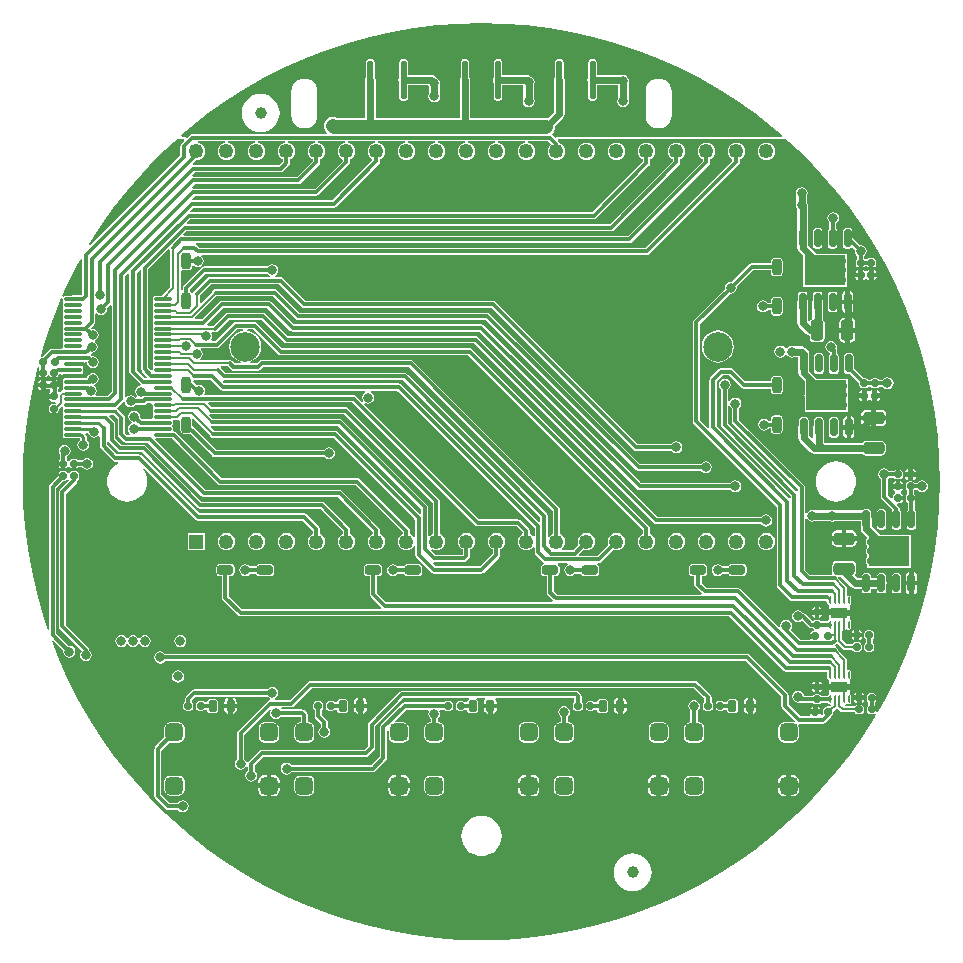
<source format=gtl>
G04*
G04 #@! TF.GenerationSoftware,Altium Limited,CircuitStudio,1.5.2 (30)*
G04*
G04 Layer_Physical_Order=1*
G04 Layer_Color=11767835*
%FSLAX25Y25*%
%MOIN*%
G70*
G01*
G75*
G04:AMPARAMS|DCode=10|XSize=59.06mil|YSize=11.02mil|CornerRadius=2.76mil|HoleSize=0mil|Usage=FLASHONLY|Rotation=0.000|XOffset=0mil|YOffset=0mil|HoleType=Round|Shape=RoundedRectangle|*
%AMROUNDEDRECTD10*
21,1,0.05906,0.00551,0,0,0.0*
21,1,0.05354,0.01102,0,0,0.0*
1,1,0.00551,0.02677,-0.00276*
1,1,0.00551,-0.02677,-0.00276*
1,1,0.00551,-0.02677,0.00276*
1,1,0.00551,0.02677,0.00276*
%
%ADD10ROUNDEDRECTD10*%
G04:AMPARAMS|DCode=11|XSize=23.62mil|YSize=23.62mil|CornerRadius=5.91mil|HoleSize=0mil|Usage=FLASHONLY|Rotation=0.000|XOffset=0mil|YOffset=0mil|HoleType=Round|Shape=RoundedRectangle|*
%AMROUNDEDRECTD11*
21,1,0.02362,0.01181,0,0,0.0*
21,1,0.01181,0.02362,0,0,0.0*
1,1,0.01181,0.00591,-0.00591*
1,1,0.01181,-0.00591,-0.00591*
1,1,0.01181,-0.00591,0.00591*
1,1,0.01181,0.00591,0.00591*
%
%ADD11ROUNDEDRECTD11*%
G04:AMPARAMS|DCode=12|XSize=41.34mil|YSize=70.87mil|CornerRadius=10.34mil|HoleSize=0mil|Usage=FLASHONLY|Rotation=90.000|XOffset=0mil|YOffset=0mil|HoleType=Round|Shape=RoundedRectangle|*
%AMROUNDEDRECTD12*
21,1,0.04134,0.05020,0,0,90.0*
21,1,0.02067,0.07087,0,0,90.0*
1,1,0.02067,0.02510,0.01034*
1,1,0.02067,0.02510,-0.01034*
1,1,0.02067,-0.02510,-0.01034*
1,1,0.02067,-0.02510,0.01034*
%
%ADD12ROUNDEDRECTD12*%
G04:AMPARAMS|DCode=13|XSize=23.62mil|YSize=23.62mil|CornerRadius=5.91mil|HoleSize=0mil|Usage=FLASHONLY|Rotation=90.000|XOffset=0mil|YOffset=0mil|HoleType=Round|Shape=RoundedRectangle|*
%AMROUNDEDRECTD13*
21,1,0.02362,0.01181,0,0,90.0*
21,1,0.01181,0.02362,0,0,90.0*
1,1,0.01181,0.00591,0.00591*
1,1,0.01181,0.00591,-0.00591*
1,1,0.01181,-0.00591,-0.00591*
1,1,0.01181,-0.00591,0.00591*
%
%ADD13ROUNDEDRECTD13*%
G04:AMPARAMS|DCode=14|XSize=41.34mil|YSize=70.87mil|CornerRadius=10.34mil|HoleSize=0mil|Usage=FLASHONLY|Rotation=0.000|XOffset=0mil|YOffset=0mil|HoleType=Round|Shape=RoundedRectangle|*
%AMROUNDEDRECTD14*
21,1,0.04134,0.05020,0,0,0.0*
21,1,0.02067,0.07087,0,0,0.0*
1,1,0.02067,0.01034,-0.02510*
1,1,0.02067,-0.01034,-0.02510*
1,1,0.02067,-0.01034,0.02510*
1,1,0.02067,0.01034,0.02510*
%
%ADD14ROUNDEDRECTD14*%
G04:AMPARAMS|DCode=15|XSize=59.06mil|YSize=59.06mil|CornerRadius=14.76mil|HoleSize=0mil|Usage=FLASHONLY|Rotation=180.000|XOffset=0mil|YOffset=0mil|HoleType=Round|Shape=RoundedRectangle|*
%AMROUNDEDRECTD15*
21,1,0.05906,0.02953,0,0,180.0*
21,1,0.02953,0.05906,0,0,180.0*
1,1,0.02953,-0.01476,0.01476*
1,1,0.02953,0.01476,0.01476*
1,1,0.02953,0.01476,-0.01476*
1,1,0.02953,-0.01476,-0.01476*
%
%ADD15ROUNDEDRECTD15*%
G04:AMPARAMS|DCode=16|XSize=29.53mil|YSize=39.37mil|CornerRadius=7.38mil|HoleSize=0mil|Usage=FLASHONLY|Rotation=0.000|XOffset=0mil|YOffset=0mil|HoleType=Round|Shape=RoundedRectangle|*
%AMROUNDEDRECTD16*
21,1,0.02953,0.02461,0,0,0.0*
21,1,0.01476,0.03937,0,0,0.0*
1,1,0.01476,0.00738,-0.01230*
1,1,0.01476,-0.00738,-0.01230*
1,1,0.01476,-0.00738,0.01230*
1,1,0.01476,0.00738,0.01230*
%
%ADD16ROUNDEDRECTD16*%
G04:AMPARAMS|DCode=17|XSize=53.15mil|YSize=31.5mil|CornerRadius=7.87mil|HoleSize=0mil|Usage=FLASHONLY|Rotation=90.000|XOffset=0mil|YOffset=0mil|HoleType=Round|Shape=RoundedRectangle|*
%AMROUNDEDRECTD17*
21,1,0.05315,0.01575,0,0,90.0*
21,1,0.03740,0.03150,0,0,90.0*
1,1,0.01575,0.00787,0.01870*
1,1,0.01575,0.00787,-0.01870*
1,1,0.01575,-0.00787,-0.01870*
1,1,0.01575,-0.00787,0.01870*
%
%ADD17ROUNDEDRECTD17*%
G04:AMPARAMS|DCode=18|XSize=53.15mil|YSize=31.5mil|CornerRadius=7.87mil|HoleSize=0mil|Usage=FLASHONLY|Rotation=0.000|XOffset=0mil|YOffset=0mil|HoleType=Round|Shape=RoundedRectangle|*
%AMROUNDEDRECTD18*
21,1,0.05315,0.01575,0,0,0.0*
21,1,0.03740,0.03150,0,0,0.0*
1,1,0.01575,0.01870,-0.00787*
1,1,0.01575,-0.01870,-0.00787*
1,1,0.01575,-0.01870,0.00787*
1,1,0.01575,0.01870,0.00787*
%
%ADD18ROUNDEDRECTD18*%
%ADD19R,0.05700X0.03700*%
G04:AMPARAMS|DCode=20|XSize=24mil|YSize=8mil|CornerRadius=2mil|HoleSize=0mil|Usage=FLASHONLY|Rotation=90.000|XOffset=0mil|YOffset=0mil|HoleType=Round|Shape=RoundedRectangle|*
%AMROUNDEDRECTD20*
21,1,0.02400,0.00400,0,0,90.0*
21,1,0.02000,0.00800,0,0,90.0*
1,1,0.00400,0.00200,0.01000*
1,1,0.00400,0.00200,-0.01000*
1,1,0.00400,-0.00200,-0.01000*
1,1,0.00400,-0.00200,0.01000*
%
%ADD20ROUNDEDRECTD20*%
%ADD21R,0.13780X0.10236*%
G04:AMPARAMS|DCode=22|XSize=61.02mil|YSize=23.62mil|CornerRadius=5.91mil|HoleSize=0mil|Usage=FLASHONLY|Rotation=270.000|XOffset=0mil|YOffset=0mil|HoleType=Round|Shape=RoundedRectangle|*
%AMROUNDEDRECTD22*
21,1,0.06102,0.01181,0,0,270.0*
21,1,0.04921,0.02362,0,0,270.0*
1,1,0.01181,-0.00591,-0.02461*
1,1,0.01181,-0.00591,0.02461*
1,1,0.01181,0.00591,0.02461*
1,1,0.01181,0.00591,-0.02461*
%
%ADD22ROUNDEDRECTD22*%
G04:AMPARAMS|DCode=23|XSize=19.69mil|YSize=129.92mil|CornerRadius=4.92mil|HoleSize=0mil|Usage=FLASHONLY|Rotation=180.000|XOffset=0mil|YOffset=0mil|HoleType=Round|Shape=RoundedRectangle|*
%AMROUNDEDRECTD23*
21,1,0.01969,0.12008,0,0,180.0*
21,1,0.00984,0.12992,0,0,180.0*
1,1,0.00984,-0.00492,0.06004*
1,1,0.00984,0.00492,0.06004*
1,1,0.00984,0.00492,-0.06004*
1,1,0.00984,-0.00492,-0.06004*
%
%ADD23ROUNDEDRECTD23*%
G04:AMPARAMS|DCode=24|XSize=51.18mil|YSize=129.92mil|CornerRadius=2.56mil|HoleSize=0mil|Usage=FLASHONLY|Rotation=180.000|XOffset=0mil|YOffset=0mil|HoleType=Round|Shape=RoundedRectangle|*
%AMROUNDEDRECTD24*
21,1,0.05118,0.12480,0,0,180.0*
21,1,0.04606,0.12992,0,0,180.0*
1,1,0.00512,-0.02303,0.06240*
1,1,0.00512,0.02303,0.06240*
1,1,0.00512,0.02303,-0.06240*
1,1,0.00512,-0.02303,-0.06240*
%
%ADD24ROUNDEDRECTD24*%
%ADD25C,0.01142*%
%ADD26C,0.01181*%
%ADD27C,0.00787*%
%ADD28C,0.01969*%
%ADD29C,0.02362*%
%ADD30C,0.04724*%
%ADD31C,0.09843*%
%ADD32R,0.04921X0.04921*%
%ADD33C,0.04921*%
%ADD34C,0.03937*%
%ADD35C,0.03150*%
%ADD36C,0.02756*%
G36*
X-89764Y18481D02*
X-47743D01*
X-20102Y-9160D01*
Y-10613D01*
X-20564Y-10804D01*
X-47967Y16600D01*
X-48358Y16861D01*
X-48819Y16952D01*
X-48819Y16952D01*
X-89155D01*
X-90276Y18073D01*
X-90029Y18534D01*
X-89764Y18481D01*
D02*
G37*
G36*
X19662Y-11916D02*
Y-13368D01*
X19200Y-13560D01*
X-26708Y32348D01*
X-27098Y32609D01*
X-27559Y32700D01*
X-27559Y32700D01*
X-85722D01*
X-86340Y33319D01*
X-86325Y33424D01*
X-85827Y33835D01*
X-85827Y33835D01*
X-26089D01*
X19662Y-11916D01*
D02*
G37*
G36*
X-79474Y50264D02*
X-80128Y50178D01*
X-81421Y49643D01*
X-82531Y48791D01*
X-83383Y47680D01*
X-83918Y46387D01*
X-84101Y45000D01*
X-83918Y43613D01*
X-83383Y42320D01*
X-82531Y41209D01*
X-81421Y40357D01*
X-80300Y39893D01*
X-80399Y39393D01*
X-82178D01*
X-83007Y40222D01*
X-83397Y40483D01*
X-83858Y40574D01*
X-84319Y40483D01*
X-84482Y40374D01*
X-93651D01*
X-93802Y40874D01*
X-93463Y41100D01*
X-93028Y41752D01*
X-92875Y42520D01*
X-93028Y43288D01*
X-93463Y43939D01*
X-93502Y43965D01*
X-93350Y44465D01*
X-88189D01*
X-88189Y44465D01*
X-87728Y44557D01*
X-87337Y44818D01*
X-81391Y50764D01*
X-79506D01*
X-79474Y50264D01*
D02*
G37*
G36*
X-123251Y58590D02*
Y30026D01*
X-124711Y28566D01*
X-128557D01*
X-128782Y29066D01*
X-128461Y29547D01*
X-128308Y30315D01*
X-128461Y31083D01*
X-128896Y31734D01*
X-129042Y31832D01*
X-128936Y32362D01*
X-128760Y32398D01*
X-128108Y32833D01*
X-127673Y33484D01*
X-127521Y34252D01*
X-127673Y35020D01*
X-128108Y35671D01*
X-128760Y36106D01*
X-129528Y36259D01*
X-130296Y36106D01*
X-130947Y35671D01*
X-131382Y35020D01*
X-131491Y34472D01*
X-132273D01*
X-132660Y34961D01*
Y35512D01*
X-132727Y35850D01*
X-132828Y36001D01*
X-132925Y36186D01*
X-132913Y36668D01*
D01*
X-132913Y36668D01*
X-132913Y36668D01*
X-132861Y36929D01*
X-132861Y37137D01*
Y37272D01*
X-132861Y37480D01*
X-132913Y37741D01*
X-132913D01*
X-132913Y37742D01*
X-132925Y38224D01*
X-132828Y38409D01*
X-132727Y38560D01*
X-132660Y38898D01*
Y39449D01*
X-132273Y39937D01*
X-131677D01*
X-131535Y39764D01*
X-131382Y38996D01*
X-130947Y38345D01*
X-130296Y37909D01*
X-129528Y37757D01*
X-128760Y37909D01*
X-128108Y38345D01*
X-127673Y38996D01*
X-127521Y39764D01*
X-127673Y40532D01*
X-128108Y41183D01*
X-128760Y41618D01*
X-129528Y41771D01*
X-129781Y41720D01*
X-130054Y41993D01*
X-130147Y42055D01*
X-130219Y42594D01*
X-129939Y42878D01*
X-129921Y42875D01*
X-129153Y43028D01*
X-128502Y43463D01*
X-128067Y44114D01*
X-127914Y44882D01*
X-128067Y45650D01*
X-128502Y46301D01*
X-128738Y46459D01*
X-128747Y46669D01*
X-128677Y47019D01*
X-128108Y47400D01*
X-127673Y48051D01*
X-127521Y48819D01*
X-127673Y49587D01*
X-128108Y50238D01*
X-128760Y50673D01*
X-129528Y50826D01*
X-129781Y50775D01*
X-130187Y51181D01*
X-129070Y52298D01*
X-129070Y52298D01*
X-128809Y52689D01*
X-128717Y53150D01*
Y55949D01*
X-128217Y56100D01*
X-128191Y56061D01*
X-127540Y55626D01*
X-126772Y55473D01*
X-126004Y55626D01*
X-125352Y56061D01*
X-124917Y56712D01*
X-124765Y57480D01*
X-124815Y57734D01*
X-123751Y58797D01*
X-123251Y58590D01*
D02*
G37*
G36*
X-71104Y69053D02*
X-70476Y68633D01*
X-70469Y68596D01*
X-70638Y68133D01*
X-90551D01*
X-90551Y68133D01*
X-91012Y68042D01*
X-91403Y67781D01*
X-95733Y63450D01*
X-95995Y63059D01*
X-96049Y62784D01*
X-96302Y62721D01*
X-96569Y62732D01*
X-96786Y63056D01*
X-97177Y63317D01*
X-97221Y63326D01*
Y64068D01*
X-92021Y69268D01*
X-71248D01*
X-71104Y69053D01*
D02*
G37*
G36*
X-83529Y37337D02*
X-83529Y37337D01*
X-83138Y37076D01*
X-82677Y36985D01*
X-82677Y36985D01*
X-74410D01*
X-74410Y36985D01*
X-73949Y37076D01*
X-73558Y37337D01*
X-72729Y38166D01*
X-24121D01*
X23796Y-9751D01*
Y-17449D01*
X23561Y-17546D01*
X22964Y-18004D01*
X22570Y-18517D01*
X22243Y-18469D01*
X22070Y-18383D01*
Y-11417D01*
X21979Y-10956D01*
X21718Y-10566D01*
X-24739Y35891D01*
X-25130Y36152D01*
X-25591Y36244D01*
X-25591Y36244D01*
X-85328D01*
X-86944Y37859D01*
X-86954Y37867D01*
X-86803Y38367D01*
X-84558D01*
X-83529Y37337D01*
D02*
G37*
G36*
X-133094Y74087D02*
Y62310D01*
X-133373Y62031D01*
X-136221D01*
X-136681Y61939D01*
X-136913Y61785D01*
X-138898D01*
X-139159Y61733D01*
X-139263Y61663D01*
X-139666Y61989D01*
X-138175Y65352D01*
X-134802Y72053D01*
X-133578Y74215D01*
X-133094Y74087D01*
D02*
G37*
G36*
X-90158Y22418D02*
X-45774D01*
X-16204Y-7152D01*
Y-17449D01*
X-16440Y-17546D01*
X-17036Y-18004D01*
X-17193Y-18209D01*
X-17693Y-18039D01*
Y-8662D01*
X-17693Y-8661D01*
X-17785Y-8201D01*
X-18046Y-7810D01*
X-18046Y-7810D01*
X-46393Y20537D01*
X-46783Y20798D01*
X-47244Y20889D01*
X-47244Y20889D01*
X-89549D01*
X-90669Y22010D01*
X-90423Y22471D01*
X-90158Y22418D01*
D02*
G37*
G36*
X-95669Y33835D02*
X-90263D01*
X-87072Y30645D01*
X-87072Y30645D01*
X-86681Y30384D01*
X-86221Y30292D01*
X-86220Y30292D01*
X-38748D01*
X-38579Y29829D01*
X-38586Y29792D01*
X-39215Y29372D01*
X-39650Y28721D01*
X-39802Y27953D01*
X-39650Y27185D01*
X-39477Y26927D01*
X-39866Y26608D01*
X-41668Y28411D01*
X-42059Y28672D01*
X-42520Y28763D01*
X-42520Y28763D01*
X-92162D01*
X-92430Y29263D01*
X-92240Y29547D01*
X-92087Y30315D01*
X-92240Y31083D01*
X-92675Y31734D01*
X-93326Y32169D01*
X-94095Y32322D01*
X-94863Y32169D01*
X-94965Y32101D01*
X-95900Y33037D01*
X-96114Y33180D01*
X-96128Y33203D01*
X-96146Y33474D01*
X-95715Y33844D01*
X-95669Y33835D01*
D02*
G37*
G36*
X-117346Y69274D02*
Y36614D01*
X-117346Y36614D01*
X-117254Y36153D01*
X-116993Y35763D01*
X-113647Y32416D01*
X-113647Y32416D01*
X-113612Y32393D01*
X-113718Y31862D01*
X-114154Y31776D01*
X-114805Y31341D01*
X-115240Y30689D01*
X-115393Y29921D01*
X-115240Y29153D01*
X-114805Y28502D01*
X-114766Y28476D01*
X-114904Y28020D01*
X-115384Y28003D01*
X-115510Y28191D01*
X-116161Y28626D01*
X-116929Y28779D01*
X-117697Y28626D01*
X-118348Y28191D01*
X-118375Y28152D01*
X-118875Y28303D01*
Y68399D01*
X-117808Y69465D01*
X-117346Y69274D01*
D02*
G37*
G36*
X-118860Y26388D02*
X-118783Y26004D01*
X-118348Y25352D01*
X-117697Y24917D01*
X-116929Y24765D01*
X-116161Y24917D01*
X-115510Y25352D01*
X-115366Y25567D01*
X-112599D01*
X-112598Y25567D01*
X-112138Y25659D01*
X-111747Y25920D01*
X-111509Y26158D01*
X-110033D01*
X-109996Y26139D01*
X-109659Y25669D01*
Y25118D01*
X-109607Y24857D01*
X-109459Y24636D01*
Y24183D01*
X-109607Y23962D01*
X-109659Y23701D01*
Y23150D01*
X-109607Y22888D01*
X-109459Y22667D01*
Y22215D01*
X-109607Y21993D01*
X-109659Y21732D01*
Y21181D01*
X-109996Y20712D01*
X-110033Y20692D01*
X-113084D01*
X-113791Y21400D01*
X-113741Y21654D01*
X-113894Y22422D01*
X-114329Y23073D01*
X-114980Y23508D01*
X-115748Y23661D01*
X-116516Y23508D01*
X-117167Y23073D01*
X-117602Y22422D01*
X-117755Y21654D01*
X-117602Y20886D01*
X-117167Y20234D01*
X-116659Y19895D01*
X-116713Y19374D01*
X-117364Y18939D01*
X-117799Y18288D01*
X-117952Y17520D01*
X-117799Y16752D01*
X-117364Y16101D01*
X-117030Y15878D01*
X-117182Y15378D01*
X-118005D01*
X-118875Y16247D01*
Y21260D01*
X-118966Y21721D01*
X-119227Y22111D01*
X-119313Y22169D01*
X-121208Y24064D01*
X-121342Y24412D01*
X-121205Y24729D01*
X-119399Y26536D01*
X-118860Y26388D01*
D02*
G37*
G36*
X17693Y-15460D02*
Y-18039D01*
X17193Y-18209D01*
X17036Y-18004D01*
X16440Y-17546D01*
X16204Y-17449D01*
Y-16575D01*
X16204Y-16575D01*
X16113Y-16114D01*
X15852Y-15723D01*
X13056Y-12928D01*
X12666Y-12667D01*
X12205Y-12575D01*
X12205Y-12575D01*
X-682D01*
X-39140Y25882D01*
X-38821Y26271D01*
X-38563Y26098D01*
X-37795Y25946D01*
X-37027Y26098D01*
X-36376Y26534D01*
X-35941Y27185D01*
X-35788Y27953D01*
X-35941Y28721D01*
X-36376Y29372D01*
X-37004Y29792D01*
X-37011Y29829D01*
X-36842Y30292D01*
X-28058D01*
X17693Y-15460D01*
D02*
G37*
G36*
X-103808Y77338D02*
X-103759Y77295D01*
Y64786D01*
X-106760Y61785D01*
X-108976D01*
X-109238Y61733D01*
X-109459Y61585D01*
X-109607Y61364D01*
X-109659Y61102D01*
Y60551D01*
X-109607Y60290D01*
X-109459Y60069D01*
Y59616D01*
X-109607Y59395D01*
X-109659Y59134D01*
Y58583D01*
X-109607Y58322D01*
X-109459Y58100D01*
Y57648D01*
X-109607Y57427D01*
X-109659Y57165D01*
Y56614D01*
X-109607Y56353D01*
X-109459Y56132D01*
Y55679D01*
X-109607Y55458D01*
X-109659Y55197D01*
Y54646D01*
X-109607Y54384D01*
X-109459Y54163D01*
Y53711D01*
X-109607Y53490D01*
X-109659Y53228D01*
Y52677D01*
X-109607Y52416D01*
X-109459Y52195D01*
Y51742D01*
X-109607Y51521D01*
X-109659Y51260D01*
Y50709D01*
X-109607Y50447D01*
X-109459Y50226D01*
Y49774D01*
X-109607Y49553D01*
X-109659Y49291D01*
Y48740D01*
X-109607Y48479D01*
X-109459Y48258D01*
Y47805D01*
X-109607Y47584D01*
X-109659Y47323D01*
Y46772D01*
X-109607Y46510D01*
X-109459Y46289D01*
Y45837D01*
X-109607Y45616D01*
X-109659Y45354D01*
Y44803D01*
X-109607Y44542D01*
X-109459Y44321D01*
Y43868D01*
X-109607Y43647D01*
X-109659Y43386D01*
Y42835D01*
X-109607Y42573D01*
X-109459Y42352D01*
Y41900D01*
X-109607Y41679D01*
X-109659Y41417D01*
Y40866D01*
X-109607Y40605D01*
X-109459Y40384D01*
Y39931D01*
X-109607Y39710D01*
X-109659Y39449D01*
Y38898D01*
X-109607Y38636D01*
X-109459Y38415D01*
Y37963D01*
X-109607Y37742D01*
X-109659Y37480D01*
Y37266D01*
X-110159Y37059D01*
X-111001Y37900D01*
Y70761D01*
X-104328Y77434D01*
X-103808Y77338D01*
D02*
G37*
G36*
X-139580Y60949D02*
Y60551D01*
X-139528Y60290D01*
X-139380Y60069D01*
Y59616D01*
X-139528Y59395D01*
X-139580Y59134D01*
Y58583D01*
X-139528Y58322D01*
X-139449Y58203D01*
X-139380Y58100D01*
Y57874D01*
Y57648D01*
X-139449Y57545D01*
X-139528Y57427D01*
X-139580Y57165D01*
Y56614D01*
X-139528Y56353D01*
X-139449Y56235D01*
X-139380Y56132D01*
Y55905D01*
Y55679D01*
X-139449Y55576D01*
X-139528Y55458D01*
X-139580Y55197D01*
Y54646D01*
X-139528Y54384D01*
X-139449Y54266D01*
X-139380Y54163D01*
Y53937D01*
Y53711D01*
X-139449Y53608D01*
X-139528Y53490D01*
X-139580Y53228D01*
Y52677D01*
X-139528Y52416D01*
X-139380Y52195D01*
Y51742D01*
X-139528Y51521D01*
X-139580Y51260D01*
Y50709D01*
X-139528Y50447D01*
X-139380Y50226D01*
Y49774D01*
X-139528Y49553D01*
X-139580Y49291D01*
Y48740D01*
X-139528Y48479D01*
X-139449Y48361D01*
X-139380Y48258D01*
Y48031D01*
Y47805D01*
X-139449Y47702D01*
X-139528Y47584D01*
X-139580Y47323D01*
Y46772D01*
X-139528Y46510D01*
X-139449Y46392D01*
X-139380Y46289D01*
Y46063D01*
Y45837D01*
X-139449Y45734D01*
X-139528Y45616D01*
X-139580Y45354D01*
Y44803D01*
X-139918Y44334D01*
X-139954Y44315D01*
X-143209D01*
X-143209Y44315D01*
X-143669Y44223D01*
X-144060Y43962D01*
X-146515Y41507D01*
X-146952Y41711D01*
X-146991Y41759D01*
X-146269Y44370D01*
X-143915Y51494D01*
X-141215Y58493D01*
X-140080Y61054D01*
X-139580Y60949D01*
D02*
G37*
G36*
X-113409Y70455D02*
Y37402D01*
X-113409Y37402D01*
X-113317Y36941D01*
X-113056Y36550D01*
X-111440Y34934D01*
X-111631Y34472D01*
X-112296D01*
X-114937Y37113D01*
Y69580D01*
X-113871Y70647D01*
X-113409Y70455D01*
D02*
G37*
G36*
X-90521Y15480D02*
X-90483Y15287D01*
X-90222Y14897D01*
X-89831Y14636D01*
X-89370Y14544D01*
X-49318D01*
X-22070Y-12704D01*
Y-18383D01*
X-22243Y-18469D01*
X-22570Y-18517D01*
X-22964Y-18004D01*
X-23561Y-17546D01*
X-23796Y-17449D01*
Y-16339D01*
X-23887Y-15878D01*
X-24148Y-15487D01*
X-40487Y852D01*
X-40878Y1113D01*
X-41339Y1204D01*
X-41339Y1204D01*
X-86509D01*
X-101707Y16403D01*
X-102098Y16664D01*
X-102559Y16755D01*
X-102559Y16755D01*
X-102566D01*
X-102602Y16775D01*
X-102940Y17244D01*
Y17795D01*
X-102992Y18056D01*
X-103139Y18278D01*
Y18730D01*
X-102992Y18951D01*
X-102940Y19213D01*
Y19764D01*
X-102977Y19953D01*
X-102897Y20154D01*
X-102676Y20453D01*
X-101378D01*
X-100994Y20530D01*
X-100917Y20581D01*
X-100417Y20314D01*
Y17126D01*
X-100325Y16665D01*
X-100064Y16274D01*
X-99673Y16013D01*
X-99213Y15922D01*
X-97638D01*
X-97177Y16013D01*
X-97158Y16026D01*
X-89729Y8597D01*
X-89339Y8336D01*
X-88878Y8245D01*
X-52350D01*
X-52207Y8030D01*
X-51556Y7594D01*
X-50787Y7442D01*
X-50019Y7594D01*
X-49368Y8030D01*
X-48933Y8681D01*
X-48780Y9449D01*
X-48933Y10217D01*
X-49368Y10868D01*
X-50019Y11303D01*
X-50787Y11456D01*
X-51556Y11303D01*
X-52207Y10868D01*
X-52350Y10653D01*
X-88379D01*
X-96434Y18708D01*
Y20685D01*
X-95952Y20911D01*
X-90521Y15480D01*
D02*
G37*
G36*
X-45423Y112863D02*
X-45745Y112820D01*
X-46439Y112533D01*
X-47036Y112075D01*
X-47493Y111479D01*
X-47781Y110784D01*
X-47879Y110039D01*
X-47781Y109294D01*
X-47493Y108600D01*
X-47036Y108004D01*
X-46439Y107546D01*
X-46355Y107511D01*
X-46291Y106987D01*
X-55617Y97661D01*
X-96063D01*
X-96561Y98072D01*
X-96576Y98177D01*
X-95564Y99190D01*
X-61024D01*
X-61024Y99189D01*
X-60563Y99281D01*
X-60172Y99542D01*
X-54149Y105566D01*
X-54149Y105566D01*
X-53887Y105956D01*
X-53796Y106417D01*
X-53796Y106417D01*
Y107449D01*
X-53561Y107546D01*
X-52964Y108004D01*
X-52507Y108600D01*
X-52219Y109294D01*
X-52121Y110039D01*
X-52219Y110784D01*
X-52507Y111479D01*
X-52964Y112075D01*
X-53561Y112533D01*
X-54255Y112820D01*
X-54577Y112863D01*
X-54545Y113363D01*
X-45456D01*
X-45423Y112863D01*
D02*
G37*
G36*
X-35423D02*
X-35745Y112820D01*
X-36439Y112533D01*
X-37036Y112075D01*
X-37493Y111479D01*
X-37781Y110784D01*
X-37879Y110039D01*
X-37781Y109294D01*
X-37493Y108600D01*
X-37036Y108004D01*
X-36514Y107603D01*
X-36436Y107278D01*
X-36433Y107002D01*
X-49711Y93724D01*
X-96386D01*
X-96512Y93893D01*
X-96614Y94202D01*
X-95564Y95252D01*
X-55118D01*
X-55118Y95252D01*
X-54657Y95344D01*
X-54267Y95605D01*
X-44148Y105723D01*
X-43887Y106114D01*
X-43796Y106575D01*
X-43796Y106575D01*
Y107449D01*
X-43560Y107546D01*
X-42964Y108004D01*
X-42507Y108600D01*
X-42219Y109294D01*
X-42121Y110039D01*
X-42219Y110784D01*
X-42507Y111479D01*
X-42964Y112075D01*
X-43560Y112533D01*
X-44255Y112820D01*
X-44577Y112863D01*
X-44545Y113363D01*
X-35456D01*
X-35423Y112863D01*
D02*
G37*
G36*
X-99250Y114130D02*
X-99058Y113668D01*
X-100064Y112663D01*
X-100325Y112272D01*
X-100417Y111811D01*
X-100417Y111811D01*
Y108766D01*
X-130357Y78827D01*
X-130749Y79141D01*
X-127091Y84919D01*
X-122771Y91053D01*
X-118155Y96967D01*
X-113255Y102648D01*
X-108081Y108081D01*
X-102648Y113255D01*
X-101633Y114131D01*
X-99250Y114130D01*
D02*
G37*
G36*
X101662Y114105D02*
X102648Y113255D01*
X108081Y108081D01*
X113255Y102648D01*
X118155Y96967D01*
X122771Y91053D01*
X127091Y84919D01*
X131104Y78581D01*
X134802Y72053D01*
X138175Y65352D01*
X141215Y58493D01*
X143915Y51494D01*
X146269Y44370D01*
X148270Y37140D01*
X149913Y29820D01*
X151196Y22428D01*
X152114Y14982D01*
X152666Y7500D01*
X152850Y0D01*
X152666Y-7500D01*
X152114Y-14982D01*
X151196Y-22428D01*
X149913Y-29820D01*
X148270Y-37140D01*
X146269Y-44370D01*
X143915Y-51494D01*
X141215Y-58493D01*
X138175Y-65352D01*
X134802Y-72053D01*
X132060Y-76893D01*
X131586Y-76717D01*
X131614Y-76575D01*
Y-75394D01*
X131537Y-75010D01*
X131320Y-74684D01*
X131224Y-74620D01*
Y-73412D01*
X131320Y-73347D01*
X131537Y-73022D01*
X131614Y-72638D01*
Y-71457D01*
X131537Y-71073D01*
X131320Y-70747D01*
X130994Y-70530D01*
X130610Y-70453D01*
X129429D01*
X129045Y-70530D01*
X128719Y-70747D01*
X128502Y-71073D01*
X128426Y-71457D01*
Y-72638D01*
X128502Y-73022D01*
X128719Y-73347D01*
X128815Y-73412D01*
Y-74620D01*
X128719Y-74684D01*
X128502Y-75010D01*
X128426Y-75394D01*
Y-76575D01*
X128502Y-76959D01*
X128719Y-77284D01*
X129045Y-77502D01*
X129429Y-77578D01*
X130610D01*
X130994Y-77502D01*
X131230Y-77345D01*
X131633Y-77647D01*
X131104Y-78581D01*
X127091Y-84919D01*
X122771Y-91053D01*
X118155Y-96967D01*
X113255Y-102648D01*
X108081Y-108081D01*
X102648Y-113255D01*
X96967Y-118155D01*
X91053Y-122771D01*
X84919Y-127091D01*
X78581Y-131104D01*
X72053Y-134802D01*
X65352Y-138175D01*
X58493Y-141215D01*
X51494Y-143915D01*
X44370Y-146269D01*
X37140Y-148270D01*
X29820Y-149913D01*
X22428Y-151196D01*
X14982Y-152114D01*
X7500Y-152666D01*
X0Y-152850D01*
X-7500Y-152666D01*
X-14982Y-152114D01*
X-22428Y-151196D01*
X-29820Y-149913D01*
X-37140Y-148270D01*
X-44370Y-146269D01*
X-51494Y-143915D01*
X-58493Y-141215D01*
X-65352Y-138175D01*
X-72053Y-134802D01*
X-78581Y-131104D01*
X-84919Y-127091D01*
X-91053Y-122771D01*
X-96967Y-118155D01*
X-102648Y-113255D01*
X-108081Y-108081D01*
X-113255Y-102648D01*
X-118155Y-96967D01*
X-122771Y-91053D01*
X-127091Y-84919D01*
X-131104Y-78581D01*
X-134802Y-72053D01*
X-138175Y-65352D01*
X-141215Y-58493D01*
X-143237Y-53252D01*
X-142818Y-52980D01*
X-139358Y-56439D01*
X-139409Y-56693D01*
X-139256Y-57461D01*
X-138821Y-58112D01*
X-138170Y-58547D01*
X-137402Y-58700D01*
X-136634Y-58547D01*
X-135982Y-58112D01*
X-135547Y-57461D01*
X-135395Y-56693D01*
X-135547Y-55925D01*
X-135982Y-55274D01*
X-136634Y-54839D01*
X-137402Y-54686D01*
X-137655Y-54736D01*
X-141709Y-50682D01*
Y-2172D01*
X-139261Y276D01*
X-138779D01*
X-138396Y352D01*
X-138126Y532D01*
X-137953Y543D01*
X-137550Y448D01*
X-137528Y396D01*
X-140615Y-2692D01*
X-140876Y-3083D01*
X-140968Y-3543D01*
X-140968Y-3543D01*
Y-48297D01*
X-140968Y-48297D01*
X-140876Y-48758D01*
X-140615Y-49148D01*
X-133309Y-56455D01*
X-133309Y-56455D01*
X-133744Y-57106D01*
X-133897Y-57874D01*
X-133744Y-58642D01*
X-133309Y-59293D01*
X-132658Y-59728D01*
X-131890Y-59881D01*
X-131122Y-59728D01*
X-130471Y-59293D01*
X-130035Y-58642D01*
X-129883Y-57874D01*
X-130035Y-57106D01*
X-130471Y-56455D01*
X-130685Y-56311D01*
Y-56171D01*
X-130685Y-56171D01*
X-130777Y-55710D01*
X-131038Y-55319D01*
X-131038Y-55319D01*
X-138559Y-47798D01*
Y-4042D01*
X-134975Y-458D01*
X-134975Y-458D01*
X-134714Y-67D01*
X-134623Y394D01*
Y506D01*
X-134527Y570D01*
X-134309Y895D01*
X-134233Y1280D01*
Y2461D01*
X-134309Y2845D01*
X-134527Y3170D01*
X-134852Y3388D01*
X-135236Y3464D01*
X-136417D01*
X-136801Y3388D01*
X-137127Y3170D01*
X-137343Y2847D01*
X-137354Y2845D01*
X-137843D01*
X-137854Y2847D01*
X-138070Y3170D01*
X-138396Y3388D01*
X-138779Y3464D01*
X-139961D01*
X-140345Y3388D01*
X-140670Y3170D01*
X-140888Y2845D01*
X-140964Y2461D01*
Y1979D01*
X-143765Y-822D01*
X-144026Y-1212D01*
X-144118Y-1673D01*
X-144118Y-1673D01*
Y-49308D01*
X-144611Y-49387D01*
X-146269Y-44370D01*
X-148270Y-37140D01*
X-149913Y-29820D01*
X-151196Y-22428D01*
X-152114Y-14982D01*
X-152666Y-7500D01*
X-152850Y0D01*
X-152666Y7500D01*
X-152114Y14982D01*
X-151196Y22428D01*
X-149913Y29820D01*
X-148270Y37140D01*
X-147964Y38244D01*
X-147464Y38176D01*
Y37468D01*
X-147581Y37293D01*
X-147657Y36909D01*
Y35728D01*
X-147581Y35344D01*
X-147363Y35019D01*
X-147038Y34801D01*
X-146653Y34725D01*
X-145472D01*
X-145088Y34801D01*
X-144763Y35019D01*
X-144547Y35342D01*
X-144536Y35344D01*
X-144047D01*
X-144036Y35342D01*
X-143820Y35019D01*
X-143494Y34801D01*
X-143110Y34725D01*
X-141929D01*
X-141545Y34801D01*
X-141219Y35019D01*
X-141002Y35344D01*
X-140926Y35728D01*
Y35816D01*
X-140741Y36000D01*
X-140168D01*
X-139781Y35512D01*
Y34961D01*
X-139714Y34623D01*
X-139613Y34472D01*
X-139516Y34287D01*
X-139528Y33805D01*
D01*
X-139528Y33804D01*
X-139528Y33804D01*
X-139580Y33543D01*
X-139580Y33335D01*
Y32992D01*
X-139528Y32731D01*
X-139380Y32510D01*
Y32057D01*
X-139528Y31836D01*
X-139580Y31575D01*
Y31024D01*
X-139542Y30834D01*
X-139548Y30730D01*
X-139811Y30286D01*
X-139951Y30258D01*
X-140277Y30040D01*
X-140540Y29777D01*
X-141037Y29826D01*
X-141078Y29887D01*
X-141302Y30037D01*
X-141310Y30058D01*
Y30572D01*
X-141302Y30593D01*
X-141078Y30743D01*
X-140817Y31134D01*
X-140764Y31398D01*
X-142520D01*
Y32185D01*
X-143307D01*
Y33941D01*
X-143571Y33888D01*
X-143962Y33627D01*
X-143991Y33584D01*
X-144592D01*
X-144621Y33627D01*
X-145012Y33888D01*
X-145276Y33941D01*
Y32185D01*
Y30429D01*
X-145012Y30482D01*
X-144621Y30743D01*
X-144592Y30786D01*
X-143991D01*
X-143962Y30743D01*
X-143737Y30593D01*
X-143729Y30572D01*
Y30058D01*
X-143737Y30037D01*
X-143962Y29887D01*
X-144223Y29496D01*
X-144275Y29232D01*
X-142520D01*
Y27657D01*
X-144275D01*
X-144223Y27393D01*
X-143962Y27003D01*
X-143571Y26742D01*
X-143110Y26650D01*
X-142065D01*
X-141865Y26287D01*
X-141842Y26162D01*
X-142040Y25905D01*
X-143110D01*
X-143494Y25829D01*
X-143820Y25611D01*
X-144037Y25286D01*
X-144114Y24902D01*
Y23720D01*
X-144037Y23336D01*
X-143820Y23011D01*
X-143494Y22793D01*
X-143110Y22717D01*
X-141929D01*
X-141545Y22793D01*
X-141219Y23011D01*
X-141002Y23336D01*
X-140926Y23720D01*
Y24092D01*
X-140058Y24960D01*
X-139584Y24868D01*
X-139498Y24812D01*
X-139380Y24636D01*
Y24183D01*
X-139528Y23962D01*
X-139580Y23701D01*
Y23150D01*
X-139528Y22888D01*
X-139380Y22667D01*
Y22215D01*
X-139528Y21993D01*
X-139580Y21732D01*
Y21181D01*
X-139528Y20920D01*
X-139380Y20699D01*
Y20246D01*
X-139528Y20025D01*
X-139580Y19764D01*
Y19213D01*
X-139528Y18951D01*
X-139380Y18730D01*
Y18278D01*
X-139528Y18056D01*
X-139580Y17795D01*
Y17244D01*
X-139528Y16983D01*
X-139380Y16762D01*
Y16309D01*
X-139528Y16088D01*
X-139580Y15827D01*
Y15276D01*
X-139528Y15014D01*
X-139380Y14793D01*
X-139159Y14645D01*
X-138898Y14593D01*
X-136877D01*
X-136674Y14457D01*
X-136221Y14367D01*
X-133955D01*
X-133861Y14273D01*
Y13781D01*
X-134096Y13624D01*
X-134531Y12973D01*
X-134684Y12205D01*
X-134531Y11437D01*
X-134096Y10785D01*
X-133445Y10350D01*
X-132677Y10198D01*
X-131909Y10350D01*
X-131258Y10785D01*
X-130823Y11437D01*
X-130670Y12205D01*
X-130823Y12973D01*
X-131258Y13624D01*
X-131493Y13781D01*
Y14764D01*
X-131583Y15217D01*
X-131840Y15601D01*
X-132112Y15874D01*
X-131921Y16335D01*
X-131101D01*
X-130988Y15767D01*
X-130553Y15116D01*
X-129902Y14681D01*
X-129134Y14528D01*
X-128366Y14681D01*
X-127715Y15116D01*
X-127689Y15155D01*
X-127189Y15004D01*
Y11811D01*
X-127189Y11811D01*
X-127097Y11350D01*
X-126836Y10960D01*
X-122899Y7023D01*
X-122899Y7023D01*
X-122508Y6762D01*
X-122047Y6670D01*
X-121163D01*
X-121077Y6570D01*
X-121195Y5940D01*
X-121847Y5592D01*
X-122866Y4755D01*
X-123702Y3736D01*
X-124324Y2574D01*
X-124706Y1312D01*
X-124836Y0D01*
X-124706Y-1312D01*
X-124324Y-2574D01*
X-123702Y-3736D01*
X-122866Y-4755D01*
X-121847Y-5592D01*
X-120684Y-6213D01*
X-119422Y-6596D01*
X-118110Y-6725D01*
X-116798Y-6596D01*
X-115537Y-6213D01*
X-114374Y-5592D01*
X-113355Y-4755D01*
X-112518Y-3736D01*
X-111897Y-2574D01*
X-111514Y-1312D01*
X-111385Y0D01*
X-111514Y1312D01*
X-111897Y2574D01*
X-112518Y3736D01*
X-112851Y4141D01*
X-112480Y4478D01*
X-95340Y-12663D01*
X-94949Y-12924D01*
X-94488Y-13015D01*
X-59554D01*
X-56204Y-16365D01*
Y-17449D01*
X-56440Y-17546D01*
X-57036Y-18004D01*
X-57493Y-18600D01*
X-57781Y-19294D01*
X-57879Y-20039D01*
X-57781Y-20785D01*
X-57493Y-21479D01*
X-57036Y-22075D01*
X-56440Y-22533D01*
X-55745Y-22820D01*
X-55000Y-22918D01*
X-54255Y-22820D01*
X-53561Y-22533D01*
X-52964Y-22075D01*
X-52507Y-21479D01*
X-52219Y-20785D01*
X-52121Y-20039D01*
X-52219Y-19294D01*
X-52507Y-18600D01*
X-52964Y-18004D01*
X-53561Y-17546D01*
X-53796Y-17449D01*
Y-15866D01*
X-53796Y-15866D01*
X-53887Y-15405D01*
X-54149Y-15015D01*
X-54149Y-15015D01*
X-58204Y-10960D01*
X-58594Y-10698D01*
X-59055Y-10607D01*
X-59055Y-10607D01*
X-93989D01*
X-113322Y8726D01*
X-113712Y8987D01*
X-114173Y9078D01*
X-114173Y9078D01*
X-121548D01*
X-124780Y12310D01*
Y13144D01*
X-124726Y13166D01*
X-124280Y13228D01*
X-124080Y12928D01*
X-121324Y10172D01*
X-121324Y10172D01*
X-120933Y9911D01*
X-120472Y9819D01*
X-120472Y9819D01*
X-113097D01*
X-94552Y-8726D01*
X-94162Y-8987D01*
X-93701Y-9078D01*
X-93701Y-9078D01*
X-53648D01*
X-46204Y-16522D01*
Y-17449D01*
X-46439Y-17546D01*
X-47036Y-18004D01*
X-47493Y-18600D01*
X-47781Y-19294D01*
X-47879Y-20039D01*
X-47781Y-20785D01*
X-47493Y-21479D01*
X-47036Y-22075D01*
X-46439Y-22533D01*
X-45745Y-22820D01*
X-45000Y-22918D01*
X-44255Y-22820D01*
X-43560Y-22533D01*
X-42964Y-22075D01*
X-42507Y-21479D01*
X-42219Y-20785D01*
X-42121Y-20039D01*
X-42219Y-19294D01*
X-42507Y-18600D01*
X-42964Y-18004D01*
X-43560Y-17546D01*
X-43796Y-17449D01*
Y-16024D01*
X-43887Y-15563D01*
X-43992Y-15406D01*
X-44148Y-15172D01*
X-44148Y-15172D01*
X-52298Y-7023D01*
X-52689Y-6762D01*
X-53150Y-6670D01*
X-53150Y-6670D01*
X-93202D01*
X-111747Y11875D01*
X-112138Y12136D01*
X-112598Y12228D01*
X-112599Y12228D01*
X-119974D01*
X-122024Y14278D01*
Y19291D01*
X-122116Y19752D01*
X-122377Y20143D01*
X-122462Y20200D01*
X-124041Y21779D01*
X-123850Y22241D01*
X-122735D01*
X-121283Y20789D01*
Y15748D01*
X-121283Y15748D01*
X-121191Y15287D01*
X-120930Y14897D01*
X-119355Y13322D01*
X-119355Y13322D01*
X-119121Y13165D01*
X-118965Y13061D01*
X-118504Y12969D01*
X-111129D01*
X-93371Y-4789D01*
X-93371Y-4789D01*
X-92980Y-5050D01*
X-92520Y-5141D01*
X-92520Y-5141D01*
X-47743D01*
X-36204Y-16680D01*
Y-17449D01*
X-36439Y-17546D01*
X-37036Y-18004D01*
X-37493Y-18600D01*
X-37781Y-19294D01*
X-37879Y-20039D01*
X-37781Y-20785D01*
X-37493Y-21479D01*
X-37036Y-22075D01*
X-36439Y-22533D01*
X-35745Y-22820D01*
X-35000Y-22918D01*
X-34255Y-22820D01*
X-33560Y-22533D01*
X-32964Y-22075D01*
X-32507Y-21479D01*
X-32219Y-20785D01*
X-32121Y-20039D01*
X-32219Y-19294D01*
X-32507Y-18600D01*
X-32964Y-18004D01*
X-33560Y-17546D01*
X-33796Y-17449D01*
Y-16181D01*
X-33887Y-15720D01*
X-34148Y-15330D01*
X-34148Y-15330D01*
X-46393Y-3086D01*
X-46783Y-2824D01*
X-47244Y-2733D01*
X-47244Y-2733D01*
X-92021D01*
X-108847Y14093D01*
X-108640Y14593D01*
X-106991D01*
X-106760Y14439D01*
X-106299Y14347D01*
X-103058D01*
X-87859Y-852D01*
X-87859Y-852D01*
X-87625Y-1008D01*
X-87469Y-1113D01*
X-87008Y-1204D01*
X-41837D01*
X-26204Y-16837D01*
Y-17449D01*
X-26439Y-17546D01*
X-27036Y-18004D01*
X-27493Y-18600D01*
X-27781Y-19294D01*
X-27879Y-20039D01*
X-27781Y-20785D01*
X-27493Y-21479D01*
X-27036Y-22075D01*
X-26439Y-22533D01*
X-25745Y-22820D01*
X-25000Y-22918D01*
X-24255Y-22820D01*
X-23561Y-22533D01*
X-22964Y-22075D01*
X-22570Y-21562D01*
X-22243Y-21610D01*
X-22070Y-21696D01*
Y-24409D01*
X-22070Y-24409D01*
X-21979Y-24870D01*
X-21718Y-25261D01*
X-16600Y-30379D01*
X-16600Y-30379D01*
X-16209Y-30640D01*
X-15748Y-30732D01*
X-15748Y-30732D01*
X-0D01*
X0Y-30732D01*
X461Y-30640D01*
X852Y-30379D01*
X5852Y-25379D01*
X5852Y-25379D01*
X6113Y-24988D01*
X6204Y-24528D01*
X6204Y-24528D01*
Y-22630D01*
X6440Y-22533D01*
X7036Y-22075D01*
X7493Y-21479D01*
X7781Y-20785D01*
X7879Y-20039D01*
X7781Y-19294D01*
X7493Y-18600D01*
X7036Y-18004D01*
X6440Y-17546D01*
X5745Y-17258D01*
X5000Y-17160D01*
X4255Y-17258D01*
X3560Y-17546D01*
X2964Y-18004D01*
X2507Y-18600D01*
X2219Y-19294D01*
X2121Y-20039D01*
X2219Y-20785D01*
X2507Y-21479D01*
X2964Y-22075D01*
X3560Y-22533D01*
X3796Y-22630D01*
Y-24029D01*
X-499Y-28323D01*
X-15249D01*
X-16261Y-27311D01*
X-16246Y-27206D01*
X-15748Y-26795D01*
X-15748Y-26795D01*
X-5906D01*
X-5906Y-26795D01*
X-5445Y-26703D01*
X-5054Y-26442D01*
X-4149Y-25537D01*
X-4149Y-25537D01*
X-3992Y-25302D01*
X-3887Y-25146D01*
X-3796Y-24685D01*
Y-22630D01*
X-3560Y-22533D01*
X-2964Y-22075D01*
X-2507Y-21479D01*
X-2219Y-20785D01*
X-2121Y-20039D01*
X-2219Y-19294D01*
X-2507Y-18600D01*
X-2964Y-18004D01*
X-3560Y-17546D01*
X-4255Y-17258D01*
X-5000Y-17160D01*
X-5745Y-17258D01*
X-6440Y-17546D01*
X-7036Y-18004D01*
X-7493Y-18600D01*
X-7781Y-19294D01*
X-7879Y-20039D01*
X-7781Y-20785D01*
X-7493Y-21479D01*
X-7036Y-22075D01*
X-6440Y-22533D01*
X-6204Y-22630D01*
Y-24186D01*
X-6404Y-24386D01*
X-15249D01*
X-16692Y-22943D01*
X-16440Y-22533D01*
X-15745Y-22820D01*
X-15000Y-22918D01*
X-14255Y-22820D01*
X-13561Y-22533D01*
X-12964Y-22075D01*
X-12507Y-21479D01*
X-12219Y-20785D01*
X-12121Y-20039D01*
X-12219Y-19294D01*
X-12507Y-18600D01*
X-12964Y-18004D01*
X-13561Y-17546D01*
X-13796Y-17449D01*
Y-6654D01*
X-13796Y-6654D01*
X-13887Y-6193D01*
X-14149Y-5802D01*
X-44424Y24474D01*
X-44815Y24735D01*
X-45276Y24826D01*
X-45276Y24826D01*
X-89943D01*
X-91009Y25893D01*
X-90818Y26355D01*
X-43018D01*
X-2033Y-14631D01*
X-2033Y-14631D01*
X-1798Y-14787D01*
X-1642Y-14892D01*
X-1181Y-14984D01*
X11706D01*
X13709Y-16987D01*
X13645Y-17511D01*
X13561Y-17546D01*
X12964Y-18004D01*
X12507Y-18600D01*
X12219Y-19294D01*
X12121Y-20039D01*
X12219Y-20785D01*
X12507Y-21479D01*
X12964Y-22075D01*
X13561Y-22533D01*
X14255Y-22820D01*
X15000Y-22918D01*
X15745Y-22820D01*
X16440Y-22533D01*
X17036Y-22075D01*
X17193Y-21870D01*
X17693Y-22039D01*
Y-23622D01*
X17693Y-23622D01*
X17785Y-24083D01*
X18046Y-24474D01*
X20408Y-26836D01*
X20408Y-26836D01*
X20778Y-27083D01*
X20792Y-27176D01*
X20753Y-27597D01*
X20602Y-27628D01*
X20211Y-27889D01*
X19950Y-28279D01*
X19859Y-28740D01*
Y-30315D01*
X19950Y-30776D01*
X20211Y-31166D01*
X20602Y-31427D01*
X21063Y-31519D01*
X21729D01*
Y-37106D01*
X21729Y-37106D01*
X21821Y-37567D01*
X22082Y-37958D01*
X23758Y-39634D01*
X23551Y-40134D01*
X-31785D01*
X-34918Y-37001D01*
Y-31519D01*
X-34252D01*
X-33791Y-31427D01*
X-33400Y-31166D01*
X-33139Y-30776D01*
X-33048Y-30315D01*
Y-28740D01*
X-33139Y-28279D01*
X-33400Y-27889D01*
X-33791Y-27628D01*
X-34252Y-27536D01*
X-37992D01*
X-38453Y-27628D01*
X-38844Y-27889D01*
X-39105Y-28279D01*
X-39196Y-28740D01*
Y-30315D01*
X-39105Y-30776D01*
X-38844Y-31166D01*
X-38453Y-31427D01*
X-37992Y-31519D01*
X-37326D01*
Y-37500D01*
X-37326Y-37500D01*
X-37235Y-37961D01*
X-36974Y-38352D01*
X-33329Y-41997D01*
X-33536Y-42497D01*
X-79816D01*
X-84130Y-38182D01*
Y-31519D01*
X-83465D01*
X-83004Y-31427D01*
X-82613Y-31166D01*
X-82352Y-30776D01*
X-82260Y-30315D01*
Y-28740D01*
X-82352Y-28279D01*
X-82613Y-27889D01*
X-83004Y-27628D01*
X-83465Y-27536D01*
X-87205D01*
X-87666Y-27628D01*
X-88056Y-27889D01*
X-88317Y-28279D01*
X-88409Y-28740D01*
Y-30315D01*
X-88317Y-30776D01*
X-88056Y-31166D01*
X-87666Y-31427D01*
X-87205Y-31519D01*
X-86539D01*
Y-38681D01*
X-86539Y-38681D01*
X-86447Y-39142D01*
X-86186Y-39533D01*
X-81166Y-44552D01*
X-80776Y-44813D01*
X-80315Y-44905D01*
X-80315Y-44905D01*
X82572D01*
X100723Y-63056D01*
X101114Y-63317D01*
X101575Y-63409D01*
X101575Y-63409D01*
X115138D01*
Y-64454D01*
X115215Y-64838D01*
X115299Y-64964D01*
Y-65454D01*
X115429Y-65768D01*
X115451Y-65821D01*
X115451Y-65821D01*
X115487Y-65908D01*
X115827Y-66049D01*
D01*
X115851Y-66521D01*
X115851Y-67021D01*
Y-67717D01*
X119291D01*
X122732D01*
Y-66063D01*
X122732Y-66063D01*
X122732D01*
X122948Y-65971D01*
X123095Y-65908D01*
X123132Y-65821D01*
X123132D01*
X123143Y-65793D01*
X123284Y-65454D01*
Y-63454D01*
X123095Y-62999D01*
X122641Y-62811D01*
X122241D01*
X121870Y-62563D01*
Y-59449D01*
X121793Y-59065D01*
X121576Y-58739D01*
X118867Y-56031D01*
X118829Y-55838D01*
X118568Y-55448D01*
X118177Y-55187D01*
X118083Y-55168D01*
X118073Y-55155D01*
X117940Y-54629D01*
X118292Y-54277D01*
X118967Y-54245D01*
X120550Y-55828D01*
X120876Y-56045D01*
X121260Y-56122D01*
X123600D01*
X123798Y-56418D01*
X124124Y-56636D01*
X124508Y-56712D01*
X125689D01*
X126073Y-56636D01*
X126399Y-56418D01*
X126616Y-56093D01*
X126692Y-55709D01*
Y-54528D01*
X126616Y-54144D01*
X126399Y-53818D01*
X126073Y-53600D01*
X125689Y-53524D01*
X124508D01*
X124124Y-53600D01*
X123798Y-53818D01*
X123600Y-54115D01*
X121676D01*
X120295Y-52734D01*
Y-49993D01*
X120666Y-49557D01*
X121066D01*
X121375Y-49496D01*
X121636Y-49321D01*
X121648Y-49303D01*
X121787Y-49205D01*
X122241Y-49393D01*
X122641D01*
X123095Y-49205D01*
X123284Y-48751D01*
Y-46751D01*
X123145Y-46417D01*
X123132Y-46384D01*
X123132D01*
X123095Y-46296D01*
X122953Y-46236D01*
X122732Y-46141D01*
X122732D01*
X122732Y-46141D01*
Y-44488D01*
X119291D01*
X115851D01*
Y-46141D01*
X115851Y-46141D01*
X115851D01*
X115635Y-46233D01*
X115487Y-46296D01*
X115451Y-46384D01*
X115451D01*
X115440Y-46411D01*
X115390Y-46532D01*
X113175D01*
X113111Y-46436D01*
X112786Y-46218D01*
X112402Y-46142D01*
X111221D01*
X110836Y-46218D01*
X110511Y-46436D01*
X110083Y-46176D01*
X107938Y-44030D01*
X107547Y-43769D01*
X107087Y-43678D01*
X107087Y-43678D01*
X107075D01*
X106931Y-43463D01*
X106280Y-43028D01*
X105512Y-42875D01*
X104744Y-43028D01*
X104093Y-43463D01*
X103657Y-44114D01*
X103505Y-44882D01*
X103657Y-45650D01*
X104093Y-46301D01*
X104744Y-46736D01*
X105512Y-46889D01*
X106280Y-46736D01*
X106854Y-46352D01*
X109089Y-48588D01*
X109089Y-48588D01*
X109480Y-48849D01*
X109941Y-48941D01*
X110447D01*
X110511Y-49036D01*
X110836Y-49254D01*
X110968Y-49280D01*
X110918Y-49780D01*
X110728D01*
X110267Y-49872D01*
X109877Y-50133D01*
X109616Y-50523D01*
X109563Y-50787D01*
X111319D01*
Y-52362D01*
X109432D01*
X109131Y-52733D01*
X106404D01*
X103045Y-49374D01*
X103429Y-48800D01*
X103582Y-48031D01*
X103429Y-47263D01*
X102994Y-46612D01*
X102343Y-46177D01*
X101575Y-46024D01*
X100807Y-46177D01*
X100156Y-46612D01*
X99721Y-47263D01*
X99568Y-48031D01*
X99644Y-48415D01*
X99183Y-48661D01*
X86285Y-35763D01*
X85894Y-35502D01*
X85433Y-35410D01*
X85433Y-35410D01*
X74908D01*
X73350Y-33852D01*
Y-31519D01*
X74016D01*
X74477Y-31427D01*
X74867Y-31166D01*
X75128Y-30776D01*
X75220Y-30315D01*
Y-28740D01*
X75128Y-28279D01*
X74867Y-27889D01*
X74477Y-27628D01*
X74016Y-27536D01*
X70276D01*
X69815Y-27628D01*
X69424Y-27889D01*
X69163Y-28279D01*
X69071Y-28740D01*
Y-30315D01*
X69163Y-30776D01*
X69424Y-31166D01*
X69815Y-31427D01*
X70276Y-31519D01*
X70941D01*
Y-34350D01*
X70941Y-34350D01*
X71033Y-34811D01*
X71294Y-35202D01*
X73364Y-37272D01*
X73157Y-37772D01*
X25302D01*
X24137Y-36608D01*
Y-31519D01*
X24803D01*
X25264Y-31427D01*
X25655Y-31166D01*
X25916Y-30776D01*
X26007Y-30315D01*
Y-28740D01*
X25916Y-28279D01*
X25655Y-27889D01*
X25355Y-27689D01*
X25417Y-27243D01*
X25438Y-27189D01*
X28575D01*
X28744Y-27651D01*
X28737Y-27689D01*
X28108Y-28108D01*
X27673Y-28760D01*
X27520Y-29528D01*
X27673Y-30296D01*
X28108Y-30947D01*
X28760Y-31382D01*
X29528Y-31535D01*
X30296Y-31382D01*
X30947Y-30947D01*
X31090Y-30732D01*
X33131D01*
X33139Y-30776D01*
X33400Y-31166D01*
X33791Y-31427D01*
X34252Y-31519D01*
X37992D01*
X38453Y-31427D01*
X38844Y-31166D01*
X39105Y-30776D01*
X39196Y-30315D01*
Y-28740D01*
X39105Y-28279D01*
X38844Y-27889D01*
X38645Y-27756D01*
X38720Y-27253D01*
X39055Y-27189D01*
X39516Y-27097D01*
X39907Y-26836D01*
X44020Y-22723D01*
X44255Y-22820D01*
X45000Y-22918D01*
X45745Y-22820D01*
X46439Y-22533D01*
X47036Y-22075D01*
X47493Y-21479D01*
X47781Y-20785D01*
X47879Y-20039D01*
X47781Y-19294D01*
X47493Y-18600D01*
X47036Y-18004D01*
X46439Y-17546D01*
X45745Y-17258D01*
X45000Y-17160D01*
X44255Y-17258D01*
X43560Y-17546D01*
X42964Y-18004D01*
X42507Y-18600D01*
X42219Y-19294D01*
X42121Y-20039D01*
X42219Y-20785D01*
X42317Y-21020D01*
X38556Y-24780D01*
X32616D01*
X32424Y-24318D01*
X34020Y-22723D01*
X34255Y-22820D01*
X35000Y-22918D01*
X35745Y-22820D01*
X36439Y-22533D01*
X37036Y-22075D01*
X37493Y-21479D01*
X37781Y-20785D01*
X37879Y-20039D01*
X37781Y-19294D01*
X37493Y-18600D01*
X37036Y-18004D01*
X36439Y-17546D01*
X35745Y-17258D01*
X35000Y-17160D01*
X34255Y-17258D01*
X33560Y-17546D01*
X32964Y-18004D01*
X32507Y-18600D01*
X32219Y-19294D01*
X32121Y-20039D01*
X32219Y-20785D01*
X32317Y-21020D01*
X30525Y-22812D01*
X26897D01*
X26728Y-22311D01*
X27036Y-22075D01*
X27493Y-21479D01*
X27781Y-20785D01*
X27879Y-20039D01*
X27781Y-19294D01*
X27493Y-18600D01*
X27036Y-18004D01*
X26439Y-17546D01*
X26204Y-17449D01*
Y-9252D01*
X26113Y-8791D01*
X25852Y-8400D01*
X25852Y-8400D01*
X-22771Y40222D01*
X-23161Y40483D01*
X-23622Y40574D01*
X-23622Y40574D01*
X-73228D01*
X-73228Y40574D01*
X-73689Y40483D01*
X-74080Y40222D01*
X-74080Y40222D01*
X-74908Y39393D01*
X-77081D01*
X-77180Y39893D01*
X-76060Y40357D01*
X-74950Y41209D01*
X-74098Y42320D01*
X-73562Y43613D01*
X-73379Y45000D01*
X-73562Y46387D01*
X-74098Y47680D01*
X-74950Y48791D01*
X-76060Y49643D01*
X-77353Y50178D01*
X-78007Y50264D01*
X-77974Y50764D01*
X-76089D01*
X-67781Y42456D01*
X-67781Y42456D01*
X-67546Y42299D01*
X-67390Y42195D01*
X-66929Y42103D01*
X-4436D01*
X53796Y-16129D01*
Y-17449D01*
X53561Y-17546D01*
X52964Y-18004D01*
X52507Y-18600D01*
X52219Y-19294D01*
X52121Y-20039D01*
X52219Y-20785D01*
X52507Y-21479D01*
X52964Y-22075D01*
X53561Y-22533D01*
X54255Y-22820D01*
X55000Y-22918D01*
X55745Y-22820D01*
X56440Y-22533D01*
X57036Y-22075D01*
X57493Y-21479D01*
X57781Y-20785D01*
X57879Y-20039D01*
X57781Y-19294D01*
X57493Y-18600D01*
X57036Y-18004D01*
X56440Y-17546D01*
X56204Y-17449D01*
Y-15630D01*
X56204Y-15630D01*
X56113Y-15169D01*
X55852Y-14778D01*
X-3086Y44159D01*
X-3476Y44420D01*
X-3937Y44511D01*
X-3937Y44511D01*
X-66430D01*
X-74739Y52820D01*
X-75130Y53081D01*
X-75590Y53173D01*
X-75591Y53173D01*
X-81890D01*
X-81890Y53173D01*
X-82351Y53081D01*
X-82741Y52820D01*
X-88688Y46874D01*
X-89800D01*
X-90067Y47374D01*
X-89878Y47657D01*
X-89725Y48425D01*
X-89878Y49193D01*
X-90024Y49412D01*
X-89808Y49861D01*
X-89343Y49940D01*
X-89240Y49872D01*
X-88779Y49780D01*
X-88319Y49872D01*
X-87928Y50133D01*
X-84147Y53914D01*
X-73334D01*
X-65812Y46393D01*
X-65812Y46393D01*
X-65421Y46132D01*
X-64961Y46040D01*
X-64961Y46040D01*
X-2467D01*
X57416Y-13844D01*
X57807Y-14105D01*
X58268Y-14196D01*
X58268Y-14196D01*
X93319D01*
X93463Y-14411D01*
X94114Y-14846D01*
X94882Y-14999D01*
X95650Y-14846D01*
X96301Y-14411D01*
X96736Y-13760D01*
X96889Y-12992D01*
X96736Y-12224D01*
X96301Y-11573D01*
X95650Y-11138D01*
X94882Y-10985D01*
X94114Y-11138D01*
X93463Y-11573D01*
X93319Y-11788D01*
X58767D01*
X-1117Y48096D01*
X-1508Y48357D01*
X-1969Y48448D01*
X-1969Y48448D01*
X-64462D01*
X-71983Y55970D01*
X-72374Y56231D01*
X-72835Y56322D01*
X-72835Y56322D01*
X-84646D01*
X-84646Y56322D01*
X-85106Y56231D01*
X-85497Y55970D01*
X-85497Y55970D01*
X-89479Y51988D01*
X-91271D01*
X-91478Y52488D01*
X-86115Y57851D01*
X-71365D01*
X-63844Y50330D01*
X-63844Y50330D01*
X-63453Y50068D01*
X-62992Y49977D01*
X-62992Y49977D01*
X-499D01*
X51904Y-2426D01*
X52295Y-2687D01*
X52756Y-2779D01*
X52756Y-2779D01*
X83083D01*
X83227Y-2994D01*
X83878Y-3429D01*
X84646Y-3582D01*
X85414Y-3429D01*
X86065Y-2994D01*
X86500Y-2343D01*
X86653Y-1575D01*
X86500Y-807D01*
X86065Y-156D01*
X85414Y280D01*
X84646Y432D01*
X83878Y280D01*
X83227Y-156D01*
X83083Y-371D01*
X53255D01*
X852Y52033D01*
X461Y52294D01*
X0Y52385D01*
X-0Y52385D01*
X-62493D01*
X-70015Y59907D01*
X-70405Y60168D01*
X-70866Y60259D01*
X-70866Y60259D01*
X-86614D01*
X-86614Y60259D01*
X-87075Y60168D01*
X-87466Y59907D01*
X-93215Y54157D01*
X-95292D01*
X-95499Y54657D01*
X-88368Y61788D01*
X-69397D01*
X-61875Y54267D01*
X-61875Y54267D01*
X-61484Y54005D01*
X-61024Y53914D01*
X-61024Y53914D01*
X1470D01*
X51511Y3873D01*
X51511Y3873D01*
X51745Y3716D01*
X51901Y3612D01*
X52362Y3520D01*
X73240D01*
X73384Y3305D01*
X74035Y2870D01*
X74803Y2717D01*
X75571Y2870D01*
X76222Y3305D01*
X76657Y3956D01*
X76810Y4724D01*
X76657Y5492D01*
X76222Y6144D01*
X75571Y6579D01*
X74803Y6731D01*
X74035Y6579D01*
X73384Y6144D01*
X73240Y5929D01*
X52861D01*
X2820Y55970D01*
X2429Y56231D01*
X1969Y56322D01*
X1968Y56322D01*
X-60525D01*
X-68046Y63844D01*
X-68437Y64105D01*
X-68898Y64196D01*
X-68898Y64196D01*
X-88583D01*
X-89043Y64105D01*
X-89434Y63844D01*
X-89695Y63453D01*
X-89733Y63261D01*
X-93416Y59578D01*
X-93878Y59769D01*
Y61899D01*
X-90052Y65725D01*
X-67428D01*
X-59907Y58204D01*
X-59516Y57943D01*
X-59055Y57851D01*
X3438D01*
X50723Y10566D01*
X50723Y10566D01*
X51114Y10305D01*
X51575Y10213D01*
X63398D01*
X63541Y9998D01*
X64193Y9563D01*
X64961Y9410D01*
X65729Y9563D01*
X66380Y9998D01*
X66815Y10649D01*
X66968Y11417D01*
X66815Y12185D01*
X66380Y12836D01*
X65729Y13272D01*
X64961Y13424D01*
X64193Y13272D01*
X63541Y12836D01*
X63398Y12622D01*
X52074D01*
X4789Y59907D01*
X4398Y60168D01*
X3937Y60259D01*
X3937Y60259D01*
X-58556D01*
X-66078Y67781D01*
X-66468Y68042D01*
X-66929Y68133D01*
X-66929Y68133D01*
X-68732D01*
X-68901Y68596D01*
X-68894Y68633D01*
X-68266Y69053D01*
X-67831Y69704D01*
X-67678Y70472D01*
X-67831Y71241D01*
X-68266Y71892D01*
X-68917Y72327D01*
X-69685Y72479D01*
X-70453Y72327D01*
X-71104Y71892D01*
X-71248Y71677D01*
X-92520D01*
X-92980Y71585D01*
X-93371Y71324D01*
X-93371Y71324D01*
X-99277Y65418D01*
X-99538Y65028D01*
X-99629Y64567D01*
X-99629Y64567D01*
Y63856D01*
X-99678Y63827D01*
X-100178Y64110D01*
Y70276D01*
X-99678Y70544D01*
X-99673Y70541D01*
X-99213Y70449D01*
X-97638D01*
X-97177Y70541D01*
X-96786Y70802D01*
X-96525Y71193D01*
X-96434Y71653D01*
Y71845D01*
X-96220Y71974D01*
X-95934Y72056D01*
X-95355Y71669D01*
X-94587Y71517D01*
X-93818Y71669D01*
X-93167Y72104D01*
X-92732Y72756D01*
X-92580Y73524D01*
X-92732Y74292D01*
X-93167Y74943D01*
X-93354Y75067D01*
X-93202Y75567D01*
X55118D01*
X55118Y75567D01*
X55579Y75659D01*
X55970Y75920D01*
X85852Y105802D01*
X86113Y106193D01*
X86204Y106653D01*
X86204Y106654D01*
Y107449D01*
X86440Y107546D01*
X87036Y108004D01*
X87493Y108600D01*
X87781Y109294D01*
X87879Y110039D01*
X87781Y110784D01*
X87493Y111479D01*
X87036Y112075D01*
X86440Y112533D01*
X85745Y112820D01*
X85000Y112918D01*
X84255Y112820D01*
X83561Y112533D01*
X82964Y112075D01*
X82507Y111479D01*
X82219Y110784D01*
X82121Y110039D01*
X82219Y109294D01*
X82507Y108600D01*
X82964Y108004D01*
X83553Y107552D01*
X83562Y107537D01*
X83630Y106987D01*
X54619Y77976D01*
X-93989D01*
X-94818Y78804D01*
X-95117Y79004D01*
X-95056Y79451D01*
X-95034Y79504D01*
X49213D01*
X49213Y79504D01*
X49673Y79596D01*
X50064Y79857D01*
X75852Y105645D01*
X75852Y105645D01*
X76008Y105879D01*
X76113Y106035D01*
X76204Y106496D01*
Y107449D01*
X76439Y107546D01*
X77036Y108004D01*
X77493Y108600D01*
X77781Y109294D01*
X77879Y110039D01*
X77781Y110784D01*
X77493Y111479D01*
X77036Y112075D01*
X76439Y112533D01*
X75745Y112820D01*
X75000Y112918D01*
X74255Y112820D01*
X73561Y112533D01*
X72964Y112075D01*
X72507Y111479D01*
X72219Y110784D01*
X72121Y110039D01*
X72219Y109294D01*
X72507Y108600D01*
X72964Y108004D01*
X73561Y107546D01*
X73740Y107472D01*
X73788Y106987D01*
X48714Y81913D01*
X-99195D01*
X-99387Y82375D01*
X-98320Y83441D01*
X43307D01*
X43307Y83441D01*
X43768Y83533D01*
X44159Y83794D01*
X65851Y105487D01*
X65851Y105487D01*
X66113Y105878D01*
X66204Y106339D01*
X66204Y106339D01*
Y107449D01*
X66439Y107546D01*
X67036Y108004D01*
X67493Y108600D01*
X67781Y109294D01*
X67879Y110039D01*
X67781Y110784D01*
X67493Y111479D01*
X67036Y112075D01*
X66439Y112533D01*
X65745Y112820D01*
X65000Y112918D01*
X64255Y112820D01*
X63560Y112533D01*
X62964Y112075D01*
X62507Y111479D01*
X62219Y110784D01*
X62121Y110039D01*
X62219Y109294D01*
X62507Y108600D01*
X62964Y108004D01*
X63560Y107546D01*
X63796Y107449D01*
Y106837D01*
X42808Y85850D01*
X-98014D01*
X-98206Y86312D01*
X-97139Y87378D01*
X37402D01*
X37402Y87378D01*
X37862Y87470D01*
X38253Y87731D01*
X55852Y105330D01*
X55852Y105330D01*
X56008Y105564D01*
X56113Y105720D01*
X56204Y106181D01*
Y107449D01*
X56440Y107546D01*
X57036Y108004D01*
X57493Y108600D01*
X57781Y109294D01*
X57879Y110039D01*
X57781Y110784D01*
X57493Y111479D01*
X57036Y112075D01*
X56440Y112533D01*
X55745Y112820D01*
X55000Y112918D01*
X54255Y112820D01*
X53561Y112533D01*
X52964Y112075D01*
X52507Y111479D01*
X52219Y110784D01*
X52121Y110039D01*
X52219Y109294D01*
X52507Y108600D01*
X52964Y108004D01*
X53561Y107546D01*
X53796Y107449D01*
Y106680D01*
X36903Y89787D01*
X-96833D01*
X-97025Y90249D01*
X-95958Y91315D01*
X-49213D01*
X-49213Y91315D01*
X-48752Y91407D01*
X-48361Y91668D01*
X-34148Y105881D01*
X-33887Y106272D01*
X-33796Y106732D01*
Y107449D01*
X-33560Y107546D01*
X-32964Y108004D01*
X-32507Y108600D01*
X-32219Y109294D01*
X-32121Y110039D01*
X-32219Y110784D01*
X-32507Y111479D01*
X-32964Y112075D01*
X-33560Y112533D01*
X-34255Y112820D01*
X-34577Y112863D01*
X-34545Y113363D01*
X-25455D01*
X-25423Y112863D01*
X-25745Y112820D01*
X-26439Y112533D01*
X-27036Y112075D01*
X-27493Y111479D01*
X-27781Y110784D01*
X-27879Y110039D01*
X-27781Y109294D01*
X-27493Y108600D01*
X-27036Y108004D01*
X-26439Y107546D01*
X-25745Y107258D01*
X-25000Y107160D01*
X-24255Y107258D01*
X-23561Y107546D01*
X-22964Y108004D01*
X-22507Y108600D01*
X-22219Y109294D01*
X-22121Y110039D01*
X-22219Y110784D01*
X-22507Y111479D01*
X-22964Y112075D01*
X-23561Y112533D01*
X-24255Y112820D01*
X-24577Y112863D01*
X-24544Y113363D01*
X-15455D01*
X-15423Y112863D01*
X-15745Y112820D01*
X-16440Y112533D01*
X-17036Y112075D01*
X-17493Y111479D01*
X-17781Y110784D01*
X-17879Y110039D01*
X-17781Y109294D01*
X-17493Y108600D01*
X-17036Y108004D01*
X-16440Y107546D01*
X-15745Y107258D01*
X-15000Y107160D01*
X-14255Y107258D01*
X-13561Y107546D01*
X-12964Y108004D01*
X-12507Y108600D01*
X-12219Y109294D01*
X-12121Y110039D01*
X-12219Y110784D01*
X-12507Y111479D01*
X-12964Y112075D01*
X-13561Y112533D01*
X-14255Y112820D01*
X-14577Y112863D01*
X-14545Y113363D01*
X-5455D01*
X-5423Y112863D01*
X-5745Y112820D01*
X-6440Y112533D01*
X-7036Y112075D01*
X-7493Y111479D01*
X-7781Y110784D01*
X-7879Y110039D01*
X-7781Y109294D01*
X-7493Y108600D01*
X-7036Y108004D01*
X-6440Y107546D01*
X-5745Y107258D01*
X-5000Y107160D01*
X-4255Y107258D01*
X-3560Y107546D01*
X-2964Y108004D01*
X-2507Y108600D01*
X-2219Y109294D01*
X-2121Y110039D01*
X-2219Y110784D01*
X-2507Y111479D01*
X-2964Y112075D01*
X-3560Y112533D01*
X-4255Y112820D01*
X-4577Y112863D01*
X-4544Y113363D01*
X4544D01*
X4577Y112863D01*
X4255Y112820D01*
X3560Y112533D01*
X2964Y112075D01*
X2507Y111479D01*
X2219Y110784D01*
X2121Y110039D01*
X2219Y109294D01*
X2507Y108600D01*
X2964Y108004D01*
X3560Y107546D01*
X4255Y107258D01*
X5000Y107160D01*
X5745Y107258D01*
X6440Y107546D01*
X7036Y108004D01*
X7493Y108600D01*
X7781Y109294D01*
X7879Y110039D01*
X7781Y110784D01*
X7493Y111479D01*
X7036Y112075D01*
X6440Y112533D01*
X5745Y112820D01*
X5423Y112863D01*
X5455Y113363D01*
X14545D01*
X14577Y112863D01*
X14255Y112820D01*
X13561Y112533D01*
X12964Y112075D01*
X12507Y111479D01*
X12219Y110784D01*
X12121Y110039D01*
X12219Y109294D01*
X12507Y108600D01*
X12964Y108004D01*
X13561Y107546D01*
X14255Y107258D01*
X15000Y107160D01*
X15745Y107258D01*
X16440Y107546D01*
X17036Y108004D01*
X17493Y108600D01*
X17781Y109294D01*
X17879Y110039D01*
X17781Y110784D01*
X17493Y111479D01*
X17036Y112075D01*
X16440Y112533D01*
X15745Y112820D01*
X15423Y112863D01*
X15455Y113363D01*
X22336D01*
X23069Y112629D01*
X23036Y112130D01*
X22964Y112075D01*
X22507Y111479D01*
X22219Y110784D01*
X22121Y110039D01*
X22219Y109294D01*
X22507Y108600D01*
X22964Y108004D01*
X23561Y107546D01*
X24255Y107258D01*
X25000Y107160D01*
X25745Y107258D01*
X26439Y107546D01*
X27036Y108004D01*
X27493Y108600D01*
X27781Y109294D01*
X27879Y110039D01*
X27781Y110784D01*
X27493Y111479D01*
X27036Y112075D01*
X26439Y112533D01*
X26155Y112651D01*
X26113Y112862D01*
X25852Y113253D01*
X25852Y113253D01*
X25452Y113653D01*
X25643Y114115D01*
X101662Y114105D01*
D02*
G37*
G36*
X-65423Y112863D02*
X-65745Y112820D01*
X-66439Y112533D01*
X-67036Y112075D01*
X-67493Y111479D01*
X-67781Y110784D01*
X-67879Y110039D01*
X-67781Y109294D01*
X-67493Y108600D01*
X-67036Y108004D01*
X-66439Y107546D01*
X-66204Y107449D01*
Y106759D01*
X-67428Y105535D01*
X-95992D01*
X-96118Y105703D01*
X-96220Y106013D01*
X-95065Y107169D01*
X-95000Y107160D01*
X-94255Y107258D01*
X-93560Y107546D01*
X-92964Y108004D01*
X-92507Y108600D01*
X-92219Y109294D01*
X-92121Y110039D01*
X-92219Y110784D01*
X-92507Y111479D01*
X-92964Y112075D01*
X-93560Y112533D01*
X-94255Y112820D01*
X-94577Y112863D01*
X-94545Y113363D01*
X-85456D01*
X-85423Y112863D01*
X-85745Y112820D01*
X-86440Y112533D01*
X-87036Y112075D01*
X-87493Y111479D01*
X-87781Y110784D01*
X-87879Y110039D01*
X-87781Y109294D01*
X-87493Y108600D01*
X-87036Y108004D01*
X-86440Y107546D01*
X-85745Y107258D01*
X-85000Y107160D01*
X-84255Y107258D01*
X-83561Y107546D01*
X-82964Y108004D01*
X-82507Y108600D01*
X-82219Y109294D01*
X-82121Y110039D01*
X-82219Y110784D01*
X-82507Y111479D01*
X-82964Y112075D01*
X-83561Y112533D01*
X-84255Y112820D01*
X-84577Y112863D01*
X-84544Y113363D01*
X-75455D01*
X-75423Y112863D01*
X-75745Y112820D01*
X-76439Y112533D01*
X-77036Y112075D01*
X-77493Y111479D01*
X-77781Y110784D01*
X-77879Y110039D01*
X-77781Y109294D01*
X-77493Y108600D01*
X-77036Y108004D01*
X-76439Y107546D01*
X-75745Y107258D01*
X-75000Y107160D01*
X-74255Y107258D01*
X-73561Y107546D01*
X-72964Y108004D01*
X-72507Y108600D01*
X-72219Y109294D01*
X-72121Y110039D01*
X-72219Y110784D01*
X-72507Y111479D01*
X-72964Y112075D01*
X-73561Y112533D01*
X-74255Y112820D01*
X-74577Y112863D01*
X-74545Y113363D01*
X-65456D01*
X-65423Y112863D01*
D02*
G37*
G36*
X-55423D02*
X-55745Y112820D01*
X-56440Y112533D01*
X-57036Y112075D01*
X-57493Y111479D01*
X-57781Y110784D01*
X-57879Y110039D01*
X-57781Y109294D01*
X-57493Y108600D01*
X-57036Y108004D01*
X-56440Y107546D01*
X-56204Y107449D01*
Y106916D01*
X-61522Y101598D01*
X-96063D01*
X-96063Y101598D01*
X-96561Y102009D01*
X-96576Y102114D01*
X-95564Y103127D01*
X-66929D01*
X-66929Y103127D01*
X-66468Y103218D01*
X-66078Y103479D01*
X-64148Y105408D01*
X-64148Y105408D01*
X-63887Y105799D01*
X-63796Y106260D01*
Y107449D01*
X-63560Y107546D01*
X-62964Y108004D01*
X-62507Y108600D01*
X-62219Y109294D01*
X-62121Y110039D01*
X-62219Y110784D01*
X-62507Y111479D01*
X-62964Y112075D01*
X-63560Y112533D01*
X-64255Y112820D01*
X-64577Y112863D01*
X-64544Y113363D01*
X-55455D01*
X-55423Y112863D01*
D02*
G37*
G36*
X7500Y152666D02*
X14982Y152114D01*
X22428Y151196D01*
X29820Y149913D01*
X37140Y148270D01*
X44370Y146269D01*
X51494Y143915D01*
X58493Y141215D01*
X65352Y138175D01*
X72053Y134802D01*
X78581Y131104D01*
X84919Y127091D01*
X91053Y122771D01*
X96967Y118155D01*
X100188Y115377D01*
X100014Y114908D01*
X25643Y114918D01*
X25643Y114918D01*
X25643Y114918D01*
X25477Y114884D01*
X25336Y114856D01*
X25336Y114856D01*
X25336Y114856D01*
X25205Y114769D01*
X25076Y114682D01*
X25076Y114682D01*
X24652Y114605D01*
X24473Y114632D01*
X24472Y114632D01*
X23743Y115361D01*
X23667Y115644D01*
X23658Y115926D01*
X23760Y116004D01*
X24233Y116621D01*
X24530Y117339D01*
X24632Y118110D01*
X24582Y118485D01*
X27261Y121164D01*
X27653Y121750D01*
X27791Y122441D01*
Y133858D01*
X27653Y134549D01*
X27380Y134959D01*
Y139862D01*
X27311Y140208D01*
X27115Y140501D01*
X26822Y140697D01*
X26476Y140765D01*
X25492D01*
X25146Y140697D01*
X24854Y140501D01*
X24658Y140208D01*
X24589Y139862D01*
Y134959D01*
X24315Y134549D01*
X24178Y133858D01*
Y123189D01*
X22028Y121039D01*
X21654Y121089D01*
X-3705D01*
Y133858D01*
X-3843Y134549D01*
X-4117Y134959D01*
Y139862D01*
X-4185Y140208D01*
X-4381Y140501D01*
X-4674Y140697D01*
X-5020Y140765D01*
X-6004D01*
X-6350Y140697D01*
X-6643Y140501D01*
X-6838Y140208D01*
X-6907Y139862D01*
Y134959D01*
X-7181Y134549D01*
X-7318Y133858D01*
Y121089D01*
X-35201D01*
Y133858D01*
X-35339Y134549D01*
X-35613Y134959D01*
Y139862D01*
X-35681Y140208D01*
X-35877Y140501D01*
X-36170Y140697D01*
X-36516Y140765D01*
X-37500D01*
X-37846Y140697D01*
X-38139Y140501D01*
X-38334Y140208D01*
X-38403Y139862D01*
Y134959D01*
X-38677Y134549D01*
X-38814Y133858D01*
Y121089D01*
X-48130D01*
X-48836Y121381D01*
X-49606Y121482D01*
X-50377Y121381D01*
X-51095Y121083D01*
X-51712Y120610D01*
X-52185Y119993D01*
X-52483Y119275D01*
X-52584Y118504D01*
X-52483Y117733D01*
X-52185Y117015D01*
X-51712Y116398D01*
X-51585Y116271D01*
X-51793Y115771D01*
X-96457D01*
X-96917Y115680D01*
X-97308Y115419D01*
X-98079Y114648D01*
X-98080Y114648D01*
X-98682Y114698D01*
X-98682Y114698D01*
X-98941Y114871D01*
X-98942Y114872D01*
X-98942Y114872D01*
X-99138Y114911D01*
X-99250Y114933D01*
X-99985Y114933D01*
X-100159Y115402D01*
X-96967Y118155D01*
X-91053Y122771D01*
X-84919Y127091D01*
X-78581Y131104D01*
X-72053Y134802D01*
X-65352Y138175D01*
X-58493Y141215D01*
X-51494Y143915D01*
X-44370Y146269D01*
X-37140Y148270D01*
X-29820Y149913D01*
X-22428Y151196D01*
X-14982Y152114D01*
X-7500Y152666D01*
X0Y152850D01*
X7500Y152666D01*
D02*
G37*
%LPC*%
G36*
X-39567Y-72228D02*
Y-74016D01*
X-38261D01*
Y-73573D01*
X-38364Y-73054D01*
X-38658Y-72615D01*
X-39098Y-72321D01*
X-39567Y-72228D01*
D02*
G37*
G36*
X125886Y-49426D02*
Y-50394D01*
X126854D01*
X126802Y-50130D01*
X126541Y-49739D01*
X126150Y-49478D01*
X125886Y-49426D01*
D02*
G37*
G36*
X90354Y-72228D02*
Y-74016D01*
X91660D01*
Y-73573D01*
X91557Y-73054D01*
X91263Y-72615D01*
X90824Y-72321D01*
X90354Y-72228D01*
D02*
G37*
G36*
X45472D02*
X45003Y-72321D01*
X44564Y-72615D01*
X44270Y-73054D01*
X44167Y-73573D01*
Y-74016D01*
X45472D01*
Y-72228D01*
D02*
G37*
G36*
X111024Y-44390D02*
X110055D01*
X110108Y-44654D01*
X110369Y-45044D01*
X110760Y-45305D01*
X111024Y-45358D01*
Y-44390D01*
D02*
G37*
G36*
X113567D02*
X112598D01*
Y-45358D01*
X112862Y-45305D01*
X113253Y-45044D01*
X113514Y-44654D01*
X113567Y-44390D01*
D02*
G37*
G36*
X47047Y-72228D02*
Y-74016D01*
X48353D01*
Y-73573D01*
X48250Y-73054D01*
X47956Y-72615D01*
X47517Y-72321D01*
X47047Y-72228D01*
D02*
G37*
G36*
X88779D02*
X88310Y-72321D01*
X87871Y-72615D01*
X87577Y-73054D01*
X87474Y-73573D01*
Y-74016D01*
X88779D01*
Y-72228D01*
D02*
G37*
G36*
X-41142D02*
X-41611Y-72321D01*
X-42050Y-72615D01*
X-42344Y-73054D01*
X-42447Y-73573D01*
Y-74016D01*
X-41142D01*
Y-72228D01*
D02*
G37*
G36*
X112598Y-41847D02*
Y-42815D01*
X113567D01*
X113514Y-42551D01*
X113253Y-42160D01*
X112862Y-41899D01*
X112598Y-41847D01*
D02*
G37*
G36*
X110531Y-75016D02*
X110267Y-75068D01*
X109877Y-75330D01*
X109616Y-75720D01*
X109563Y-75984D01*
X110531D01*
Y-75016D01*
D02*
G37*
G36*
X145122Y-34646D02*
X144114D01*
Y-37484D01*
X144378Y-37431D01*
X144769Y-37170D01*
X145030Y-36780D01*
X145122Y-36319D01*
Y-34646D01*
D02*
G37*
G36*
X142539D02*
X141532D01*
Y-36319D01*
X141624Y-36780D01*
X141885Y-37170D01*
X142275Y-37431D01*
X142539Y-37484D01*
Y-34646D01*
D02*
G37*
G36*
X112106Y-75016D02*
Y-75984D01*
X113075D01*
X113022Y-75720D01*
X112761Y-75330D01*
X112370Y-75068D01*
X112106Y-75016D01*
D02*
G37*
G36*
X-84449Y-72228D02*
X-84918Y-72321D01*
X-85358Y-72615D01*
X-85651Y-73054D01*
X-85754Y-73573D01*
Y-74016D01*
X-84449D01*
Y-72228D01*
D02*
G37*
G36*
X-82874D02*
Y-74016D01*
X-81568D01*
Y-73573D01*
X-81672Y-73054D01*
X-81965Y-72615D01*
X-82405Y-72321D01*
X-82874Y-72228D01*
D02*
G37*
G36*
X-107087Y-56654D02*
X-107855Y-56807D01*
X-108506Y-57242D01*
X-108941Y-57893D01*
X-109094Y-58661D01*
X-108941Y-59430D01*
X-108506Y-60081D01*
X-107855Y-60516D01*
X-107087Y-60668D01*
X-106318Y-60516D01*
X-105667Y-60081D01*
X-105524Y-59866D01*
X88084D01*
X99977Y-71759D01*
Y-74803D01*
X99977Y-74803D01*
X100068Y-75264D01*
X100330Y-75655D01*
X104594Y-79919D01*
X104347Y-80379D01*
X103839Y-80278D01*
X100886D01*
X100156Y-80423D01*
X99538Y-80837D01*
X99124Y-81455D01*
X98979Y-82185D01*
Y-85138D01*
X99124Y-85867D01*
X99538Y-86486D01*
X100156Y-86899D01*
X100886Y-87045D01*
X103839D01*
X104568Y-86899D01*
X105187Y-86486D01*
X105600Y-85867D01*
X105745Y-85138D01*
Y-82185D01*
X105600Y-81455D01*
X105389Y-81139D01*
X105689Y-80689D01*
X105905Y-80732D01*
X113779D01*
X113779Y-80732D01*
X114240Y-80640D01*
X114631Y-80379D01*
X116206Y-78804D01*
X116467Y-78414D01*
X116501Y-78240D01*
X116753Y-78072D01*
X116971Y-77746D01*
X117047Y-77362D01*
Y-76826D01*
X117245Y-76694D01*
X118159Y-75780D01*
X118504Y-75562D01*
X118849Y-75780D01*
X119763Y-76694D01*
X120088Y-76911D01*
X120472Y-76988D01*
X124388D01*
X124586Y-77284D01*
X124911Y-77502D01*
X125295Y-77578D01*
X126476D01*
X126860Y-77502D01*
X127186Y-77284D01*
X127403Y-76959D01*
X127480Y-76575D01*
Y-75394D01*
X127403Y-75010D01*
X127186Y-74684D01*
X126860Y-74467D01*
X126476Y-74390D01*
X125295D01*
X124911Y-74467D01*
X124586Y-74684D01*
X124388Y-74981D01*
X121259D01*
X121171Y-74849D01*
X121372Y-74304D01*
X121395Y-74285D01*
X121636Y-74124D01*
X121648Y-74107D01*
X121787Y-74008D01*
X122241Y-74197D01*
X122641D01*
X123095Y-74008D01*
X123284Y-73554D01*
Y-71554D01*
X123145Y-71220D01*
X123132Y-71187D01*
X123132D01*
X123095Y-71100D01*
X122953Y-71039D01*
X122732Y-70944D01*
X122732D01*
X122732Y-70944D01*
Y-69291D01*
X119291D01*
X115851D01*
Y-70944D01*
X115851Y-70944D01*
X115851D01*
X115635Y-71037D01*
X115487Y-71100D01*
X115451Y-71187D01*
X115451D01*
X115440Y-71214D01*
X115390Y-71335D01*
X113175D01*
X113111Y-71239D01*
X112786Y-71022D01*
X112402Y-70945D01*
X111221D01*
X110836Y-71022D01*
X110511Y-71239D01*
X110447Y-71335D01*
X107471D01*
X107385Y-70905D01*
X106950Y-70254D01*
X106299Y-69819D01*
X105531Y-69666D01*
X104763Y-69819D01*
X104112Y-70254D01*
X103677Y-70905D01*
X103524Y-71673D01*
X103677Y-72441D01*
X104112Y-73092D01*
X104763Y-73527D01*
X105531Y-73680D01*
X105876Y-73611D01*
X105937Y-73652D01*
X106398Y-73744D01*
X106398Y-73744D01*
X110447D01*
X110511Y-73839D01*
X110836Y-74057D01*
X111221Y-74133D01*
X112402D01*
X112786Y-74057D01*
X113111Y-73839D01*
X113175Y-73744D01*
X115378D01*
X115487Y-74008D01*
X115942Y-74197D01*
X116197D01*
X116436Y-74631D01*
X116103Y-74981D01*
X115354D01*
X114970Y-75057D01*
X114759Y-75198D01*
X114478Y-75254D01*
X114153Y-75472D01*
X113935Y-75797D01*
X113859Y-76181D01*
Y-77362D01*
X113922Y-77682D01*
X113580Y-78024D01*
X113457Y-78005D01*
X113456Y-78004D01*
X113153Y-77559D01*
X109563D01*
X109616Y-77823D01*
X109616Y-77823D01*
X109349Y-78323D01*
X106404D01*
X102385Y-74304D01*
Y-71260D01*
X102385Y-71260D01*
X102294Y-70799D01*
X102033Y-70408D01*
X102033Y-70408D01*
X89434Y-57810D01*
X89043Y-57549D01*
X88583Y-57457D01*
X88583Y-57457D01*
X-105524D01*
X-105667Y-57242D01*
X-106318Y-56807D01*
X-107087Y-56654D01*
D02*
G37*
G36*
X111024Y-41847D02*
X110760Y-41899D01*
X110369Y-42160D01*
X110108Y-42551D01*
X110055Y-42815D01*
X111024D01*
Y-41847D01*
D02*
G37*
G36*
X125098Y-72835D02*
X124130D01*
X124183Y-73099D01*
X124444Y-73489D01*
X124834Y-73750D01*
X125098Y-73803D01*
Y-72835D01*
D02*
G37*
G36*
X112599Y-66650D02*
Y-67618D01*
X113567D01*
X113514Y-67354D01*
X113253Y-66963D01*
X112862Y-66702D01*
X112599Y-66650D01*
D02*
G37*
G36*
X-101181Y-62984D02*
X-101949Y-63136D01*
X-102600Y-63571D01*
X-103035Y-64223D01*
X-103188Y-64991D01*
X-103035Y-65759D01*
X-102600Y-66410D01*
X-101949Y-66845D01*
X-101181Y-66998D01*
X-100413Y-66845D01*
X-99762Y-66410D01*
X-99327Y-65759D01*
X-99174Y-64991D01*
X-99327Y-64223D01*
X-99762Y-63571D01*
X-100413Y-63136D01*
X-101181Y-62984D01*
D02*
G37*
G36*
X113567Y-69193D02*
X112599D01*
Y-70161D01*
X112862Y-70109D01*
X113253Y-69848D01*
X113514Y-69457D01*
X113567Y-69193D01*
D02*
G37*
G36*
X111024Y-66650D02*
X110760Y-66702D01*
X110369Y-66963D01*
X110108Y-67354D01*
X110055Y-67618D01*
X111024D01*
Y-66650D01*
D02*
G37*
G36*
X71260Y-66512D02*
X71260Y-66512D01*
X-57087D01*
X-57087Y-66512D01*
X-57547Y-66604D01*
X-57938Y-66865D01*
X-63885Y-72812D01*
X-68732D01*
X-68901Y-72349D01*
X-68894Y-72312D01*
X-68266Y-71892D01*
X-67831Y-71241D01*
X-67678Y-70472D01*
X-67831Y-69704D01*
X-68266Y-69053D01*
X-68917Y-68618D01*
X-69685Y-68465D01*
X-70453Y-68618D01*
X-71104Y-69053D01*
X-71248Y-69268D01*
X-95669D01*
X-95669Y-69268D01*
X-96130Y-69360D01*
X-96521Y-69621D01*
X-96521Y-69621D01*
X-98588Y-71688D01*
X-98849Y-72079D01*
X-98940Y-72539D01*
X-98940Y-72539D01*
Y-73439D01*
X-99036Y-73503D01*
X-99254Y-73829D01*
X-99330Y-74213D01*
Y-75394D01*
X-99254Y-75778D01*
X-99036Y-76103D01*
X-98711Y-76321D01*
X-98327Y-76397D01*
X-97146D01*
X-96762Y-76321D01*
X-96436Y-76103D01*
X-96219Y-75778D01*
X-96142Y-75394D01*
Y-74213D01*
X-96219Y-73829D01*
X-96436Y-73503D01*
X-96440Y-73500D01*
X-96473Y-72980D01*
X-95170Y-71677D01*
X-71248D01*
X-71104Y-71892D01*
X-70474Y-72312D01*
X-70456Y-72412D01*
X-70472Y-72811D01*
X-70473Y-72812D01*
X-70933Y-72903D01*
X-71324Y-73164D01*
X-71324Y-73164D01*
X-81166Y-83007D01*
X-81428Y-83397D01*
X-81519Y-83858D01*
X-81519Y-83858D01*
Y-92532D01*
X-81734Y-92675D01*
X-82169Y-93326D01*
X-82322Y-94095D01*
X-82169Y-94863D01*
X-81734Y-95514D01*
X-81083Y-95949D01*
X-80315Y-96102D01*
X-79547Y-95949D01*
X-78896Y-95514D01*
X-78476Y-94885D01*
X-78439Y-94879D01*
X-77976Y-95047D01*
Y-96469D01*
X-78191Y-96612D01*
X-78626Y-97263D01*
X-78779Y-98032D01*
X-78626Y-98800D01*
X-78191Y-99451D01*
X-77540Y-99886D01*
X-76772Y-100039D01*
X-76004Y-99886D01*
X-75352Y-99451D01*
X-74917Y-98800D01*
X-74765Y-98032D01*
X-74917Y-97263D01*
X-75352Y-96612D01*
X-75567Y-96469D01*
Y-94593D01*
X-72729Y-91755D01*
X-38583D01*
X-38583Y-91755D01*
X-38122Y-91664D01*
X-37731Y-91403D01*
X-35786Y-89457D01*
X-35525Y-89067D01*
X-35433Y-88606D01*
X-35433Y-88606D01*
Y-81624D01*
X-25879Y-72070D01*
X-4311D01*
X-4305Y-72086D01*
X-4228Y-72570D01*
X-4507Y-72757D01*
X-4757Y-73131D01*
X-4845Y-73573D01*
Y-73599D01*
X-5624D01*
X-5688Y-73503D01*
X-6014Y-73286D01*
X-6398Y-73209D01*
X-7579D01*
X-7963Y-73286D01*
X-8288Y-73503D01*
X-8506Y-73829D01*
X-8582Y-74213D01*
Y-75394D01*
X-8506Y-75778D01*
X-8288Y-76103D01*
X-7963Y-76321D01*
X-7579Y-76397D01*
X-6398D01*
X-6014Y-76321D01*
X-5688Y-76103D01*
X-5624Y-76007D01*
X-4845D01*
Y-76034D01*
X-4757Y-76475D01*
X-4507Y-76850D01*
X-4133Y-77100D01*
X-3691Y-77188D01*
X-2215D01*
X-1773Y-77100D01*
X-1398Y-76850D01*
X-1148Y-76475D01*
X-1060Y-76034D01*
Y-73573D01*
X-1148Y-73131D01*
X-1398Y-72757D01*
X-1678Y-72570D01*
X-1601Y-72086D01*
X-1594Y-72070D01*
X1171D01*
X1323Y-72570D01*
X1257Y-72615D01*
X963Y-73054D01*
X860Y-73573D01*
Y-74016D01*
X5046D01*
Y-73573D01*
X4943Y-73054D01*
X4649Y-72615D01*
X4582Y-72570D01*
X4734Y-72070D01*
X30981D01*
Y-73439D01*
X30885Y-73503D01*
X30667Y-73829D01*
X30591Y-74213D01*
Y-75394D01*
X30667Y-75778D01*
X30885Y-76103D01*
X31211Y-76321D01*
X31594Y-76397D01*
X32776D01*
X33160Y-76321D01*
X33485Y-76103D01*
X33703Y-75778D01*
X33779Y-75394D01*
Y-74213D01*
X33703Y-73829D01*
X33485Y-73503D01*
X33389Y-73439D01*
Y-71555D01*
X33298Y-71094D01*
X33193Y-70938D01*
X33037Y-70704D01*
X33037Y-70704D01*
X32348Y-70015D01*
X31957Y-69754D01*
X31496Y-69662D01*
X31496Y-69662D01*
X-26378D01*
X-26378Y-69662D01*
X-26839Y-69754D01*
X-27229Y-70015D01*
X-37489Y-80274D01*
X-37750Y-80665D01*
X-37842Y-81125D01*
X-37842Y-81126D01*
Y-88107D01*
X-39081Y-89347D01*
X-73228D01*
X-73689Y-89439D01*
X-74080Y-89700D01*
X-74080Y-89700D01*
X-77623Y-93243D01*
X-77884Y-93634D01*
X-77887Y-93648D01*
X-78397Y-93648D01*
X-78461Y-93326D01*
X-78896Y-92675D01*
X-79111Y-92532D01*
Y-84357D01*
X-70574Y-75821D01*
X-70186Y-76139D01*
X-70358Y-76397D01*
X-70511Y-77165D01*
X-70358Y-77933D01*
X-69923Y-78585D01*
X-69272Y-79020D01*
X-68504Y-79172D01*
X-67736Y-79020D01*
X-67085Y-78585D01*
X-66941Y-78370D01*
X-60341D01*
X-60259Y-78452D01*
Y-80278D01*
X-60532D01*
X-61261Y-80423D01*
X-61880Y-80837D01*
X-62293Y-81455D01*
X-62438Y-82185D01*
Y-85138D01*
X-62293Y-85867D01*
X-61880Y-86486D01*
X-61261Y-86899D01*
X-60532Y-87045D01*
X-57579D01*
X-56849Y-86899D01*
X-56230Y-86486D01*
X-55817Y-85867D01*
X-55672Y-85138D01*
Y-82185D01*
X-55817Y-81455D01*
X-56230Y-80837D01*
X-56849Y-80423D01*
X-57579Y-80278D01*
X-57851D01*
Y-77953D01*
X-57943Y-77492D01*
X-58204Y-77101D01*
X-58991Y-76314D01*
X-59382Y-76053D01*
X-59842Y-75961D01*
X-59843Y-75961D01*
X-66724D01*
X-66904Y-75720D01*
X-66653Y-75220D01*
X-63386D01*
X-63386Y-75220D01*
X-62925Y-75128D01*
X-62534Y-74867D01*
X-56588Y-68921D01*
X70761D01*
X74288Y-72448D01*
Y-73439D01*
X74192Y-73503D01*
X73974Y-73829D01*
X73898Y-74213D01*
Y-75394D01*
X73974Y-75778D01*
X74192Y-76103D01*
X74518Y-76321D01*
X74902Y-76397D01*
X76083D01*
X76467Y-76321D01*
X76792Y-76103D01*
X77010Y-75778D01*
X77086Y-75394D01*
Y-74213D01*
X77010Y-73829D01*
X76792Y-73503D01*
X76696Y-73439D01*
Y-71949D01*
X76696Y-71949D01*
X76605Y-71488D01*
X76344Y-71097D01*
X76344Y-71097D01*
X72111Y-66865D01*
X71721Y-66604D01*
X71260Y-66512D01*
D02*
G37*
G36*
X124311Y-51968D02*
X123343D01*
X123395Y-52232D01*
X123656Y-52623D01*
X124047Y-52884D01*
X124311Y-52937D01*
Y-51968D01*
D02*
G37*
G36*
X126854D02*
X125886D01*
Y-52937D01*
X126150Y-52884D01*
X126541Y-52623D01*
X126802Y-52232D01*
X126854Y-51968D01*
D02*
G37*
G36*
X129823Y-49587D02*
X128642D01*
X128258Y-49663D01*
X127932Y-49881D01*
X127715Y-50207D01*
X127638Y-50591D01*
Y-51772D01*
X127715Y-52156D01*
X127932Y-52481D01*
X128028Y-52545D01*
Y-53754D01*
X127932Y-53818D01*
X127715Y-54144D01*
X127638Y-54528D01*
Y-55709D01*
X127715Y-56093D01*
X127932Y-56418D01*
X128258Y-56636D01*
X128642Y-56712D01*
X129823D01*
X130207Y-56636D01*
X130532Y-56418D01*
X130750Y-56093D01*
X130826Y-55709D01*
Y-54528D01*
X130750Y-54144D01*
X130532Y-53818D01*
X130437Y-53754D01*
Y-52545D01*
X130532Y-52481D01*
X130750Y-52156D01*
X130826Y-51772D01*
Y-50591D01*
X130750Y-50207D01*
X130532Y-49881D01*
X130207Y-49663D01*
X129823Y-49587D01*
D02*
G37*
G36*
X-100394Y-51143D02*
X-101162Y-51295D01*
X-101813Y-51730D01*
X-102248Y-52381D01*
X-102401Y-53150D01*
X-102248Y-53918D01*
X-101813Y-54569D01*
X-101162Y-55004D01*
X-100394Y-55157D01*
X-99626Y-55004D01*
X-98975Y-54569D01*
X-98539Y-53918D01*
X-98387Y-53150D01*
X-98539Y-52381D01*
X-98975Y-51730D01*
X-99626Y-51295D01*
X-100394Y-51143D01*
D02*
G37*
G36*
X111024Y-69193D02*
X110055D01*
X110108Y-69457D01*
X110369Y-69848D01*
X110760Y-70109D01*
X111024Y-70161D01*
Y-69193D01*
D02*
G37*
G36*
X-88829Y-72419D02*
X-90305D01*
X-90747Y-72507D01*
X-91121Y-72757D01*
X-91371Y-73131D01*
X-91459Y-73573D01*
Y-73599D01*
X-92238D01*
X-92302Y-73503D01*
X-92628Y-73286D01*
X-93012Y-73209D01*
X-94193D01*
X-94577Y-73286D01*
X-94902Y-73503D01*
X-95120Y-73829D01*
X-95196Y-74213D01*
Y-75394D01*
X-95120Y-75778D01*
X-94902Y-76103D01*
X-94577Y-76321D01*
X-94193Y-76397D01*
X-93012D01*
X-92628Y-76321D01*
X-92302Y-76103D01*
X-92238Y-76007D01*
X-91459D01*
Y-76034D01*
X-91371Y-76475D01*
X-91121Y-76850D01*
X-90747Y-77100D01*
X-90305Y-77188D01*
X-88829D01*
X-88387Y-77100D01*
X-88013Y-76850D01*
X-87762Y-76475D01*
X-87675Y-76034D01*
Y-73573D01*
X-87762Y-73131D01*
X-88013Y-72757D01*
X-88387Y-72507D01*
X-88829Y-72419D01*
D02*
G37*
G36*
X-45522D02*
X-46998D01*
X-47440Y-72507D01*
X-47814Y-72757D01*
X-48064Y-73131D01*
X-48152Y-73573D01*
Y-73599D01*
X-48931D01*
X-48995Y-73503D01*
X-49321Y-73286D01*
X-49705Y-73209D01*
X-50886D01*
X-51270Y-73286D01*
X-51595Y-73503D01*
X-51813Y-73829D01*
X-51889Y-74213D01*
Y-75394D01*
X-51813Y-75778D01*
X-51595Y-76103D01*
X-51270Y-76321D01*
X-50886Y-76397D01*
X-49705D01*
X-49321Y-76321D01*
X-48995Y-76103D01*
X-48931Y-76007D01*
X-48152D01*
Y-76034D01*
X-48064Y-76475D01*
X-47814Y-76850D01*
X-47440Y-77100D01*
X-46998Y-77188D01*
X-45522D01*
X-45080Y-77100D01*
X-44706Y-76850D01*
X-44455Y-76475D01*
X-44368Y-76034D01*
Y-73573D01*
X-44455Y-73131D01*
X-44706Y-72757D01*
X-45080Y-72507D01*
X-45522Y-72419D01*
D02*
G37*
G36*
X124311Y-49426D02*
X124047Y-49478D01*
X123656Y-49739D01*
X123395Y-50130D01*
X123343Y-50394D01*
X124311D01*
Y-49426D01*
D02*
G37*
G36*
X127641Y-72835D02*
X126673D01*
Y-73803D01*
X126937Y-73750D01*
X127328Y-73489D01*
X127589Y-73099D01*
X127641Y-72835D01*
D02*
G37*
G36*
X41093Y-72419D02*
X39616D01*
X39175Y-72507D01*
X38800Y-72757D01*
X38550Y-73131D01*
X38462Y-73573D01*
Y-73599D01*
X37683D01*
X37619Y-73503D01*
X37293Y-73286D01*
X36909Y-73209D01*
X35728D01*
X35344Y-73286D01*
X35019Y-73503D01*
X34801Y-73829D01*
X34725Y-74213D01*
Y-75394D01*
X34801Y-75778D01*
X35019Y-76103D01*
X35344Y-76321D01*
X35728Y-76397D01*
X36909D01*
X37293Y-76321D01*
X37619Y-76103D01*
X37683Y-76007D01*
X38462D01*
Y-76034D01*
X38550Y-76475D01*
X38800Y-76850D01*
X39175Y-77100D01*
X39616Y-77188D01*
X41093D01*
X41534Y-77100D01*
X41909Y-76850D01*
X42159Y-76475D01*
X42247Y-76034D01*
Y-73573D01*
X42159Y-73131D01*
X41909Y-72757D01*
X41534Y-72507D01*
X41093Y-72419D01*
D02*
G37*
G36*
X125098Y-70292D02*
X124834Y-70344D01*
X124444Y-70605D01*
X124183Y-70996D01*
X124130Y-71260D01*
X125098D01*
Y-70292D01*
D02*
G37*
G36*
X126673D02*
Y-71260D01*
X127641D01*
X127589Y-70996D01*
X127328Y-70605D01*
X126937Y-70344D01*
X126673Y-70292D01*
D02*
G37*
G36*
X84400Y-72419D02*
X82923D01*
X82482Y-72507D01*
X82107Y-72757D01*
X81857Y-73131D01*
X81769Y-73573D01*
Y-73599D01*
X80990D01*
X80926Y-73503D01*
X80601Y-73286D01*
X80216Y-73209D01*
X79035D01*
X78651Y-73286D01*
X78326Y-73503D01*
X78108Y-73829D01*
X78032Y-74213D01*
Y-75394D01*
X78108Y-75778D01*
X78326Y-76103D01*
X78651Y-76321D01*
X79035Y-76397D01*
X80216D01*
X80601Y-76321D01*
X80926Y-76103D01*
X80990Y-76007D01*
X81769D01*
Y-76034D01*
X81857Y-76475D01*
X82107Y-76850D01*
X82482Y-77100D01*
X82923Y-77188D01*
X84400D01*
X84841Y-77100D01*
X85216Y-76850D01*
X85466Y-76475D01*
X85554Y-76034D01*
Y-73573D01*
X85466Y-73131D01*
X85216Y-72757D01*
X84841Y-72507D01*
X84400Y-72419D01*
D02*
G37*
G36*
X-112205Y-51143D02*
X-112973Y-51295D01*
X-113624Y-51730D01*
X-113873Y-52103D01*
X-114474D01*
X-114723Y-51730D01*
X-115374Y-51295D01*
X-116142Y-51143D01*
X-116910Y-51295D01*
X-117561Y-51730D01*
X-117810Y-52103D01*
X-118411D01*
X-118659Y-51730D01*
X-119311Y-51295D01*
X-120079Y-51143D01*
X-120847Y-51295D01*
X-121498Y-51730D01*
X-121933Y-52381D01*
X-122086Y-53150D01*
X-121933Y-53918D01*
X-121498Y-54569D01*
X-120847Y-55004D01*
X-120079Y-55157D01*
X-119311Y-55004D01*
X-118659Y-54569D01*
X-118411Y-54197D01*
X-117810D01*
X-117561Y-54569D01*
X-116910Y-55004D01*
X-116142Y-55157D01*
X-115374Y-55004D01*
X-114723Y-54569D01*
X-114474Y-54197D01*
X-113873D01*
X-113624Y-54569D01*
X-112973Y-55004D01*
X-112205Y-55157D01*
X-111437Y-55004D01*
X-110785Y-54569D01*
X-110350Y-53918D01*
X-110198Y-53150D01*
X-110350Y-52381D01*
X-110785Y-51730D01*
X-111437Y-51295D01*
X-112205Y-51143D01*
D02*
G37*
G36*
X-10531Y-73209D02*
X-11713D01*
X-12097Y-73286D01*
X-12422Y-73503D01*
X-12486Y-73599D01*
X-25591D01*
X-26051Y-73691D01*
X-26208Y-73795D01*
X-26442Y-73952D01*
X-26442Y-73952D01*
X-33529Y-81038D01*
X-33790Y-81429D01*
X-33881Y-81890D01*
X-33881Y-81890D01*
Y-91627D01*
X-36719Y-94465D01*
X-63398D01*
X-63541Y-94250D01*
X-64193Y-93815D01*
X-64961Y-93662D01*
X-65729Y-93815D01*
X-66380Y-94250D01*
X-66815Y-94901D01*
X-66968Y-95669D01*
X-66815Y-96437D01*
X-66380Y-97088D01*
X-65729Y-97524D01*
X-64961Y-97676D01*
X-64193Y-97524D01*
X-63541Y-97088D01*
X-63398Y-96873D01*
X-36220D01*
X-36220Y-96873D01*
X-35760Y-96782D01*
X-35369Y-96521D01*
X-31826Y-92977D01*
X-31826Y-92977D01*
X-31565Y-92587D01*
X-31473Y-92126D01*
Y-82886D01*
X-31442Y-82866D01*
X-30942Y-83133D01*
Y-85138D01*
X-30797Y-85867D01*
X-30384Y-86486D01*
X-29765Y-86899D01*
X-29035Y-87045D01*
X-26083D01*
X-25353Y-86899D01*
X-24734Y-86486D01*
X-24321Y-85867D01*
X-24176Y-85138D01*
Y-82185D01*
X-24321Y-81455D01*
X-24734Y-80837D01*
X-25353Y-80423D01*
X-26083Y-80278D01*
X-28655D01*
X-28863Y-79778D01*
X-25092Y-76007D01*
X-17680D01*
X-17413Y-76507D01*
X-17602Y-76791D01*
X-17755Y-77559D01*
X-17602Y-78327D01*
X-17167Y-78978D01*
X-16952Y-79122D01*
Y-80278D01*
X-17224D01*
X-17954Y-80423D01*
X-18573Y-80837D01*
X-18986Y-81455D01*
X-19131Y-82185D01*
Y-85138D01*
X-18986Y-85867D01*
X-18573Y-86486D01*
X-17954Y-86899D01*
X-17224Y-87045D01*
X-14272D01*
X-13542Y-86899D01*
X-12923Y-86486D01*
X-12510Y-85867D01*
X-12365Y-85138D01*
Y-82185D01*
X-12510Y-81455D01*
X-12923Y-80837D01*
X-13542Y-80423D01*
X-14272Y-80278D01*
X-14544D01*
Y-79122D01*
X-14329Y-78978D01*
X-13894Y-78327D01*
X-13741Y-77559D01*
X-13894Y-76791D01*
X-14083Y-76507D01*
X-13816Y-76007D01*
X-12486D01*
X-12422Y-76103D01*
X-12097Y-76321D01*
X-11713Y-76397D01*
X-10531D01*
X-10148Y-76321D01*
X-9822Y-76103D01*
X-9604Y-75778D01*
X-9528Y-75394D01*
Y-74213D01*
X-9604Y-73829D01*
X-9822Y-73503D01*
X-10148Y-73286D01*
X-10531Y-73209D01*
D02*
G37*
G36*
X-14272Y-97995D02*
X-17224D01*
X-17954Y-98140D01*
X-18573Y-98553D01*
X-18986Y-99172D01*
X-19131Y-99902D01*
Y-102854D01*
X-18986Y-103584D01*
X-18573Y-104203D01*
X-17954Y-104616D01*
X-17224Y-104761D01*
X-14272D01*
X-13542Y-104616D01*
X-12923Y-104203D01*
X-12510Y-103584D01*
X-12365Y-102854D01*
Y-99902D01*
X-12510Y-99172D01*
X-12923Y-98553D01*
X-13542Y-98140D01*
X-14272Y-97995D01*
D02*
G37*
G36*
X29035D02*
X26083D01*
X25353Y-98140D01*
X24734Y-98553D01*
X24321Y-99172D01*
X24176Y-99902D01*
Y-102854D01*
X24321Y-103584D01*
X24734Y-104203D01*
X25353Y-104616D01*
X26083Y-104761D01*
X29035D01*
X29765Y-104616D01*
X30384Y-104203D01*
X30797Y-103584D01*
X30942Y-102854D01*
Y-99902D01*
X30797Y-99172D01*
X30384Y-98553D01*
X29765Y-98140D01*
X29035Y-97995D01*
D02*
G37*
G36*
X-57579D02*
X-60532D01*
X-61261Y-98140D01*
X-61880Y-98553D01*
X-62293Y-99172D01*
X-62438Y-99902D01*
Y-102854D01*
X-62293Y-103584D01*
X-61880Y-104203D01*
X-61261Y-104616D01*
X-60532Y-104761D01*
X-57579D01*
X-56849Y-104616D01*
X-56230Y-104203D01*
X-55817Y-103584D01*
X-55672Y-102854D01*
Y-99902D01*
X-55817Y-99172D01*
X-56230Y-98553D01*
X-56849Y-98140D01*
X-57579Y-97995D01*
D02*
G37*
G36*
X105946Y-102165D02*
X103150D01*
Y-104962D01*
X103839D01*
X104645Y-104801D01*
X105329Y-104344D01*
X105786Y-103661D01*
X105946Y-102854D01*
Y-102165D01*
D02*
G37*
G36*
X-100886Y-97995D02*
X-103839D01*
X-104568Y-98140D01*
X-105187Y-98553D01*
X-105600Y-99172D01*
X-105745Y-99902D01*
Y-102854D01*
X-105600Y-103584D01*
X-105187Y-104203D01*
X-104568Y-104616D01*
X-103839Y-104761D01*
X-100886D01*
X-100156Y-104616D01*
X-99538Y-104203D01*
X-99124Y-103584D01*
X-98979Y-102854D01*
Y-99902D01*
X-99124Y-99172D01*
X-99538Y-98553D01*
X-100156Y-98140D01*
X-100886Y-97995D01*
D02*
G37*
G36*
X72342D02*
X69390D01*
X68660Y-98140D01*
X68041Y-98553D01*
X67628Y-99172D01*
X67483Y-99902D01*
Y-102854D01*
X67628Y-103584D01*
X68041Y-104203D01*
X68660Y-104616D01*
X69390Y-104761D01*
X72342D01*
X73072Y-104616D01*
X73691Y-104203D01*
X74104Y-103584D01*
X74249Y-102854D01*
Y-99902D01*
X74104Y-99172D01*
X73691Y-98553D01*
X73072Y-98140D01*
X72342Y-97995D01*
D02*
G37*
G36*
X-26083Y-97794D02*
X-26772D01*
Y-100591D01*
X-23975D01*
Y-99902D01*
X-24136Y-99095D01*
X-24592Y-98411D01*
X-25276Y-97955D01*
X-26083Y-97794D01*
D02*
G37*
G36*
X14961D02*
X14272D01*
X13465Y-97955D01*
X12781Y-98411D01*
X12325Y-99095D01*
X12164Y-99902D01*
Y-100591D01*
X14961D01*
Y-97794D01*
D02*
G37*
G36*
X-28346D02*
X-29035D01*
X-29842Y-97955D01*
X-30526Y-98411D01*
X-30982Y-99095D01*
X-31143Y-99902D01*
Y-100591D01*
X-28346D01*
Y-97794D01*
D02*
G37*
G36*
X-71653D02*
X-72342D01*
X-73149Y-97955D01*
X-73833Y-98411D01*
X-74290Y-99095D01*
X-74450Y-99902D01*
Y-100591D01*
X-71653D01*
Y-97794D01*
D02*
G37*
G36*
X-69390D02*
X-70079D01*
Y-100591D01*
X-67282D01*
Y-99902D01*
X-67443Y-99095D01*
X-67900Y-98411D01*
X-68583Y-97955D01*
X-69390Y-97794D01*
D02*
G37*
G36*
X-67282Y-102165D02*
X-70079D01*
Y-104962D01*
X-69390D01*
X-68583Y-104801D01*
X-67900Y-104344D01*
X-67443Y-103661D01*
X-67282Y-102854D01*
Y-102165D01*
D02*
G37*
G36*
X-28346D02*
X-31143D01*
Y-102854D01*
X-30982Y-103661D01*
X-30526Y-104344D01*
X-29842Y-104801D01*
X-29035Y-104962D01*
X-28346D01*
Y-102165D01*
D02*
G37*
G36*
X-71653D02*
X-74450D01*
Y-102854D01*
X-74290Y-103661D01*
X-73833Y-104344D01*
X-73149Y-104801D01*
X-72342Y-104962D01*
X-71653D01*
Y-102165D01*
D02*
G37*
G36*
X50394Y-123985D02*
X49159Y-124107D01*
X47971Y-124467D01*
X46877Y-125052D01*
X45918Y-125839D01*
X45131Y-126798D01*
X44546Y-127893D01*
X44186Y-129080D01*
X44064Y-130315D01*
X44186Y-131550D01*
X44546Y-132737D01*
X45131Y-133832D01*
X45918Y-134791D01*
X46877Y-135578D01*
X47971Y-136163D01*
X49159Y-136523D01*
X50394Y-136645D01*
X51629Y-136523D01*
X52816Y-136163D01*
X53910Y-135578D01*
X54870Y-134791D01*
X55657Y-133832D01*
X56242Y-132737D01*
X56602Y-131550D01*
X56723Y-130315D01*
X56602Y-129080D01*
X56242Y-127893D01*
X55657Y-126798D01*
X54870Y-125839D01*
X53910Y-125052D01*
X52816Y-124467D01*
X51629Y-124107D01*
X50394Y-123985D01*
D02*
G37*
G36*
X0Y-111385D02*
X-1312Y-111514D01*
X-2574Y-111897D01*
X-3736Y-112518D01*
X-4755Y-113355D01*
X-5592Y-114374D01*
X-6213Y-115537D01*
X-6596Y-116798D01*
X-6725Y-118110D01*
X-6596Y-119422D01*
X-6213Y-120684D01*
X-5592Y-121847D01*
X-4755Y-122866D01*
X-3736Y-123702D01*
X-2574Y-124324D01*
X-1312Y-124706D01*
X0Y-124836D01*
X1312Y-124706D01*
X2574Y-124324D01*
X3736Y-123702D01*
X4755Y-122866D01*
X5592Y-121847D01*
X6213Y-120684D01*
X6596Y-119422D01*
X6725Y-118110D01*
X6596Y-116798D01*
X6213Y-115537D01*
X5592Y-114374D01*
X4755Y-113355D01*
X3736Y-112518D01*
X2574Y-111897D01*
X1312Y-111514D01*
X0Y-111385D01*
D02*
G37*
G36*
X-23975Y-102165D02*
X-26772D01*
Y-104962D01*
X-26083D01*
X-25276Y-104801D01*
X-24592Y-104344D01*
X-24136Y-103661D01*
X-23975Y-102854D01*
Y-102165D01*
D02*
G37*
G36*
X62639D02*
X59842D01*
Y-104962D01*
X60532D01*
X61338Y-104801D01*
X62022Y-104344D01*
X62479Y-103661D01*
X62639Y-102854D01*
Y-102165D01*
D02*
G37*
G36*
X101575D02*
X98778D01*
Y-102854D01*
X98939Y-103661D01*
X99396Y-104344D01*
X100079Y-104801D01*
X100886Y-104962D01*
X101575D01*
Y-102165D01*
D02*
G37*
G36*
X58268D02*
X55471D01*
Y-102854D01*
X55632Y-103661D01*
X56089Y-104344D01*
X56772Y-104801D01*
X57579Y-104962D01*
X58268D01*
Y-102165D01*
D02*
G37*
G36*
X14961D02*
X12164D01*
Y-102854D01*
X12325Y-103661D01*
X12781Y-104344D01*
X13465Y-104801D01*
X14272Y-104962D01*
X14961D01*
Y-102165D01*
D02*
G37*
G36*
X19332D02*
X16535D01*
Y-104962D01*
X17224D01*
X18031Y-104801D01*
X18715Y-104344D01*
X19171Y-103661D01*
X19332Y-102854D01*
Y-102165D01*
D02*
G37*
G36*
X-41142Y-75590D02*
X-42447D01*
Y-76034D01*
X-42344Y-76552D01*
X-42050Y-76991D01*
X-41611Y-77285D01*
X-41142Y-77378D01*
Y-75590D01*
D02*
G37*
G36*
X-38261D02*
X-39567D01*
Y-77378D01*
X-39098Y-77285D01*
X-38658Y-76991D01*
X-38364Y-76552D01*
X-38261Y-76034D01*
Y-75590D01*
D02*
G37*
G36*
X-81568D02*
X-82874D01*
Y-77378D01*
X-82405Y-77285D01*
X-81965Y-76991D01*
X-81672Y-76552D01*
X-81568Y-76034D01*
Y-75590D01*
D02*
G37*
G36*
X-53839Y-73209D02*
X-55020D01*
X-55404Y-73286D01*
X-55729Y-73503D01*
X-55947Y-73829D01*
X-56023Y-74213D01*
Y-75394D01*
X-55947Y-75778D01*
X-55729Y-76103D01*
X-55633Y-76167D01*
Y-78248D01*
X-55633Y-78248D01*
X-55542Y-78709D01*
X-55281Y-79100D01*
X-53566Y-80814D01*
Y-81902D01*
X-53781Y-82045D01*
X-54216Y-82696D01*
X-54369Y-83465D01*
X-54216Y-84233D01*
X-53781Y-84884D01*
X-53130Y-85319D01*
X-52362Y-85472D01*
X-51594Y-85319D01*
X-50943Y-84884D01*
X-50508Y-84233D01*
X-50355Y-83465D01*
X-50508Y-82696D01*
X-50943Y-82045D01*
X-51158Y-81902D01*
Y-80315D01*
X-51250Y-79854D01*
X-51511Y-79463D01*
X-53225Y-77749D01*
Y-76167D01*
X-53129Y-76103D01*
X-52911Y-75778D01*
X-52835Y-75394D01*
Y-74213D01*
X-52911Y-73829D01*
X-53129Y-73503D01*
X-53455Y-73286D01*
X-53839Y-73209D01*
D02*
G37*
G36*
X-84449Y-75590D02*
X-85754D01*
Y-76034D01*
X-85651Y-76552D01*
X-85358Y-76991D01*
X-84918Y-77285D01*
X-84449Y-77378D01*
Y-75590D01*
D02*
G37*
G36*
X2165D02*
X860D01*
Y-76034D01*
X963Y-76552D01*
X1257Y-76991D01*
X1696Y-77285D01*
X2165Y-77378D01*
Y-75590D01*
D02*
G37*
G36*
X88779D02*
X87474D01*
Y-76034D01*
X87577Y-76552D01*
X87871Y-76991D01*
X88310Y-77285D01*
X88779Y-77378D01*
Y-75590D01*
D02*
G37*
G36*
X91660D02*
X90354D01*
Y-77378D01*
X90824Y-77285D01*
X91263Y-76991D01*
X91557Y-76552D01*
X91660Y-76034D01*
Y-75590D01*
D02*
G37*
G36*
X48353D02*
X47047D01*
Y-77378D01*
X47517Y-77285D01*
X47956Y-76991D01*
X48250Y-76552D01*
X48353Y-76034D01*
Y-75590D01*
D02*
G37*
G36*
X5046D02*
X3740D01*
Y-77378D01*
X4209Y-77285D01*
X4649Y-76991D01*
X4943Y-76552D01*
X5046Y-76034D01*
Y-75590D01*
D02*
G37*
G36*
X45472D02*
X44167D01*
Y-76034D01*
X44270Y-76552D01*
X44564Y-76991D01*
X45003Y-77285D01*
X45472Y-77378D01*
Y-75590D01*
D02*
G37*
G36*
X101575Y-97794D02*
X100886D01*
X100079Y-97955D01*
X99396Y-98411D01*
X98939Y-99095D01*
X98778Y-99902D01*
Y-100591D01*
X101575D01*
Y-97794D01*
D02*
G37*
G36*
X103839D02*
X103150D01*
Y-100591D01*
X105946D01*
Y-99902D01*
X105786Y-99095D01*
X105329Y-98411D01*
X104645Y-97955D01*
X103839Y-97794D01*
D02*
G37*
G36*
X60532D02*
X59842D01*
Y-100591D01*
X62639D01*
Y-99902D01*
X62479Y-99095D01*
X62022Y-98411D01*
X61338Y-97955D01*
X60532Y-97794D01*
D02*
G37*
G36*
X17224D02*
X16535D01*
Y-100591D01*
X19332D01*
Y-99902D01*
X19171Y-99095D01*
X18715Y-98411D01*
X18031Y-97955D01*
X17224Y-97794D01*
D02*
G37*
G36*
X58268D02*
X57579D01*
X56772Y-97955D01*
X56089Y-98411D01*
X55632Y-99095D01*
X55471Y-99902D01*
Y-100591D01*
X58268D01*
Y-97794D01*
D02*
G37*
G36*
X-100886Y-80278D02*
X-103839D01*
X-104568Y-80423D01*
X-105187Y-80837D01*
X-105600Y-81455D01*
X-105745Y-82185D01*
Y-85138D01*
X-105711Y-85308D01*
X-108726Y-88322D01*
X-108987Y-88712D01*
X-109078Y-89173D01*
X-109078Y-89173D01*
Y-104724D01*
X-109078Y-104724D01*
X-108987Y-105185D01*
X-108726Y-105576D01*
X-105182Y-109119D01*
X-104791Y-109380D01*
X-104331Y-109472D01*
X-101169D01*
X-101025Y-109687D01*
X-100374Y-110122D01*
X-99606Y-110275D01*
X-98838Y-110122D01*
X-98187Y-109687D01*
X-97752Y-109036D01*
X-97599Y-108268D01*
X-97752Y-107500D01*
X-98187Y-106849D01*
X-98838Y-106413D01*
X-99606Y-106261D01*
X-100374Y-106413D01*
X-101025Y-106849D01*
X-101169Y-107063D01*
X-103832D01*
X-106670Y-104226D01*
Y-89672D01*
X-104008Y-87011D01*
X-103839Y-87045D01*
X-100886D01*
X-100156Y-86899D01*
X-99538Y-86486D01*
X-99124Y-85867D01*
X-98979Y-85138D01*
Y-82185D01*
X-99124Y-81455D01*
X-99538Y-80837D01*
X-100156Y-80423D01*
X-100886Y-80278D01*
D02*
G37*
G36*
X60532D02*
X57579D01*
X56849Y-80423D01*
X56230Y-80837D01*
X55817Y-81455D01*
X55672Y-82185D01*
Y-85138D01*
X55817Y-85867D01*
X56230Y-86486D01*
X56849Y-86899D01*
X57579Y-87045D01*
X60532D01*
X61261Y-86899D01*
X61880Y-86486D01*
X62293Y-85867D01*
X62438Y-85138D01*
Y-82185D01*
X62293Y-81455D01*
X61880Y-80837D01*
X61261Y-80423D01*
X60532Y-80278D01*
D02*
G37*
G36*
X70866Y-72796D02*
X70098Y-72949D01*
X69447Y-73384D01*
X69012Y-74035D01*
X68859Y-74803D01*
X69012Y-75571D01*
X69447Y-76222D01*
X69662Y-76366D01*
Y-80278D01*
X69390D01*
X68660Y-80423D01*
X68041Y-80837D01*
X67628Y-81455D01*
X67483Y-82185D01*
Y-85138D01*
X67628Y-85867D01*
X68041Y-86486D01*
X68660Y-86899D01*
X69390Y-87045D01*
X72342D01*
X73072Y-86899D01*
X73691Y-86486D01*
X74104Y-85867D01*
X74249Y-85138D01*
Y-82185D01*
X74104Y-81455D01*
X73691Y-80837D01*
X73072Y-80423D01*
X72342Y-80278D01*
X72070D01*
Y-76366D01*
X72285Y-76222D01*
X72720Y-75571D01*
X72873Y-74803D01*
X72720Y-74035D01*
X72285Y-73384D01*
X71634Y-72949D01*
X70866Y-72796D01*
D02*
G37*
G36*
X27559Y-74765D02*
X26791Y-74917D01*
X26140Y-75352D01*
X25705Y-76004D01*
X25552Y-76772D01*
X25705Y-77540D01*
X26140Y-78191D01*
X26355Y-78334D01*
Y-80278D01*
X26083D01*
X25353Y-80423D01*
X24734Y-80837D01*
X24321Y-81455D01*
X24176Y-82185D01*
Y-85138D01*
X24321Y-85867D01*
X24734Y-86486D01*
X25353Y-86899D01*
X26083Y-87045D01*
X29035D01*
X29765Y-86899D01*
X30384Y-86486D01*
X30797Y-85867D01*
X30942Y-85138D01*
Y-82185D01*
X30797Y-81455D01*
X30384Y-80837D01*
X29765Y-80423D01*
X29035Y-80278D01*
X28763D01*
Y-78334D01*
X28978Y-78191D01*
X29413Y-77540D01*
X29566Y-76772D01*
X29413Y-76004D01*
X28978Y-75352D01*
X28327Y-74917D01*
X27559Y-74765D01*
D02*
G37*
G36*
X-69390Y-80278D02*
X-72342D01*
X-73072Y-80423D01*
X-73691Y-80837D01*
X-74104Y-81455D01*
X-74249Y-82185D01*
Y-85138D01*
X-74104Y-85867D01*
X-73691Y-86486D01*
X-73072Y-86899D01*
X-72342Y-87045D01*
X-69390D01*
X-68660Y-86899D01*
X-68041Y-86486D01*
X-67628Y-85867D01*
X-67483Y-85138D01*
Y-82185D01*
X-67628Y-81455D01*
X-68041Y-80837D01*
X-68660Y-80423D01*
X-69390Y-80278D01*
D02*
G37*
G36*
X17224D02*
X14272D01*
X13542Y-80423D01*
X12923Y-80837D01*
X12510Y-81455D01*
X12365Y-82185D01*
Y-85138D01*
X12510Y-85867D01*
X12923Y-86486D01*
X13542Y-86899D01*
X14272Y-87045D01*
X17224D01*
X17954Y-86899D01*
X18573Y-86486D01*
X18986Y-85867D01*
X19131Y-85138D01*
Y-82185D01*
X18986Y-81455D01*
X18573Y-80837D01*
X17954Y-80423D01*
X17224Y-80278D01*
D02*
G37*
G36*
X138917Y-30394D02*
X137736D01*
X137352Y-30470D01*
X137027Y-30688D01*
X136809Y-31014D01*
X136733Y-31398D01*
Y-36319D01*
X136809Y-36703D01*
X137027Y-37029D01*
X137352Y-37246D01*
X137736Y-37322D01*
X138917D01*
X139301Y-37246D01*
X139627Y-37029D01*
X139845Y-36703D01*
X139921Y-36319D01*
Y-31398D01*
X139845Y-31014D01*
X139627Y-30688D01*
X139301Y-30470D01*
X138917Y-30394D01*
D02*
G37*
G36*
X121161Y54559D02*
X120915D01*
X120282Y54433D01*
X119745Y54074D01*
X119386Y53537D01*
X119260Y52903D01*
Y51181D01*
X121161D01*
Y54559D01*
D02*
G37*
G36*
X122982D02*
X122736D01*
Y51181D01*
X124638D01*
Y52903D01*
X124512Y53537D01*
X124153Y54074D01*
X123616Y54433D01*
X122982Y54559D01*
D02*
G37*
G36*
X124638Y49606D02*
X122736D01*
Y46228D01*
X122982D01*
X123616Y46354D01*
X124153Y46713D01*
X124512Y47250D01*
X124638Y47884D01*
Y49606D01*
D02*
G37*
G36*
X103543Y45314D02*
X102775Y45161D01*
X102124Y44726D01*
X101875Y44354D01*
X101274D01*
X101025Y44726D01*
X100374Y45161D01*
X99606Y45314D01*
X98838Y45161D01*
X98187Y44726D01*
X97752Y44075D01*
X97599Y43307D01*
X97752Y42539D01*
X98187Y41888D01*
X98838Y41453D01*
X99606Y41300D01*
X100374Y41453D01*
X101025Y41888D01*
X101274Y42260D01*
X101875D01*
X102124Y41888D01*
X102775Y41453D01*
X103543Y41300D01*
X104311Y41453D01*
X104383Y41501D01*
X105654D01*
Y39370D01*
Y36240D01*
X105792Y35549D01*
X106183Y34963D01*
X107677Y33469D01*
Y32064D01*
X107642Y31890D01*
X107677Y31715D01*
Y28915D01*
X107642Y28740D01*
X107677Y28566D01*
Y25765D01*
X107642Y25591D01*
X107677Y25416D01*
Y23228D01*
X122244D01*
Y25416D01*
X122279Y25591D01*
X122244Y25765D01*
Y28566D01*
X122279Y28740D01*
X122244Y28915D01*
Y31715D01*
X122279Y31890D01*
X122244Y32064D01*
Y34252D01*
X112003D01*
X109267Y36988D01*
Y39370D01*
Y42539D01*
X109130Y43231D01*
X108738Y43817D01*
X107970Y44584D01*
X107384Y44976D01*
X106693Y45113D01*
X104383D01*
X104311Y45161D01*
X103543Y45314D01*
D02*
G37*
G36*
X121161Y49606D02*
X119260D01*
Y47884D01*
X119386Y47250D01*
X119745Y46713D01*
X120282Y46354D01*
X120915Y46228D01*
X121161D01*
Y49606D01*
D02*
G37*
G36*
X117657Y63307D02*
X116476D01*
X116092Y63230D01*
X115767Y63013D01*
X115549Y62687D01*
X115473Y62303D01*
Y57382D01*
X115549Y56998D01*
X115767Y56672D01*
X116092Y56455D01*
X116476Y56378D01*
X117657D01*
X118042Y56455D01*
X118367Y56672D01*
X118585Y56998D01*
X118661Y57382D01*
Y62303D01*
X118585Y62687D01*
X118367Y63013D01*
X118042Y63230D01*
X117657Y63307D01*
D02*
G37*
G36*
X99213Y61440D02*
X97638D01*
X97177Y61349D01*
X96786Y61088D01*
X96525Y60697D01*
X96434Y60236D01*
Y59570D01*
X95362D01*
X95218Y59785D01*
X94567Y60220D01*
X93799Y60373D01*
X93031Y60220D01*
X92380Y59785D01*
X91945Y59134D01*
X91792Y58366D01*
X91945Y57598D01*
X92380Y56947D01*
X93031Y56512D01*
X93799Y56359D01*
X94567Y56512D01*
X95218Y56947D01*
X95362Y57162D01*
X96434D01*
Y56496D01*
X96525Y56035D01*
X96786Y55645D01*
X97177Y55383D01*
X97638Y55292D01*
X99213D01*
X99673Y55383D01*
X100064Y55645D01*
X100325Y56035D01*
X100417Y56496D01*
Y60236D01*
X100325Y60697D01*
X100064Y61088D01*
X99673Y61349D01*
X99213Y61440D01*
D02*
G37*
G36*
X121280Y59055D02*
X120272D01*
Y57382D01*
X120364Y56921D01*
X120625Y56530D01*
X121016Y56269D01*
X121280Y56217D01*
Y59055D01*
D02*
G37*
G36*
X112657Y63307D02*
X111476D01*
X111092Y63230D01*
X110767Y63013D01*
X110549Y62687D01*
X110473Y62303D01*
Y60646D01*
X110398Y60534D01*
X110261Y59842D01*
Y54209D01*
X109847Y53932D01*
X109710Y53727D01*
X109122Y53610D01*
X108873Y53800D01*
Y59842D01*
X108736Y60534D01*
X108661Y60646D01*
Y62303D01*
X108585Y62687D01*
X108367Y63013D01*
X108042Y63230D01*
X107658Y63307D01*
X106476D01*
X106092Y63230D01*
X105767Y63013D01*
X105549Y62687D01*
X105473Y62303D01*
Y60646D01*
X105398Y60534D01*
X105261Y59842D01*
Y52776D01*
X105398Y52084D01*
X105790Y51498D01*
X108171Y49116D01*
X108757Y48725D01*
X109421Y48593D01*
Y47884D01*
X109532Y47327D01*
X109847Y46855D01*
X110319Y46540D01*
X110876Y46429D01*
X112943D01*
X113500Y46540D01*
X113972Y46855D01*
X114287Y47327D01*
X114398Y47884D01*
Y52903D01*
X114287Y53460D01*
X113972Y53932D01*
X113873Y53998D01*
Y59842D01*
X113736Y60534D01*
X113661Y60646D01*
Y62303D01*
X113585Y62687D01*
X113367Y63013D01*
X113041Y63230D01*
X112657Y63307D01*
D02*
G37*
G36*
X123862Y59055D02*
X122854D01*
Y56217D01*
X123118Y56269D01*
X123509Y56530D01*
X123770Y56921D01*
X123862Y57382D01*
Y59055D01*
D02*
G37*
G36*
X-146850Y31398D02*
X-147819D01*
X-147766Y31134D01*
X-147505Y30743D01*
X-147114Y30482D01*
X-146850Y30429D01*
Y31398D01*
D02*
G37*
G36*
X123051Y42834D02*
X121870D01*
X121486Y42758D01*
X121160Y42540D01*
X120943Y42215D01*
X120867Y41831D01*
Y36909D01*
X120943Y36525D01*
X121160Y36200D01*
X121486Y35982D01*
X121870Y35906D01*
X122726D01*
X125965Y32667D01*
Y32185D01*
X126041Y31801D01*
X126259Y31475D01*
X126584Y31258D01*
X126969Y31181D01*
X128150D01*
X128534Y31258D01*
X128859Y31475D01*
X128923Y31571D01*
X129738D01*
X129802Y31475D01*
X130128Y31258D01*
X130512Y31181D01*
X131693D01*
X132077Y31258D01*
X132403Y31475D01*
X132467Y31571D01*
X133772D01*
X133915Y31356D01*
X134567Y30921D01*
X135335Y30768D01*
X136103Y30921D01*
X136754Y31356D01*
X137189Y32008D01*
X137342Y32776D01*
X137189Y33544D01*
X136754Y34195D01*
X136103Y34630D01*
X135335Y34783D01*
X134567Y34630D01*
X133915Y34195D01*
X133772Y33980D01*
X132467D01*
X132403Y34076D01*
X132077Y34293D01*
X131693Y34370D01*
X130512D01*
X130128Y34293D01*
X129802Y34076D01*
X129738Y33980D01*
X128923D01*
X128859Y34076D01*
X128534Y34293D01*
X128150Y34370D01*
X127668D01*
X124055Y37983D01*
Y41831D01*
X123978Y42215D01*
X123761Y42540D01*
X123435Y42758D01*
X123051Y42834D01*
D02*
G37*
G36*
X126772Y30397D02*
X126508Y30345D01*
X126117Y30084D01*
X125856Y29693D01*
X125803Y29429D01*
X126772D01*
Y30397D01*
D02*
G37*
G36*
Y27854D02*
X125803D01*
X125856Y27590D01*
X126117Y27200D01*
X126508Y26939D01*
X126772Y26886D01*
Y27854D01*
D02*
G37*
G36*
X131890Y30397D02*
Y29429D01*
X132858D01*
X132806Y29693D01*
X132544Y30084D01*
X132154Y30345D01*
X131890Y30397D01*
D02*
G37*
G36*
X116535Y46889D02*
X115767Y46736D01*
X115116Y46301D01*
X114681Y45650D01*
X114528Y44882D01*
X114681Y44114D01*
X115116Y43463D01*
X115767Y43028D01*
X115939Y42994D01*
X116026Y42815D01*
X116101Y42451D01*
X115943Y42215D01*
X115867Y41831D01*
Y36909D01*
X115943Y36525D01*
X116161Y36200D01*
X116486Y35982D01*
X116870Y35906D01*
X118051D01*
X118435Y35982D01*
X118761Y36200D01*
X118978Y36525D01*
X119055Y36909D01*
Y41831D01*
X118978Y42215D01*
X118761Y42540D01*
X118665Y42604D01*
Y43957D01*
X118573Y44418D01*
X118478Y44559D01*
X118543Y44882D01*
X118390Y45650D01*
X117955Y46301D01*
X117304Y46736D01*
X116535Y46889D01*
D02*
G37*
G36*
X78740Y50361D02*
X77353Y50178D01*
X76060Y49643D01*
X74950Y48791D01*
X74098Y47680D01*
X73562Y46387D01*
X73379Y45000D01*
X73562Y43613D01*
X74098Y42320D01*
X74950Y41209D01*
X76060Y40357D01*
X77353Y39822D01*
X78740Y39639D01*
X80128Y39822D01*
X81421Y40357D01*
X82531Y41209D01*
X83383Y42320D01*
X83918Y43613D01*
X84101Y45000D01*
X83918Y46387D01*
X83383Y47680D01*
X82531Y48791D01*
X81421Y49643D01*
X80128Y50178D01*
X78740Y50361D01*
D02*
G37*
G36*
X113051Y42834D02*
X111870D01*
X111486Y42758D01*
X111161Y42540D01*
X110943Y42215D01*
X110867Y41831D01*
Y36909D01*
X110943Y36525D01*
X111161Y36200D01*
X111486Y35982D01*
X111870Y35906D01*
X113051D01*
X113435Y35982D01*
X113761Y36200D01*
X113978Y36525D01*
X114055Y36909D01*
Y41831D01*
X113978Y42215D01*
X113761Y42540D01*
X113435Y42758D01*
X113051Y42834D01*
D02*
G37*
G36*
X-146850Y33941D02*
X-147114Y33888D01*
X-147505Y33627D01*
X-147766Y33236D01*
X-147819Y32972D01*
X-146850D01*
Y33941D01*
D02*
G37*
G36*
X-141732D02*
Y32972D01*
X-140764D01*
X-140817Y33236D01*
X-141078Y33627D01*
X-141468Y33888D01*
X-141732Y33941D01*
D02*
G37*
G36*
X121280Y63468D02*
X121016Y63416D01*
X120625Y63155D01*
X120364Y62764D01*
X120272Y62303D01*
Y60630D01*
X121280D01*
Y63468D01*
D02*
G37*
G36*
X95000Y112918D02*
X94255Y112820D01*
X93560Y112533D01*
X92964Y112075D01*
X92507Y111479D01*
X92219Y110784D01*
X92121Y110039D01*
X92219Y109294D01*
X92507Y108600D01*
X92964Y108004D01*
X93560Y107546D01*
X94255Y107258D01*
X95000Y107160D01*
X95745Y107258D01*
X96439Y107546D01*
X97036Y108004D01*
X97493Y108600D01*
X97781Y109294D01*
X97879Y110039D01*
X97781Y110784D01*
X97493Y111479D01*
X97036Y112075D01*
X96439Y112533D01*
X95745Y112820D01*
X95000Y112918D01*
D02*
G37*
G36*
X-73622Y129164D02*
X-74857Y129043D01*
X-76044Y128682D01*
X-77139Y128098D01*
X-78098Y127310D01*
X-78885Y126351D01*
X-79470Y125257D01*
X-79830Y124069D01*
X-79952Y122835D01*
X-79830Y121600D01*
X-79470Y120412D01*
X-78885Y119318D01*
X-78098Y118359D01*
X-77139Y117572D01*
X-76044Y116987D01*
X-74857Y116627D01*
X-73622Y116505D01*
X-72387Y116627D01*
X-71200Y116987D01*
X-70105Y117572D01*
X-69146Y118359D01*
X-68359Y119318D01*
X-67774Y120412D01*
X-67414Y121600D01*
X-67292Y122835D01*
X-67414Y124069D01*
X-67774Y125257D01*
X-68359Y126351D01*
X-69146Y127310D01*
X-70105Y128098D01*
X-71200Y128682D01*
X-72387Y129043D01*
X-73622Y129164D01*
D02*
G37*
G36*
X45000Y112918D02*
X44255Y112820D01*
X43560Y112533D01*
X42964Y112075D01*
X42507Y111479D01*
X42219Y110784D01*
X42121Y110039D01*
X42219Y109294D01*
X42507Y108600D01*
X42964Y108004D01*
X43560Y107546D01*
X44255Y107258D01*
X45000Y107160D01*
X45745Y107258D01*
X46439Y107546D01*
X47036Y108004D01*
X47493Y108600D01*
X47781Y109294D01*
X47879Y110039D01*
X47781Y110784D01*
X47493Y111479D01*
X47036Y112075D01*
X46439Y112533D01*
X45745Y112820D01*
X45000Y112918D01*
D02*
G37*
G36*
X117323Y89802D02*
X116555Y89650D01*
X115904Y89214D01*
X115469Y88563D01*
X115316Y87795D01*
X115469Y87027D01*
X115863Y86437D01*
Y84337D01*
X115767Y84273D01*
X115549Y83947D01*
X115473Y83563D01*
Y78642D01*
X115549Y78258D01*
X115767Y77932D01*
X116092Y77715D01*
X116476Y77638D01*
X117657D01*
X118042Y77715D01*
X118367Y77932D01*
X118585Y78258D01*
X118661Y78642D01*
Y83563D01*
X118585Y83947D01*
X118367Y84273D01*
X118271Y84337D01*
Y86061D01*
X118742Y86376D01*
X119177Y87027D01*
X119330Y87795D01*
X119177Y88563D01*
X118742Y89214D01*
X118091Y89650D01*
X117323Y89802D01*
D02*
G37*
G36*
X35000Y112918D02*
X34255Y112820D01*
X33560Y112533D01*
X32964Y112075D01*
X32507Y111479D01*
X32219Y110784D01*
X32121Y110039D01*
X32219Y109294D01*
X32507Y108600D01*
X32964Y108004D01*
X33560Y107546D01*
X34255Y107258D01*
X35000Y107160D01*
X35745Y107258D01*
X36439Y107546D01*
X37036Y108004D01*
X37493Y108600D01*
X37781Y109294D01*
X37879Y110039D01*
X37781Y110784D01*
X37493Y111479D01*
X37036Y112075D01*
X36439Y112533D01*
X35745Y112820D01*
X35000Y112918D01*
D02*
G37*
G36*
X37500Y140765D02*
X36516D01*
X36170Y140697D01*
X35877Y140501D01*
X35681Y140208D01*
X35613Y139862D01*
Y134959D01*
X35339Y134549D01*
X35201Y133858D01*
X35339Y133167D01*
X35613Y132758D01*
Y127854D01*
X35681Y127509D01*
X35877Y127216D01*
X36170Y127020D01*
X36516Y126951D01*
X37500D01*
X37846Y127020D01*
X38139Y127216D01*
X38334Y127509D01*
X38403Y127854D01*
Y132052D01*
X45438D01*
Y127611D01*
X45390Y127540D01*
X45237Y126772D01*
X45390Y126004D01*
X45825Y125352D01*
X46476Y124917D01*
X47244Y124765D01*
X48012Y124917D01*
X48663Y125352D01*
X49098Y126004D01*
X49251Y126772D01*
X49098Y127540D01*
X49051Y127611D01*
Y132663D01*
X49098Y132735D01*
X49251Y133503D01*
X49098Y134271D01*
X48663Y134922D01*
X48012Y135357D01*
X47759Y135408D01*
X47580Y135527D01*
X46889Y135665D01*
X38403D01*
Y139862D01*
X38334Y140208D01*
X38139Y140501D01*
X37846Y140697D01*
X37500Y140765D01*
D02*
G37*
G36*
X-25492D02*
X-26476D01*
X-26822Y140697D01*
X-27115Y140501D01*
X-27311Y140208D01*
X-27380Y139862D01*
Y134959D01*
X-27653Y134549D01*
X-27791Y133858D01*
X-27653Y133167D01*
X-27380Y132758D01*
Y127854D01*
X-27311Y127509D01*
X-27115Y127216D01*
X-26822Y127020D01*
X-26476Y126951D01*
X-25492D01*
X-25146Y127020D01*
X-24854Y127216D01*
X-24658Y127509D01*
X-24589Y127854D01*
Y132052D01*
X-17677D01*
X-17619Y131994D01*
X-17602Y131909D01*
X-17554Y131837D01*
Y129186D01*
X-17602Y129114D01*
X-17755Y128347D01*
X-17602Y127578D01*
X-17167Y126927D01*
X-16516Y126492D01*
X-15748Y126339D01*
X-14980Y126492D01*
X-14329Y126927D01*
X-13894Y127578D01*
X-13741Y128347D01*
X-13894Y129114D01*
X-13942Y129186D01*
Y131837D01*
X-13894Y131909D01*
X-13741Y132677D01*
X-13894Y133445D01*
X-14329Y134096D01*
X-14980Y134531D01*
X-15065Y134548D01*
X-15652Y135136D01*
X-16238Y135527D01*
X-16929Y135665D01*
X-24589D01*
Y139862D01*
X-24658Y140208D01*
X-24854Y140501D01*
X-25146Y140697D01*
X-25492Y140765D01*
D02*
G37*
G36*
X6004D02*
X5020D01*
X4674Y140697D01*
X4381Y140501D01*
X4185Y140208D01*
X4117Y139862D01*
Y134959D01*
X3843Y134549D01*
X3705Y133858D01*
X3843Y133167D01*
X4117Y132758D01*
Y127854D01*
X4185Y127509D01*
X4381Y127216D01*
X4674Y127020D01*
X5020Y126951D01*
X6004D01*
X6350Y127020D01*
X6643Y127216D01*
X6838Y127509D01*
X6907Y127854D01*
Y132052D01*
X13942D01*
Y127611D01*
X13894Y127540D01*
X13741Y126772D01*
X13894Y126004D01*
X14329Y125352D01*
X14980Y124917D01*
X15748Y124765D01*
X16516Y124917D01*
X17167Y125352D01*
X17602Y126004D01*
X17755Y126772D01*
X17602Y127540D01*
X17554Y127611D01*
Y132231D01*
X17602Y132303D01*
X17755Y133071D01*
X17602Y133839D01*
X17167Y134490D01*
X16516Y134925D01*
X16432Y134942D01*
X16238Y135136D01*
X15652Y135527D01*
X14961Y135665D01*
X6907D01*
Y139862D01*
X6838Y140208D01*
X6643Y140501D01*
X6350Y140697D01*
X6004Y140765D01*
D02*
G37*
G36*
X-59055Y134289D02*
X-60186Y134141D01*
X-61239Y133704D01*
X-62144Y133010D01*
X-62838Y132105D01*
X-63274Y131052D01*
X-63423Y129921D01*
Y122047D01*
X-63274Y120917D01*
X-62838Y119863D01*
X-62144Y118958D01*
X-61239Y118264D01*
X-60186Y117828D01*
X-59055Y117679D01*
X-57925Y117828D01*
X-56871Y118264D01*
X-55966Y118958D01*
X-55272Y119863D01*
X-54836Y120917D01*
X-54687Y122047D01*
Y129921D01*
X-54836Y131052D01*
X-55272Y132105D01*
X-55966Y133010D01*
X-56871Y133704D01*
X-57925Y134141D01*
X-59055Y134289D01*
D02*
G37*
G36*
X59055D02*
X57925Y134141D01*
X56871Y133704D01*
X55966Y133010D01*
X55272Y132105D01*
X54836Y131052D01*
X54687Y129921D01*
Y122047D01*
X54836Y120917D01*
X55272Y119863D01*
X55966Y118958D01*
X56871Y118264D01*
X57925Y117828D01*
X59055Y117679D01*
X60186Y117828D01*
X61239Y118264D01*
X62144Y118958D01*
X62838Y119863D01*
X63274Y120917D01*
X63423Y122047D01*
Y129921D01*
X63274Y131052D01*
X62838Y132105D01*
X62144Y133010D01*
X61239Y133704D01*
X60186Y134141D01*
X59055Y134289D01*
D02*
G37*
G36*
X131677Y68012D02*
X130709D01*
Y67044D01*
X130973Y67096D01*
X131363Y67357D01*
X131624Y67748D01*
X131677Y68012D01*
D02*
G37*
G36*
X130709Y70555D02*
Y69587D01*
X131677D01*
X131624Y69851D01*
X131363Y70241D01*
X130973Y70502D01*
X130709Y70555D01*
D02*
G37*
G36*
X125591Y68012D02*
X124622D01*
X124675Y67748D01*
X124936Y67357D01*
X125327Y67096D01*
X125591Y67044D01*
Y68012D01*
D02*
G37*
G36*
X122854Y63468D02*
Y60630D01*
X123862D01*
Y62303D01*
X123770Y62764D01*
X123509Y63155D01*
X123118Y63416D01*
X122854Y63468D01*
D02*
G37*
G36*
X106693Y98070D02*
X105925Y97917D01*
X105274Y97482D01*
X104839Y96831D01*
X104686Y96063D01*
X104839Y95295D01*
X104887Y95223D01*
Y92966D01*
X104839Y92894D01*
X104686Y92126D01*
X104839Y91358D01*
X105261Y90726D01*
Y81102D01*
Y77972D01*
X105398Y77281D01*
X105790Y76695D01*
X107283Y75201D01*
Y73797D01*
X107249Y73622D01*
X107283Y73448D01*
Y70647D01*
X107249Y70472D01*
X107283Y70298D01*
Y67497D01*
X107249Y67323D01*
X107283Y67148D01*
Y64961D01*
X121850D01*
Y67148D01*
X121885Y67323D01*
X121850Y67497D01*
Y70298D01*
X121885Y70472D01*
X121850Y70647D01*
Y73448D01*
X121885Y73622D01*
X121850Y73797D01*
Y75984D01*
X111610D01*
X108873Y78721D01*
Y81102D01*
Y91752D01*
X108736Y92443D01*
X108595Y92654D01*
X108547Y92894D01*
X108499Y92966D01*
Y95223D01*
X108547Y95295D01*
X108700Y96063D01*
X108547Y96831D01*
X108112Y97482D01*
X107461Y97917D01*
X106693Y98070D01*
D02*
G37*
G36*
X99213Y74629D02*
X97638D01*
X97177Y74538D01*
X96786Y74277D01*
X96525Y73886D01*
X96434Y73425D01*
Y72759D01*
X90059D01*
X90059Y72759D01*
X89598Y72668D01*
X89208Y72407D01*
X83324Y66524D01*
X83071Y66574D01*
X82303Y66421D01*
X81652Y65986D01*
X81217Y65335D01*
X81064Y64567D01*
X81114Y64313D01*
X70802Y54001D01*
X70541Y53610D01*
X70449Y53150D01*
X70449Y53149D01*
Y20079D01*
X70449Y20079D01*
X70541Y19618D01*
X70802Y19227D01*
X98402Y-8373D01*
Y-34646D01*
X98402Y-34646D01*
X98494Y-35107D01*
X98755Y-35497D01*
X102692Y-39434D01*
X102692Y-39434D01*
X103083Y-39695D01*
X103543Y-39787D01*
X114859D01*
X115299Y-40227D01*
Y-40651D01*
X115429Y-40965D01*
X115451Y-41018D01*
X115451Y-41018D01*
X115487Y-41105D01*
X115827Y-41246D01*
D01*
X115851Y-41718D01*
X115851Y-42218D01*
Y-42913D01*
X119291D01*
X122732D01*
Y-41260D01*
X122732Y-41260D01*
X122732D01*
X122948Y-41168D01*
X123095Y-41105D01*
X123132Y-41018D01*
X123132D01*
X123143Y-40990D01*
X123284Y-40651D01*
Y-38651D01*
X123095Y-38196D01*
X122641Y-38008D01*
X122241D01*
X121870Y-37760D01*
Y-35433D01*
X121793Y-35049D01*
X121576Y-34723D01*
X118876Y-32024D01*
X118877Y-32000D01*
X119145Y-31586D01*
X119649Y-31554D01*
X123231Y-35136D01*
X123817Y-35527D01*
X124508Y-35665D01*
X126733D01*
Y-36319D01*
X126809Y-36703D01*
X127027Y-37029D01*
X127352Y-37246D01*
X127736Y-37322D01*
X128917D01*
X129301Y-37246D01*
X129627Y-37029D01*
X129844Y-36703D01*
X129921Y-36319D01*
Y-35665D01*
X131733D01*
Y-36319D01*
X131809Y-36703D01*
X132027Y-37029D01*
X132352Y-37246D01*
X132736Y-37322D01*
X133917D01*
X134301Y-37246D01*
X134627Y-37029D01*
X134845Y-36703D01*
X134921Y-36319D01*
Y-34661D01*
X134996Y-34549D01*
X135133Y-33858D01*
X134996Y-33167D01*
X134921Y-33055D01*
Y-31398D01*
X134845Y-31014D01*
X134627Y-30688D01*
X134301Y-30470D01*
X133917Y-30394D01*
X132736D01*
X132352Y-30470D01*
X132027Y-30688D01*
X131809Y-31014D01*
X131733Y-31398D01*
Y-32052D01*
X129921D01*
Y-31398D01*
X129844Y-31014D01*
X129627Y-30688D01*
X129301Y-30470D01*
X128917Y-30394D01*
X127736D01*
X127352Y-30470D01*
X127027Y-30688D01*
X126809Y-31014D01*
X126733Y-31398D01*
Y-32052D01*
X125256D01*
X124396Y-31192D01*
X124405Y-31098D01*
X124720Y-30626D01*
X124831Y-30069D01*
Y-28002D01*
X124720Y-27445D01*
X124405Y-26973D01*
X123933Y-26658D01*
X123376Y-26547D01*
X118356D01*
X117799Y-26658D01*
X117327Y-26973D01*
X117012Y-27445D01*
X116901Y-28002D01*
Y-30069D01*
X117003Y-30579D01*
X116982Y-30710D01*
X116785Y-31079D01*
X109554D01*
X107897Y-29422D01*
Y-12370D01*
X108360Y-12201D01*
X108397Y-12208D01*
X108817Y-12836D01*
X109468Y-13272D01*
X110236Y-13424D01*
X111004Y-13272D01*
X111076Y-13224D01*
X116089D01*
X116161Y-13272D01*
X116929Y-13424D01*
X117697Y-13272D01*
X117769Y-13224D01*
X126397D01*
X126520Y-13347D01*
Y-15728D01*
X126658Y-16420D01*
X127050Y-17006D01*
X128543Y-18499D01*
Y-18952D01*
X128252Y-19387D01*
X128115Y-20079D01*
X128252Y-20770D01*
X128543Y-21205D01*
Y-22102D01*
X128252Y-22537D01*
X128115Y-23228D01*
X128252Y-23920D01*
X128543Y-24355D01*
Y-25251D01*
X128252Y-25687D01*
X128115Y-26378D01*
X128252Y-27069D01*
X128543Y-27505D01*
Y-28740D01*
X143110D01*
Y-17717D01*
X132870D01*
X130133Y-14980D01*
Y-12598D01*
X129996Y-11907D01*
X129921Y-11795D01*
Y-10138D01*
X129844Y-9754D01*
X129627Y-9428D01*
X129301Y-9211D01*
X128917Y-9134D01*
X127736D01*
X127352Y-9211D01*
X127027Y-9428D01*
X126904Y-9611D01*
X117769D01*
X117697Y-9563D01*
X116929Y-9410D01*
X116161Y-9563D01*
X116089Y-9611D01*
X111076D01*
X111004Y-9563D01*
X110236Y-9410D01*
X109468Y-9563D01*
X108817Y-9998D01*
X108397Y-10627D01*
X108360Y-10633D01*
X107897Y-10464D01*
Y-1969D01*
X107897Y-1969D01*
X107806Y-1508D01*
X107544Y-1117D01*
X107544Y-1117D01*
X85850Y20578D01*
Y24421D01*
X86065Y24565D01*
X86500Y25216D01*
X86653Y25984D01*
X86500Y26752D01*
X86065Y27404D01*
X85414Y27839D01*
X84646Y27991D01*
X83878Y27839D01*
X83227Y27404D01*
X82807Y26775D01*
X82769Y26768D01*
X82307Y26937D01*
Y30721D01*
X82522Y30864D01*
X82957Y31515D01*
X83109Y32283D01*
X82957Y33051D01*
X82522Y33703D01*
X81870Y34138D01*
X81102Y34291D01*
X80334Y34138D01*
X79683Y33703D01*
X79248Y33051D01*
X79095Y32283D01*
X79248Y31515D01*
X79683Y30864D01*
X79898Y30721D01*
Y18898D01*
X79898Y18898D01*
X79990Y18437D01*
X80251Y18046D01*
X103127Y-4829D01*
Y-5441D01*
X102627Y-5648D01*
X78370Y18609D01*
Y33359D01*
X80420Y35410D01*
X82572D01*
X86648Y31334D01*
X87039Y31073D01*
X87500Y30981D01*
X87500Y30981D01*
X96434D01*
Y30315D01*
X96525Y29854D01*
X96786Y29463D01*
X97177Y29202D01*
X97638Y29111D01*
X99213D01*
X99673Y29202D01*
X100064Y29463D01*
X100325Y29854D01*
X100417Y30315D01*
Y34055D01*
X100325Y34516D01*
X100064Y34907D01*
X99673Y35168D01*
X99213Y35259D01*
X97638D01*
X97177Y35168D01*
X96786Y34907D01*
X96525Y34516D01*
X96434Y34055D01*
Y33389D01*
X87999D01*
X83922Y37466D01*
X83532Y37727D01*
X83071Y37818D01*
X83071Y37818D01*
X79921D01*
X79921Y37818D01*
X79460Y37727D01*
X79070Y37466D01*
X79070Y37466D01*
X76314Y34710D01*
X76053Y34319D01*
X75961Y33858D01*
X75961Y33858D01*
Y18181D01*
X75793Y18055D01*
X75483Y17953D01*
X72858Y20578D01*
Y52651D01*
X82817Y62610D01*
X83071Y62560D01*
X83839Y62713D01*
X84490Y63148D01*
X84925Y63799D01*
X85078Y64567D01*
X85027Y64820D01*
X90558Y70351D01*
X96434D01*
Y69685D01*
X96525Y69224D01*
X96786Y68834D01*
X97177Y68572D01*
X97638Y68481D01*
X99213D01*
X99673Y68572D01*
X100064Y68834D01*
X100325Y69224D01*
X100417Y69685D01*
Y73425D01*
X100325Y73886D01*
X100064Y74277D01*
X99673Y74538D01*
X99213Y74629D01*
D02*
G37*
G36*
X112657Y84566D02*
X111476D01*
X111092Y84490D01*
X110767Y84273D01*
X110549Y83947D01*
X110473Y83563D01*
Y78642D01*
X110549Y78258D01*
X110767Y77932D01*
X111092Y77715D01*
X111476Y77638D01*
X112657D01*
X113041Y77715D01*
X113367Y77932D01*
X113585Y78258D01*
X113661Y78642D01*
Y83563D01*
X113585Y83947D01*
X113367Y84273D01*
X113041Y84490D01*
X112657Y84566D01*
D02*
G37*
G36*
X122658D02*
X121476D01*
X121092Y84490D01*
X120767Y84273D01*
X120549Y83947D01*
X120473Y83563D01*
Y78642D01*
X120549Y78258D01*
X120767Y77932D01*
X121092Y77715D01*
X121476Y77638D01*
X122658D01*
X123041Y77715D01*
X123367Y77932D01*
X123519Y77947D01*
X124421Y77045D01*
X124371Y76791D01*
X124524Y76023D01*
X124959Y75372D01*
X125174Y75229D01*
Y74297D01*
X125078Y74233D01*
X124860Y73908D01*
X124784Y73524D01*
Y72342D01*
X124860Y71959D01*
X125078Y71633D01*
X125403Y71415D01*
X125787Y71339D01*
X126969D01*
X127352Y71415D01*
X127678Y71633D01*
X127742Y71729D01*
X128557D01*
X128621Y71633D01*
X128947Y71415D01*
X129331Y71339D01*
X130512D01*
X130896Y71415D01*
X131221Y71633D01*
X131439Y71959D01*
X131515Y72342D01*
Y73524D01*
X131439Y73908D01*
X131221Y74233D01*
X130896Y74451D01*
X130512Y74527D01*
X129331D01*
X128947Y74451D01*
X128621Y74233D01*
X128557Y74137D01*
X127742D01*
X127678Y74233D01*
X127582Y74297D01*
Y75229D01*
X127797Y75372D01*
X128232Y76023D01*
X128385Y76791D01*
X128232Y77559D01*
X127797Y78211D01*
X127146Y78646D01*
X126378Y78798D01*
X126124Y78748D01*
X123661Y81211D01*
Y83563D01*
X123585Y83947D01*
X123367Y84273D01*
X123041Y84490D01*
X122658Y84566D01*
D02*
G37*
G36*
X125591Y70555D02*
X125327Y70502D01*
X124936Y70241D01*
X124675Y69851D01*
X124622Y69587D01*
X125591D01*
Y70555D01*
D02*
G37*
G36*
X129134D02*
X128870Y70502D01*
X128479Y70241D01*
X128450Y70198D01*
X127849D01*
X127820Y70241D01*
X127429Y70502D01*
X127165Y70555D01*
Y68799D01*
Y67044D01*
X127429Y67096D01*
X127820Y67357D01*
X127849Y67400D01*
X128450D01*
X128479Y67357D01*
X128870Y67096D01*
X129134Y67044D01*
Y68799D01*
Y70555D01*
D02*
G37*
G36*
X128346Y30397D02*
Y28642D01*
Y26886D01*
X128610Y26939D01*
X129001Y27200D01*
X129030Y27243D01*
X129631D01*
X129660Y27200D01*
X130051Y26939D01*
X130315Y26886D01*
Y28642D01*
Y30397D01*
X130051Y30345D01*
X129660Y30084D01*
X129631Y30041D01*
X129030D01*
X129001Y30084D01*
X128610Y30345D01*
X128346Y30397D01*
D02*
G37*
G36*
X120079Y-19783D02*
X116700D01*
Y-20030D01*
X116826Y-20663D01*
X117185Y-21200D01*
X117723Y-21559D01*
X118356Y-21685D01*
X120079D01*
Y-19783D01*
D02*
G37*
G36*
X125032D02*
X121654D01*
Y-21685D01*
X123376D01*
X124010Y-21559D01*
X124547Y-21200D01*
X124906Y-20663D01*
X125032Y-20030D01*
Y-19783D01*
D02*
G37*
G36*
X-92146Y-17185D02*
X-97854D01*
Y-22894D01*
X-92146D01*
Y-17185D01*
D02*
G37*
G36*
X85000Y-17160D02*
X84255Y-17258D01*
X83561Y-17546D01*
X82964Y-18004D01*
X82507Y-18600D01*
X82219Y-19294D01*
X82121Y-20039D01*
X82219Y-20785D01*
X82507Y-21479D01*
X82964Y-22075D01*
X83561Y-22533D01*
X84255Y-22820D01*
X85000Y-22918D01*
X85745Y-22820D01*
X86440Y-22533D01*
X87036Y-22075D01*
X87493Y-21479D01*
X87781Y-20785D01*
X87879Y-20039D01*
X87781Y-19294D01*
X87493Y-18600D01*
X87036Y-18004D01*
X86440Y-17546D01*
X85745Y-17258D01*
X85000Y-17160D01*
D02*
G37*
G36*
X95000D02*
X94255Y-17258D01*
X93560Y-17546D01*
X92964Y-18004D01*
X92507Y-18600D01*
X92219Y-19294D01*
X92121Y-20039D01*
X92219Y-20785D01*
X92507Y-21479D01*
X92964Y-22075D01*
X93560Y-22533D01*
X94255Y-22820D01*
X95000Y-22918D01*
X95745Y-22820D01*
X96439Y-22533D01*
X97036Y-22075D01*
X97493Y-21479D01*
X97781Y-20785D01*
X97879Y-20039D01*
X97781Y-19294D01*
X97493Y-18600D01*
X97036Y-18004D01*
X96439Y-17546D01*
X95745Y-17258D01*
X95000Y-17160D01*
D02*
G37*
G36*
X118110Y6725D02*
X116798Y6596D01*
X115537Y6213D01*
X114374Y5592D01*
X113355Y4755D01*
X112518Y3736D01*
X111897Y2574D01*
X111514Y1312D01*
X111385Y0D01*
X111514Y-1312D01*
X111897Y-2574D01*
X112518Y-3736D01*
X113355Y-4755D01*
X114374Y-5592D01*
X115537Y-6213D01*
X116798Y-6596D01*
X118110Y-6725D01*
X119422Y-6596D01*
X120684Y-6213D01*
X121847Y-5592D01*
X122866Y-4755D01*
X123702Y-3736D01*
X124324Y-2574D01*
X124706Y-1312D01*
X124836Y0D01*
X124706Y1312D01*
X124324Y2574D01*
X123702Y3736D01*
X122866Y4755D01*
X121847Y5592D01*
X120684Y6213D01*
X119422Y6596D01*
X118110Y6725D01*
D02*
G37*
G36*
X138091Y181D02*
X137827Y128D01*
X137436Y-133D01*
X137175Y-523D01*
X137122Y-787D01*
X138091D01*
Y181D01*
D02*
G37*
G36*
X133917Y-9134D02*
X132736D01*
X132352Y-9211D01*
X132027Y-9428D01*
X131809Y-9754D01*
X131733Y-10138D01*
Y-15059D01*
X131809Y-15443D01*
X132027Y-15769D01*
X132352Y-15986D01*
X132736Y-16063D01*
X133917D01*
X134301Y-15986D01*
X134627Y-15769D01*
X134845Y-15443D01*
X134921Y-15059D01*
Y-10138D01*
X134845Y-9754D01*
X134627Y-9428D01*
X134301Y-9211D01*
X133917Y-9134D01*
D02*
G37*
G36*
X120079Y-16307D02*
X118356D01*
X117723Y-16433D01*
X117185Y-16792D01*
X116826Y-17329D01*
X116700Y-17963D01*
Y-18209D01*
X120079D01*
Y-16307D01*
D02*
G37*
G36*
X123376D02*
X121654D01*
Y-18209D01*
X125032D01*
Y-17963D01*
X124906Y-17329D01*
X124547Y-16792D01*
X124010Y-16433D01*
X123376Y-16307D01*
D02*
G37*
G36*
X-29528Y-27520D02*
X-30296Y-27673D01*
X-30947Y-28108D01*
X-31382Y-28760D01*
X-31535Y-29528D01*
X-31382Y-30296D01*
X-30947Y-30947D01*
X-30296Y-31382D01*
X-29528Y-31535D01*
X-28760Y-31382D01*
X-28108Y-30947D01*
X-27965Y-30732D01*
X-25925D01*
X-25916Y-30776D01*
X-25655Y-31166D01*
X-25264Y-31427D01*
X-24803Y-31519D01*
X-21063D01*
X-20602Y-31427D01*
X-20211Y-31166D01*
X-19950Y-30776D01*
X-19859Y-30315D01*
Y-28740D01*
X-19950Y-28279D01*
X-20211Y-27889D01*
X-20602Y-27628D01*
X-21063Y-27536D01*
X-24803D01*
X-25264Y-27628D01*
X-25655Y-27889D01*
X-25916Y-28279D01*
X-25925Y-28323D01*
X-27965D01*
X-28108Y-28108D01*
X-28760Y-27673D01*
X-29528Y-27520D01*
D02*
G37*
G36*
X78740D02*
X77972Y-27673D01*
X77321Y-28108D01*
X76886Y-28760D01*
X76733Y-29528D01*
X76886Y-30296D01*
X77321Y-30947D01*
X77972Y-31382D01*
X78740Y-31535D01*
X79508Y-31382D01*
X80159Y-30947D01*
X80303Y-30732D01*
X82343D01*
X82352Y-30776D01*
X82613Y-31166D01*
X83004Y-31427D01*
X83465Y-31519D01*
X87205D01*
X87666Y-31427D01*
X88056Y-31166D01*
X88317Y-30776D01*
X88409Y-30315D01*
Y-28740D01*
X88317Y-28279D01*
X88056Y-27889D01*
X87666Y-27628D01*
X87205Y-27536D01*
X83465D01*
X83004Y-27628D01*
X82613Y-27889D01*
X82352Y-28279D01*
X82343Y-28323D01*
X80303D01*
X80159Y-28108D01*
X79508Y-27673D01*
X78740Y-27520D01*
D02*
G37*
G36*
X-78740D02*
X-79508Y-27673D01*
X-80159Y-28108D01*
X-80594Y-28760D01*
X-80747Y-29528D01*
X-80594Y-30296D01*
X-80159Y-30947D01*
X-79508Y-31382D01*
X-78740Y-31535D01*
X-77972Y-31382D01*
X-77321Y-30947D01*
X-77177Y-30732D01*
X-75137D01*
X-75128Y-30776D01*
X-74867Y-31166D01*
X-74477Y-31427D01*
X-74016Y-31519D01*
X-70276D01*
X-69815Y-31427D01*
X-69424Y-31166D01*
X-69163Y-30776D01*
X-69071Y-30315D01*
Y-28740D01*
X-69163Y-28279D01*
X-69424Y-27889D01*
X-69815Y-27628D01*
X-70276Y-27536D01*
X-74016D01*
X-74477Y-27628D01*
X-74867Y-27889D01*
X-75128Y-28279D01*
X-75137Y-28323D01*
X-77177D01*
X-77321Y-28108D01*
X-77972Y-27673D01*
X-78740Y-27520D01*
D02*
G37*
G36*
X142539Y-30233D02*
X142275Y-30285D01*
X141885Y-30546D01*
X141624Y-30937D01*
X141532Y-31398D01*
Y-33071D01*
X142539D01*
Y-30233D01*
D02*
G37*
G36*
X144114D02*
Y-33071D01*
X145122D01*
Y-31398D01*
X145030Y-30937D01*
X144769Y-30546D01*
X144378Y-30285D01*
X144114Y-30233D01*
D02*
G37*
G36*
X65000Y-17160D02*
X64255Y-17258D01*
X63560Y-17546D01*
X62964Y-18004D01*
X62507Y-18600D01*
X62219Y-19294D01*
X62121Y-20039D01*
X62219Y-20785D01*
X62507Y-21479D01*
X62964Y-22075D01*
X63560Y-22533D01*
X64255Y-22820D01*
X65000Y-22918D01*
X65745Y-22820D01*
X66439Y-22533D01*
X67036Y-22075D01*
X67493Y-21479D01*
X67781Y-20785D01*
X67879Y-20039D01*
X67781Y-19294D01*
X67493Y-18600D01*
X67036Y-18004D01*
X66439Y-17546D01*
X65745Y-17258D01*
X65000Y-17160D01*
D02*
G37*
G36*
X75000D02*
X74255Y-17258D01*
X73561Y-17546D01*
X72964Y-18004D01*
X72507Y-18600D01*
X72219Y-19294D01*
X72121Y-20039D01*
X72219Y-20785D01*
X72507Y-21479D01*
X72964Y-22075D01*
X73561Y-22533D01*
X74255Y-22820D01*
X75000Y-22918D01*
X75745Y-22820D01*
X76439Y-22533D01*
X77036Y-22075D01*
X77493Y-21479D01*
X77781Y-20785D01*
X77879Y-20039D01*
X77781Y-19294D01*
X77493Y-18600D01*
X77036Y-18004D01*
X76439Y-17546D01*
X75745Y-17258D01*
X75000Y-17160D01*
D02*
G37*
G36*
X-65000D02*
X-65745Y-17258D01*
X-66439Y-17546D01*
X-67036Y-18004D01*
X-67493Y-18600D01*
X-67781Y-19294D01*
X-67879Y-20039D01*
X-67781Y-20785D01*
X-67493Y-21479D01*
X-67036Y-22075D01*
X-66439Y-22533D01*
X-65745Y-22820D01*
X-65000Y-22918D01*
X-64255Y-22820D01*
X-63560Y-22533D01*
X-62964Y-22075D01*
X-62507Y-21479D01*
X-62219Y-20785D01*
X-62121Y-20039D01*
X-62219Y-19294D01*
X-62507Y-18600D01*
X-62964Y-18004D01*
X-63560Y-17546D01*
X-64255Y-17258D01*
X-65000Y-17160D01*
D02*
G37*
G36*
X-85000D02*
X-85745Y-17258D01*
X-86440Y-17546D01*
X-87036Y-18004D01*
X-87493Y-18600D01*
X-87781Y-19294D01*
X-87879Y-20039D01*
X-87781Y-20785D01*
X-87493Y-21479D01*
X-87036Y-22075D01*
X-86440Y-22533D01*
X-85745Y-22820D01*
X-85000Y-22918D01*
X-84255Y-22820D01*
X-83561Y-22533D01*
X-82964Y-22075D01*
X-82507Y-21479D01*
X-82219Y-20785D01*
X-82121Y-20039D01*
X-82219Y-19294D01*
X-82507Y-18600D01*
X-82964Y-18004D01*
X-83561Y-17546D01*
X-84255Y-17258D01*
X-85000Y-17160D01*
D02*
G37*
G36*
X-75000D02*
X-75745Y-17258D01*
X-76439Y-17546D01*
X-77036Y-18004D01*
X-77493Y-18600D01*
X-77781Y-19294D01*
X-77879Y-20039D01*
X-77781Y-20785D01*
X-77493Y-21479D01*
X-77036Y-22075D01*
X-76439Y-22533D01*
X-75745Y-22820D01*
X-75000Y-22918D01*
X-74255Y-22820D01*
X-73561Y-22533D01*
X-72964Y-22075D01*
X-72507Y-21479D01*
X-72219Y-20785D01*
X-72121Y-20039D01*
X-72219Y-19294D01*
X-72507Y-18600D01*
X-72964Y-18004D01*
X-73561Y-17546D01*
X-74255Y-17258D01*
X-75000Y-17160D01*
D02*
G37*
G36*
X134874Y20374D02*
X131496D01*
Y18472D01*
X133219D01*
X133852Y18598D01*
X134389Y18957D01*
X134748Y19494D01*
X134874Y20128D01*
Y20374D01*
D02*
G37*
G36*
X121673Y21736D02*
X121409Y21683D01*
X121019Y21422D01*
X120757Y21032D01*
X120666Y20571D01*
Y18898D01*
X121673D01*
Y21736D01*
D02*
G37*
G36*
X129921Y20374D02*
X126543D01*
Y20128D01*
X126669Y19494D01*
X127028Y18957D01*
X127565Y18598D01*
X128199Y18472D01*
X129921D01*
Y20374D01*
D02*
G37*
G36*
X124255Y17323D02*
X123248D01*
Y14484D01*
X123512Y14537D01*
X123903Y14798D01*
X124164Y15189D01*
X124255Y15650D01*
Y17323D01*
D02*
G37*
G36*
X118051Y21574D02*
X116870D01*
X116486Y21498D01*
X116161Y21281D01*
X115943Y20955D01*
X115867Y20571D01*
Y15650D01*
X115943Y15266D01*
X116161Y14940D01*
X116486Y14723D01*
X116870Y14646D01*
X118051D01*
X118435Y14723D01*
X118761Y14940D01*
X118978Y15266D01*
X119055Y15650D01*
Y20571D01*
X118978Y20955D01*
X118761Y21281D01*
X118435Y21498D01*
X118051Y21574D01*
D02*
G37*
G36*
X133219Y23851D02*
X131496D01*
Y21949D01*
X134874D01*
Y22195D01*
X134748Y22829D01*
X134389Y23366D01*
X133852Y23725D01*
X133219Y23851D01*
D02*
G37*
G36*
X132858Y27854D02*
X131890D01*
Y26886D01*
X132154Y26939D01*
X132544Y27200D01*
X132806Y27590D01*
X132858Y27854D01*
D02*
G37*
G36*
X129921Y23851D02*
X128199D01*
X127565Y23725D01*
X127028Y23366D01*
X126669Y22829D01*
X126543Y22195D01*
Y21949D01*
X129921D01*
Y23851D01*
D02*
G37*
G36*
X123248Y21736D02*
Y18898D01*
X124255D01*
Y20571D01*
X124164Y21032D01*
X123903Y21422D01*
X123512Y21683D01*
X123248Y21736D01*
D02*
G37*
G36*
X99213Y22070D02*
X97638D01*
X97177Y21979D01*
X96786Y21718D01*
X96525Y21327D01*
X96434Y20866D01*
Y20200D01*
X95756D01*
X95612Y20415D01*
X94961Y20850D01*
X94193Y21003D01*
X93425Y20850D01*
X92774Y20415D01*
X92339Y19764D01*
X92186Y18996D01*
X92339Y18228D01*
X92774Y17577D01*
X93425Y17142D01*
X94193Y16989D01*
X94961Y17142D01*
X95612Y17577D01*
X95756Y17792D01*
X96434D01*
Y17126D01*
X96525Y16665D01*
X96786Y16274D01*
X97177Y16013D01*
X97638Y15922D01*
X99213D01*
X99673Y16013D01*
X100064Y16274D01*
X100325Y16665D01*
X100417Y17126D01*
Y20866D01*
X100325Y21327D01*
X100064Y21718D01*
X99673Y21979D01*
X99213Y22070D01*
D02*
G37*
G36*
X121673Y17323D02*
X120666D01*
Y15650D01*
X120757Y15189D01*
X121019Y14798D01*
X121409Y14537D01*
X121673Y14484D01*
Y17323D01*
D02*
G37*
G36*
X144767Y1575D02*
X143799D01*
Y607D01*
X144063Y659D01*
X144454Y920D01*
X144715Y1311D01*
X144767Y1575D01*
D02*
G37*
G36*
X142224D02*
X141256D01*
X141309Y1311D01*
X141570Y920D01*
X141960Y659D01*
X142224Y607D01*
Y1575D01*
D02*
G37*
G36*
X139665Y181D02*
Y-787D01*
X140634D01*
X140581Y-523D01*
X140320Y-133D01*
X139929Y128D01*
X139665Y181D01*
D02*
G37*
G36*
X146850Y432D02*
X146082Y280D01*
X145431Y-156D01*
X145288Y-371D01*
X144376D01*
X144312Y-275D01*
X143986Y-57D01*
X143602Y19D01*
X142421D01*
X142037Y-57D01*
X141712Y-275D01*
X141494Y-600D01*
X141418Y-984D01*
Y-2165D01*
X141494Y-2549D01*
X141712Y-2875D01*
X141808Y-2939D01*
Y-4148D01*
X141712Y-4212D01*
X141494Y-4537D01*
X141418Y-4921D01*
Y-6102D01*
X141494Y-6486D01*
X141712Y-6812D01*
X142037Y-7029D01*
X142122Y-7046D01*
Y-9364D01*
X142027Y-9428D01*
X141809Y-9754D01*
X141733Y-10138D01*
Y-15059D01*
X141809Y-15443D01*
X142027Y-15769D01*
X142352Y-15986D01*
X142736Y-16063D01*
X143917D01*
X144301Y-15986D01*
X144627Y-15769D01*
X144844Y-15443D01*
X144921Y-15059D01*
Y-10138D01*
X144844Y-9754D01*
X144627Y-9428D01*
X144531Y-9364D01*
Y-6479D01*
X144606Y-6102D01*
Y-4921D01*
X144529Y-4537D01*
X144312Y-4212D01*
X144216Y-4148D01*
Y-2939D01*
X144312Y-2875D01*
X144376Y-2779D01*
X145288D01*
X145431Y-2994D01*
X146082Y-3429D01*
X146850Y-3582D01*
X147618Y-3429D01*
X148270Y-2994D01*
X148705Y-2343D01*
X148857Y-1575D01*
X148705Y-807D01*
X148270Y-156D01*
X147618Y280D01*
X146850Y432D01*
D02*
G37*
G36*
X134252Y4369D02*
X133484Y4216D01*
X132833Y3781D01*
X132398Y3130D01*
X132245Y2362D01*
X132398Y1594D01*
X132833Y943D01*
X133048Y799D01*
Y-5118D01*
X133048Y-5118D01*
X133139Y-5579D01*
X133400Y-5970D01*
X136960Y-9529D01*
X136809Y-9754D01*
X136733Y-10138D01*
Y-15059D01*
X136809Y-15443D01*
X137027Y-15769D01*
X137352Y-15986D01*
X137736Y-16063D01*
X138917D01*
X139301Y-15986D01*
X139627Y-15769D01*
X139845Y-15443D01*
X139921Y-15059D01*
Y-10138D01*
X139845Y-9754D01*
X139627Y-9428D01*
X139531Y-9364D01*
Y-9193D01*
X139531Y-9193D01*
X139439Y-8732D01*
X139178Y-8341D01*
X139178Y-8341D01*
X138644Y-7807D01*
X138851Y-7307D01*
X139469D01*
X139929Y-7215D01*
X140320Y-6954D01*
X140581Y-6563D01*
X140634Y-6299D01*
X138878D01*
Y-4724D01*
X140634D01*
X140581Y-4460D01*
X140320Y-4070D01*
X139929Y-3809D01*
X139877Y-3798D01*
Y-3288D01*
X139929Y-3278D01*
X140320Y-3017D01*
X140581Y-2626D01*
X140634Y-2362D01*
X137122D01*
X137175Y-2626D01*
X137436Y-3017D01*
X137827Y-3278D01*
X137879Y-3288D01*
Y-3798D01*
X137827Y-3809D01*
X137436Y-4070D01*
X137175Y-4460D01*
X137083Y-4921D01*
Y-5539D01*
X136583Y-5746D01*
X135456Y-4619D01*
Y799D01*
X135671Y943D01*
X135815Y1158D01*
X137514D01*
X137578Y1062D01*
X137903Y845D01*
X138287Y768D01*
X139469D01*
X139852Y845D01*
X140178Y1062D01*
X140396Y1388D01*
X140472Y1772D01*
Y2953D01*
X140396Y3337D01*
X140178Y3662D01*
X139852Y3880D01*
X139469Y3956D01*
X138287D01*
X137903Y3880D01*
X137578Y3662D01*
X137514Y3566D01*
X135815D01*
X135671Y3781D01*
X135020Y4216D01*
X134252Y4369D01*
D02*
G37*
G36*
X-138976Y12243D02*
X-139744Y12090D01*
X-140396Y11655D01*
X-140831Y11004D01*
X-140983Y10236D01*
X-140831Y9468D01*
X-140574Y9085D01*
Y7368D01*
X-140670Y7304D01*
X-140888Y6978D01*
X-140964Y6594D01*
Y5413D01*
X-140888Y5029D01*
X-140670Y4704D01*
X-140345Y4486D01*
X-139961Y4410D01*
X-138779D01*
X-138396Y4486D01*
X-138070Y4704D01*
X-137854Y5027D01*
X-137843Y5029D01*
X-137354D01*
X-137343Y5027D01*
X-137127Y4704D01*
X-136801Y4486D01*
X-136417Y4410D01*
X-135236D01*
X-134852Y4486D01*
X-134527Y4704D01*
X-134462Y4800D01*
X-133125D01*
X-132915Y4486D01*
X-132264Y4051D01*
X-131496Y3898D01*
X-130728Y4051D01*
X-130077Y4486D01*
X-129642Y5137D01*
X-129489Y5906D01*
X-129642Y6674D01*
X-130077Y7325D01*
X-130728Y7760D01*
X-131496Y7913D01*
X-132264Y7760D01*
X-132915Y7325D01*
X-132993Y7208D01*
X-134462D01*
X-134527Y7304D01*
X-134852Y7522D01*
X-135236Y7598D01*
X-136417D01*
X-136801Y7522D01*
X-137127Y7304D01*
X-137343Y6981D01*
X-137354Y6978D01*
X-137843D01*
X-137854Y6981D01*
X-138070Y7304D01*
X-138166Y7368D01*
Y8410D01*
X-137557Y8817D01*
X-137122Y9468D01*
X-136969Y10236D01*
X-137122Y11004D01*
X-137557Y11655D01*
X-138208Y12090D01*
X-138976Y12243D01*
D02*
G37*
G36*
X113051Y21574D02*
X111870D01*
X111486Y21498D01*
X111161Y21281D01*
X110943Y20955D01*
X110867Y20571D01*
Y18913D01*
X110792Y18801D01*
X110654Y18110D01*
Y14601D01*
X110192Y14410D01*
X109267Y15335D01*
Y18110D01*
X109130Y18801D01*
X109055Y18913D01*
Y20571D01*
X108978Y20955D01*
X108761Y21281D01*
X108435Y21498D01*
X108051Y21574D01*
X106870D01*
X106486Y21498D01*
X106160Y21281D01*
X105943Y20955D01*
X105867Y20571D01*
Y18913D01*
X105792Y18801D01*
X105654Y18110D01*
Y14587D01*
X105792Y13895D01*
X106183Y13309D01*
X109648Y9845D01*
X110234Y9453D01*
X110925Y9316D01*
X126999D01*
X127170Y9060D01*
X127642Y8744D01*
X128199Y8634D01*
X133219D01*
X133775Y8744D01*
X134247Y9060D01*
X134563Y9532D01*
X134674Y10089D01*
Y12156D01*
X134563Y12712D01*
X134247Y13184D01*
X133775Y13500D01*
X133219Y13611D01*
X128199D01*
X127642Y13500D01*
X127170Y13184D01*
X126999Y12928D01*
X114528D01*
X114267Y13189D01*
Y18110D01*
X114129Y18801D01*
X114055Y18913D01*
Y20571D01*
X113978Y20955D01*
X113761Y21281D01*
X113435Y21498D01*
X113051Y21574D01*
D02*
G37*
G36*
X142224Y4118D02*
X141960Y4065D01*
X141570Y3804D01*
X141309Y3414D01*
X141256Y3150D01*
X142224D01*
Y4118D01*
D02*
G37*
G36*
X143799Y4118D02*
Y3150D01*
X144767D01*
X144715Y3414D01*
X144454Y3804D01*
X144063Y4065D01*
X143799Y4118D01*
D02*
G37*
%LPD*%
G36*
X82807Y25193D02*
X83227Y24565D01*
X83441Y24421D01*
Y20079D01*
X83441Y20079D01*
X83533Y19618D01*
X83794Y19227D01*
X105489Y-2467D01*
Y-3078D01*
X104989Y-3286D01*
X82307Y19397D01*
Y25031D01*
X82769Y25200D01*
X82807Y25193D01*
D02*
G37*
D10*
X-106299Y60827D02*
D03*
Y58858D02*
D03*
Y56890D02*
D03*
Y54921D02*
D03*
Y52953D02*
D03*
Y50984D02*
D03*
Y49016D02*
D03*
Y47047D02*
D03*
Y45079D02*
D03*
Y43110D02*
D03*
Y41142D02*
D03*
Y39173D02*
D03*
Y37205D02*
D03*
Y35236D02*
D03*
Y33268D02*
D03*
Y31299D02*
D03*
Y29331D02*
D03*
Y27362D02*
D03*
Y25394D02*
D03*
Y23425D02*
D03*
Y21457D02*
D03*
Y19488D02*
D03*
Y17520D02*
D03*
Y15551D02*
D03*
X-136221D02*
D03*
Y17520D02*
D03*
Y19488D02*
D03*
Y21457D02*
D03*
Y23425D02*
D03*
Y25394D02*
D03*
Y27362D02*
D03*
Y29331D02*
D03*
Y31299D02*
D03*
Y33268D02*
D03*
Y35236D02*
D03*
Y37205D02*
D03*
Y39173D02*
D03*
Y41142D02*
D03*
Y43110D02*
D03*
Y45079D02*
D03*
Y47047D02*
D03*
Y49016D02*
D03*
Y50984D02*
D03*
Y52953D02*
D03*
Y54921D02*
D03*
Y56890D02*
D03*
Y58858D02*
D03*
Y60827D02*
D03*
D11*
X138878Y-1575D02*
D03*
X143012D02*
D03*
X138878Y-5512D02*
D03*
X143012D02*
D03*
X125098Y-51181D02*
D03*
X129232D02*
D03*
X125098Y-55118D02*
D03*
X129232D02*
D03*
X-146161Y39764D02*
D03*
X-142028D02*
D03*
X125886Y-72047D02*
D03*
X130020D02*
D03*
X125886Y-75984D02*
D03*
X130020D02*
D03*
X143012Y2362D02*
D03*
X138878D02*
D03*
X111319Y-51575D02*
D03*
X115453D02*
D03*
X-93602Y-74803D02*
D03*
X-97736D02*
D03*
X-50295D02*
D03*
X-54429D02*
D03*
X-6988D02*
D03*
X-11122D02*
D03*
X36319D02*
D03*
X32185D02*
D03*
X111319Y-76772D02*
D03*
X115453D02*
D03*
X79626Y-74803D02*
D03*
X75492D02*
D03*
D12*
X120866Y-18996D02*
D03*
Y-29035D02*
D03*
X130709Y21161D02*
D03*
Y11122D02*
D03*
D13*
X131102Y28642D02*
D03*
Y32776D02*
D03*
X127559Y28642D02*
D03*
Y32776D02*
D03*
X126378Y68799D02*
D03*
Y72933D02*
D03*
X129921Y68799D02*
D03*
Y72933D02*
D03*
X111811Y-43602D02*
D03*
Y-47736D02*
D03*
Y-68405D02*
D03*
Y-72539D02*
D03*
X-142520Y24311D02*
D03*
Y28445D02*
D03*
Y36319D02*
D03*
Y32185D02*
D03*
X-146063D02*
D03*
Y36319D02*
D03*
X-139370Y6004D02*
D03*
Y1870D02*
D03*
X-135827Y6004D02*
D03*
Y1870D02*
D03*
D14*
X121949Y50394D02*
D03*
X111909D02*
D03*
D15*
X-102362Y-101378D02*
D03*
X-70866D02*
D03*
Y-83661D02*
D03*
X-102362D02*
D03*
X-59055Y-101378D02*
D03*
X-27559D02*
D03*
Y-83661D02*
D03*
X-59055D02*
D03*
X-15748Y-101378D02*
D03*
X15748D02*
D03*
Y-83661D02*
D03*
X-15748D02*
D03*
X27559Y-101378D02*
D03*
X59055D02*
D03*
Y-83661D02*
D03*
X27559D02*
D03*
X70866Y-101378D02*
D03*
X102362D02*
D03*
Y-83661D02*
D03*
X70866D02*
D03*
D16*
X-83661Y-74803D02*
D03*
X-89567D02*
D03*
X-40354D02*
D03*
X-46260D02*
D03*
X2953D02*
D03*
X-2953D02*
D03*
X46260D02*
D03*
X40354D02*
D03*
X89567D02*
D03*
X83661D02*
D03*
D17*
X-98425Y18996D02*
D03*
Y32185D02*
D03*
Y73524D02*
D03*
Y60335D02*
D03*
X98425Y32185D02*
D03*
Y18996D02*
D03*
Y58366D02*
D03*
Y71555D02*
D03*
D18*
X72146Y-29528D02*
D03*
X85335D02*
D03*
X36122D02*
D03*
X22933D02*
D03*
X-36122D02*
D03*
X-22933D02*
D03*
X-72146D02*
D03*
X-85335D02*
D03*
D19*
X119291Y-43701D02*
D03*
Y-68504D02*
D03*
D20*
X116142Y-39651D02*
D03*
X117717D02*
D03*
X119291D02*
D03*
X120866D02*
D03*
X122441D02*
D03*
X122441Y-47751D02*
D03*
X120866D02*
D03*
X119291D02*
D03*
X117717D02*
D03*
X116142D02*
D03*
X116142Y-64454D02*
D03*
X117717D02*
D03*
X119291D02*
D03*
X120866D02*
D03*
X122441D02*
D03*
X122441Y-72554D02*
D03*
X120866D02*
D03*
X119291D02*
D03*
X117717D02*
D03*
X116142D02*
D03*
D21*
X114567Y70472D02*
D03*
X135827Y-23228D02*
D03*
X114961Y28740D02*
D03*
D22*
X122067Y59842D02*
D03*
X117067D02*
D03*
X112067D02*
D03*
X107067D02*
D03*
Y81102D02*
D03*
X112067D02*
D03*
X117067D02*
D03*
X122067D02*
D03*
X143327Y-33858D02*
D03*
X138327D02*
D03*
X133327D02*
D03*
X128327D02*
D03*
Y-12598D02*
D03*
X133327D02*
D03*
X138327D02*
D03*
X143327D02*
D03*
X122461Y18110D02*
D03*
X117461D02*
D03*
X112461D02*
D03*
X107461D02*
D03*
Y39370D02*
D03*
X112461D02*
D03*
X117461D02*
D03*
X122461D02*
D03*
D23*
X-37008Y133858D02*
D03*
X-25984D02*
D03*
X5512D02*
D03*
X-5512D02*
D03*
X25984D02*
D03*
X37008D02*
D03*
D24*
X-31496D02*
D03*
X0D02*
D03*
X31496D02*
D03*
D25*
X-133465Y15551D02*
X-132677Y14764D01*
X-125394Y21457D02*
X-123228Y19291D01*
X-122244Y23425D02*
X-120079Y21260D01*
X-136221Y21457D02*
X-125394D01*
X-136221Y19488D02*
X-127756D01*
X-136221Y15551D02*
X-133465D01*
X-132677Y12205D02*
Y14764D01*
X-130118Y17520D02*
X-129134Y16535D01*
X-136221Y17520D02*
X-130118D01*
X-136221Y23425D02*
X-122244D01*
X-127756Y19488D02*
X-125984Y17717D01*
D26*
X23228Y-24016D02*
X31024D01*
X20866Y-21654D02*
X23228Y-24016D01*
X20866Y-21654D02*
Y-11417D01*
X21260Y-25984D02*
X39055D01*
X18898Y-23622D02*
X21260Y-25984D01*
X18898Y-23622D02*
Y-14961D01*
X-27559Y31496D02*
X18898Y-14961D01*
X-25591Y35039D02*
X20866Y-11417D01*
X-48819Y15748D02*
X-20866Y-12205D01*
Y-24409D02*
Y-12205D01*
Y-24409D02*
X-15748Y-29528D01*
X104331Y-31496D02*
Y-4331D01*
X81102Y18898D02*
X104331Y-4331D01*
X81102Y18898D02*
Y32283D01*
X84646Y20079D02*
X106693Y-1969D01*
Y-29921D02*
Y-1969D01*
Y-29921D02*
X109055Y-32283D01*
X77165Y18110D02*
X101969Y-6693D01*
Y-33071D02*
Y-6693D01*
Y-33071D02*
X105512Y-36614D01*
X71653Y20079D02*
X99606Y-7874D01*
Y-34646D02*
Y-7874D01*
Y-34646D02*
X103543Y-38583D01*
X105512Y-36614D02*
X116929D01*
X103543Y-38583D02*
X115074D01*
X101575Y-62205D02*
X115748D01*
X83071Y-43701D02*
X101575Y-62205D01*
X-80315Y-43701D02*
X83071D01*
X102756Y-60236D02*
X116142D01*
X83858Y-41339D02*
X102756Y-60236D01*
X-32283Y-41339D02*
X83858D01*
X103937Y-58268D02*
X116535D01*
X84646Y-38976D02*
X103937Y-58268D01*
X24803Y-38976D02*
X84646D01*
X-85335Y-38681D02*
X-80315Y-43701D01*
X-36122Y-37500D02*
X-32283Y-41339D01*
X22933Y-37106D02*
X24803Y-38976D01*
X85433Y-36614D02*
X105118Y-56299D01*
X74409Y-36614D02*
X85433D01*
X72146Y-34350D02*
X74409Y-36614D01*
X105118Y-56299D02*
X117717D01*
X-143209Y43110D02*
X-136221D01*
X-146260Y40059D02*
X-143209Y43110D01*
X-96063Y104331D02*
X-66929D01*
X-127165Y73228D02*
X-96063Y104331D01*
X-127165Y62205D02*
Y73228D01*
X-124409Y72047D02*
X-96063Y100394D01*
X-124409Y59842D02*
Y72047D01*
X-126772Y57480D02*
X-124409Y59842D01*
X-75590Y51968D02*
X-66929Y43307D01*
X-81890Y51968D02*
X-75590D01*
X-88189Y45669D02*
X-81890Y51968D01*
X83071Y64567D02*
X90059Y71555D01*
X71653Y53150D02*
X83071Y64567D01*
X131102Y32776D02*
X135335D01*
X143012Y-1575D02*
X146850D01*
X-107874Y-89173D02*
X-102362Y-83661D01*
X-107874Y-104724D02*
Y-89173D01*
Y-104724D02*
X-104331Y-108268D01*
X-99606D01*
X-59055Y-83661D02*
Y-77953D01*
X27559Y-83661D02*
Y-76772D01*
X70866Y-83661D02*
Y-74803D01*
X138327Y-12598D02*
Y-9193D01*
X134252Y-5118D02*
X138327Y-9193D01*
X117067Y87539D02*
X117323Y87795D01*
X117067Y81102D02*
Y87539D01*
X130020Y-75984D02*
Y-72047D01*
X125591Y-71752D02*
Y-68504D01*
Y-71752D02*
X125886Y-72047D01*
X111811Y-68405D02*
X111909Y-68504D01*
X129232Y-55118D02*
Y-51181D01*
X111811Y-72539D02*
X116127D01*
X111811Y-47736D02*
X116127D01*
X-85335Y-38681D02*
Y-29528D01*
X-36122Y-37500D02*
Y-29528D01*
X22933Y-37106D02*
Y-29528D01*
X72146Y-34350D02*
Y-29528D01*
X90059Y71555D02*
X98425D01*
X71653Y20079D02*
Y53150D01*
X87500Y32185D02*
X98425D01*
X83071Y36614D02*
X87500Y32185D01*
X79921Y36614D02*
X83071D01*
X77165Y33858D02*
X79921Y36614D01*
X77165Y18110D02*
Y33858D01*
X84646Y20079D02*
Y25984D01*
X104331Y-31496D02*
X107087Y-34252D01*
X117323D01*
X109055Y-32283D02*
X117717D01*
X-92520Y70472D02*
X-69685D01*
X-98425Y64567D02*
X-92520Y70472D01*
X-88878Y9449D02*
X-50787D01*
X-98425Y18996D02*
X-88878Y9449D01*
X-89764Y35039D02*
X-86221Y31496D01*
X-95669Y35039D02*
X-89764D01*
X-86221Y31496D02*
X-27559D01*
X-85827Y35039D02*
X-25591D01*
X-87795Y37008D02*
X-85827Y35039D01*
X-98425Y60335D02*
Y64567D01*
X51575Y11417D02*
X64961D01*
X3937Y59055D02*
X51575Y11417D01*
X-59055Y59055D02*
X3937D01*
X52362Y4724D02*
X74803D01*
X1969Y55118D02*
X52362Y4724D01*
X-61024Y55118D02*
X1969D01*
X52756Y-1575D02*
X84646D01*
X0Y51181D02*
X52756Y-1575D01*
X-62992Y51181D02*
X0D01*
X58268Y-12992D02*
X94882D01*
X-1969Y47244D02*
X58268Y-12992D01*
X-64961Y47244D02*
X-1969D01*
X55000Y-20039D02*
Y-15630D01*
X-3937Y43307D02*
X55000Y-15630D01*
X-66929Y43307D02*
X-3937D01*
X25000Y-20039D02*
Y-9252D01*
X-23622Y39370D02*
X25000Y-9252D01*
X-73228Y39370D02*
X-23622D01*
X12205Y-13780D02*
X15000Y-16575D01*
X-1181Y-13780D02*
X12205D01*
X-42520Y27559D02*
X-1181Y-13780D01*
X-5000Y-24685D02*
Y-20039D01*
X-5906Y-25591D02*
X-5000Y-24685D01*
X-15748Y-25591D02*
X-5906D01*
X5000Y-24528D02*
Y-20039D01*
X0Y-29528D02*
X5000Y-24528D01*
X-15748Y-29528D02*
X0D01*
X-18898Y-22441D02*
X-15748Y-25591D01*
X-18898Y-22441D02*
Y-8661D01*
X-99213Y108268D02*
Y111811D01*
X-131890Y75591D02*
X-99213Y108268D01*
X-95000Y108937D02*
Y110039D01*
X-129921Y74016D02*
X-95000Y108937D01*
X-94882Y62598D02*
X-90551Y66929D01*
X-66929D01*
X-88583Y62992D02*
X-68898D01*
X-86614Y59055D02*
X-70866D01*
X-92716Y52953D02*
X-86614Y59055D01*
X-106299Y52953D02*
X-92716D01*
X-84646Y55118D02*
X-72835D01*
X-88779Y50984D02*
X-84646Y55118D01*
X-95177Y45669D02*
X-88189D01*
X-66929Y66929D02*
X-59055Y59055D01*
X-68898Y62992D02*
X-61024Y55118D01*
X-70866Y59055D02*
X-62992Y51181D01*
X-72835Y55118D02*
X-64961Y47244D01*
X-74410Y38189D02*
X-73228Y39370D01*
X-82677Y38189D02*
X-74410D01*
X-83858Y39370D02*
X-82677Y38189D01*
X-90158Y23622D02*
X-45276D01*
X-89764Y19685D02*
X-47244D01*
X-89370Y15748D02*
X-48819D01*
X-99606Y27559D02*
X-42520D01*
X-47244Y19685D02*
X-18898Y-8661D01*
X-45276Y23622D02*
X-15000Y-6654D01*
X85000Y106653D02*
Y110039D01*
X55118Y76772D02*
X85000Y106653D01*
X-94488Y76772D02*
X55118D01*
X75000Y106496D02*
Y110039D01*
X49213Y80709D02*
X75000Y106496D01*
X-100000Y80709D02*
X49213D01*
X65000Y106339D02*
Y110039D01*
X43307Y84646D02*
X65000Y106339D01*
X-98819Y84646D02*
X43307D01*
X55000Y106181D02*
Y110039D01*
X37402Y88583D02*
X55000Y106181D01*
X-97638Y88583D02*
X37402D01*
X-35000Y106732D02*
Y110039D01*
X-49213Y92520D02*
X-35000Y106732D01*
X-96457Y92520D02*
X-49213D01*
X-45000Y106575D02*
Y110039D01*
X-55118Y96457D02*
X-45000Y106575D01*
X-96063Y96457D02*
X-55118D01*
X-55000Y106417D02*
Y110039D01*
X-61024Y100394D02*
X-55000Y106417D01*
X-96063Y100394D02*
X-61024D01*
X-65000Y106260D02*
Y110039D01*
X-66929Y104331D02*
X-65000Y106260D01*
X-95669Y77953D02*
X-94488Y76772D01*
X-99213Y77953D02*
X-95669D01*
X-102756Y77953D02*
X-100000Y80709D01*
X-112205Y71260D02*
X-98819Y84646D01*
X-116142Y70079D02*
X-97638Y88583D01*
X-120079Y68898D02*
X-96457Y92520D01*
X-122047Y70473D02*
X-96063Y96457D01*
X-112795Y33268D02*
X-106299D01*
X-116142Y36614D02*
X-112795Y33268D01*
X-116142Y36614D02*
Y70079D01*
X-112205Y37402D02*
Y71260D01*
Y37402D02*
X-110039Y35236D01*
X-120079Y27559D02*
Y68898D01*
X-122244Y25394D02*
X-120079Y27559D01*
X-122047Y29528D02*
Y70473D01*
X-124213Y27362D02*
X-122047Y29528D01*
X-129921Y53150D02*
Y74016D01*
X-132087Y50984D02*
X-129921Y53150D01*
X-131890Y61811D02*
Y75591D01*
X-132874Y60827D02*
X-131890Y61811D01*
X-123228Y13780D02*
Y19291D01*
X-120079Y15748D02*
Y21260D01*
X-125984Y11811D02*
Y17717D01*
X-94488Y-11811D02*
X-59055D01*
X-25000Y-20039D02*
Y-16339D01*
X-41339Y0D02*
X-25000Y-16339D01*
X-87008Y0D02*
X-41339D01*
X-55000Y-20039D02*
Y-15866D01*
X-59055Y-11811D02*
X-55000Y-15866D01*
X-45000Y-20039D02*
Y-16024D01*
X-53150Y-7874D02*
X-45000Y-16024D01*
X-35000Y-20039D02*
Y-16181D01*
X-47244Y-3937D02*
X-35000Y-16181D01*
X-102559Y15551D02*
X-87008Y0D01*
X-91732Y48425D02*
Y48819D01*
X-91929Y49016D02*
X-91732Y48819D01*
X39055Y-25984D02*
X45000Y-20039D01*
X31024Y-24016D02*
X35000Y-20039D01*
X15000D02*
Y-16575D01*
X-15000Y-20039D02*
Y-6654D01*
X-106299Y31299D02*
X-103347D01*
X-106299Y15551D02*
X-102559D01*
X-131693Y43110D02*
X-129921Y44882D01*
X-136221Y43110D02*
X-131693D01*
X-115945Y17520D02*
X-106299D01*
X-115748Y21654D02*
X-113583Y19488D01*
X-106299D01*
X-112795Y29331D02*
X-106299D01*
X-113386Y29921D02*
X-112795Y29331D01*
X-116929Y26772D02*
X-112598D01*
X-112008Y27362D01*
X-106299D01*
X-110039Y35236D02*
X-106299D01*
X-136221Y27362D02*
X-124213D01*
X-136221Y25394D02*
X-122244D01*
X25000Y110039D02*
Y112402D01*
X-131693Y50984D02*
X-129528Y48819D01*
X-132087Y50984D02*
X-131693D01*
X-130905Y41142D02*
X-129528Y39764D01*
X-136221Y41142D02*
X-130905D01*
X-146260Y36122D02*
Y40059D01*
X-142323Y39862D02*
X-141043Y41142D01*
X-136221D01*
X-131890Y36220D02*
Y38189D01*
X-132874Y35236D02*
X-131890Y36220D01*
X-136221Y35236D02*
X-132874D01*
X-132874Y39173D02*
X-131890Y38189D01*
X-136221Y39173D02*
X-132874D01*
X-146260Y28150D02*
Y31988D01*
X-142323Y28248D02*
Y31988D01*
X-146260D02*
X-142323D01*
Y32087D01*
X-139173Y35236D01*
X-136221D01*
X-142323Y36122D02*
X-141240Y37205D01*
X-136221D01*
Y50984D02*
X-132087D01*
X-136221Y60827D02*
X-132874D01*
X-70866Y-101378D02*
Y-95276D01*
X-27559Y-101378D02*
Y-95669D01*
X15748Y-101378D02*
Y-95276D01*
X59055Y-101378D02*
Y-95276D01*
X102362Y-101378D02*
Y-95276D01*
X89567Y-74803D02*
X94488D01*
X46260D02*
X51181D01*
X2953D02*
X7874D01*
X-40354D02*
X-35433D01*
X-83661D02*
X-78740D01*
X-98425Y73524D02*
X-94587D01*
X-98425Y32185D02*
X-96752D01*
X-94882Y30315D01*
X-94095D01*
X93799Y58366D02*
X98425D01*
X94193Y18996D02*
X98425D01*
X-78740Y-29528D02*
X-72146D01*
X-29528D02*
X-22933D01*
X29528D02*
X36122D01*
X78740D02*
X85335D01*
X122067Y81102D02*
X126378Y76791D01*
Y72933D02*
Y76791D01*
Y72933D02*
X129921D01*
X127559Y32776D02*
X131102D01*
X122461Y37874D02*
X127559Y32776D01*
X122461Y37874D02*
Y39370D01*
X143327Y-12598D02*
Y-5827D01*
X143012Y-5512D02*
X143327Y-5827D01*
X143012Y-5512D02*
Y-1575D01*
X-99213Y111811D02*
X-96457Y114567D01*
X22835D01*
X25000Y112402D01*
X-136221Y33268D02*
X-130512D01*
X-129528Y34252D01*
X-136221Y31299D02*
X-131299D01*
X-130315Y30315D01*
X-139370Y6004D02*
Y9843D01*
X-135827Y6004D02*
X-131595D01*
X-142913Y-51181D02*
X-137402Y-56693D01*
X-142913Y-51181D02*
Y-1673D01*
X-139370Y1870D01*
X-135827Y394D02*
Y1870D01*
X-93602Y-74803D02*
X-89567D01*
X-6988D02*
X-2953D01*
X36319D02*
X40354D01*
X79626D02*
X83661D01*
X-59842Y-77165D02*
X-59055Y-77953D01*
X-68504Y-77165D02*
X-59842D01*
X-64961Y-95669D02*
X-36220D01*
X-32677Y-92126D01*
X-54429Y-78248D02*
Y-74803D01*
Y-78248D02*
X-52362Y-80315D01*
Y-83465D02*
Y-80315D01*
X-95669Y-70472D02*
X-69685D01*
X-97736Y-72539D02*
X-95669Y-70472D01*
X-97736Y-74803D02*
Y-72539D01*
X71260Y-67716D02*
X75492Y-71949D01*
Y-74803D02*
Y-71949D01*
X-80315Y-94095D02*
Y-83858D01*
X32185Y-74803D02*
Y-71555D01*
X-80315Y-83858D02*
X-70472Y-74016D01*
X-63386D01*
X-57087Y-67716D01*
X-76772Y-98032D02*
Y-94095D01*
X-73228Y-90551D01*
X-38583D01*
X134252Y-5118D02*
Y2362D01*
X138878D01*
X117461Y39370D02*
Y43957D01*
X-107087Y-58661D02*
X88583D01*
X101181Y-71260D01*
Y-74803D02*
Y-71260D01*
Y-74803D02*
X105905Y-79528D01*
X113779D01*
X106398Y-72539D02*
X111811D01*
X105531Y-71673D02*
X106398Y-72539D01*
X-15748Y-83661D02*
Y-77559D01*
X101575Y-49606D02*
Y-48031D01*
X105512Y-44882D02*
X107087D01*
X109941Y-47736D01*
X111811D01*
X-26378Y-70866D02*
X31496D01*
X32185Y-71555D01*
X-32677Y-92126D02*
Y-81890D01*
X-25591Y-74803D01*
X-11122D01*
X-38583Y-90551D02*
X-36637Y-88606D01*
Y-81125D01*
X-26378Y-70866D01*
X-131890Y-57874D02*
Y-56171D01*
X-139764Y-48297D02*
X-131890Y-56171D01*
X-139764Y-48297D02*
Y-3543D01*
X-135827Y394D01*
X-92520Y-3937D02*
X-47244D01*
X-93701Y-7874D02*
X-53150D01*
X-125984Y11811D02*
X-122047Y7874D01*
X-114173D01*
X-94488Y-11811D01*
X-123228Y13780D02*
X-120472Y11024D01*
X-112598D01*
X-93701Y-7874D01*
X-120079Y15748D02*
X-118504Y14173D01*
X-110630D01*
X-92520Y-3937D01*
X-57087Y-67716D02*
X4724D01*
X71260D01*
X-50295Y-74803D02*
X-46260D01*
X101575Y-49606D02*
X105905Y-53937D01*
X116929D01*
X117717Y-53150D01*
X113779Y-79528D02*
X115354Y-77953D01*
D27*
X116929Y-36614D02*
X117717Y-37402D01*
X115074Y-38583D02*
X116142Y-39651D01*
X116142Y-60236D02*
X117717Y-61811D01*
X116535Y-58268D02*
X119291Y-61024D01*
X117717Y-56299D02*
X120866Y-59449D01*
Y-72554D02*
Y-70079D01*
X119291Y-74803D02*
Y-72554D01*
Y-74803D02*
X120472Y-75984D01*
X125886D01*
X119291Y-53150D02*
Y-47751D01*
Y-53150D02*
X121260Y-55118D01*
X125098D01*
X120866Y-47751D02*
Y-45276D01*
Y-50394D02*
Y-47751D01*
Y-50394D02*
X121653Y-51181D01*
X125098D01*
X115748Y-62205D02*
X116142Y-62598D01*
Y-64454D02*
Y-62598D01*
X117717Y-64454D02*
Y-61811D01*
X119291Y-64454D02*
Y-61024D01*
X120866Y-64454D02*
Y-59449D01*
X117717Y-39651D02*
Y-37402D01*
X119291Y-39651D02*
Y-36220D01*
X117323Y-34252D02*
X119291Y-36220D01*
X120866Y-39651D02*
Y-35433D01*
X117717Y-32283D02*
X120866Y-35433D01*
X-97835Y37205D02*
X-95669Y35039D01*
Y37008D02*
X-87795D01*
X-97835Y39173D02*
X-95669Y37008D01*
X-94882Y58661D02*
Y62598D01*
X-97244Y56299D02*
X-94882Y58661D01*
X-96653Y54921D02*
X-88583Y62992D01*
X-106299Y54921D02*
X-96653D01*
X-101378Y56299D02*
X-97244D01*
X-106299Y50984D02*
X-88779D01*
X-95669Y39370D02*
X-83858D01*
X-97441Y41142D02*
X-95669Y39370D01*
X-92520Y25984D02*
X-90158Y23622D01*
X-101969Y25984D02*
X-92520D01*
X-94488Y24409D02*
X-89764Y19685D01*
X-100787Y24409D02*
X-94488D01*
X-96457Y22835D02*
X-89370Y15748D01*
X-100000Y22835D02*
X-96457D01*
X-103347Y31299D02*
X-99606Y27559D01*
X-102559Y25394D02*
X-101969Y25984D01*
X-106299Y25394D02*
X-102559D01*
X-101181Y75984D02*
X-99213Y77953D01*
X-101181Y59842D02*
Y75984D01*
X-97146Y47638D02*
X-95177Y45669D01*
X-101772Y23425D02*
X-100787Y24409D01*
X-106299Y56890D02*
X-101969D01*
X-101378Y56299D01*
X-106299Y49016D02*
X-91929D01*
X-100394Y47638D02*
X-97146D01*
X-100984Y47047D02*
X-100394Y47638D01*
X-106299Y47047D02*
X-100984D01*
X-106299Y37205D02*
X-97835D01*
X-106299Y39173D02*
X-97835D01*
X-106299Y41142D02*
X-97441D01*
X-106299Y23425D02*
X-101772D01*
X-101378Y21457D02*
X-100000Y22835D01*
X-106299Y21457D02*
X-101378D01*
X-142323Y24114D02*
X-140157Y26280D01*
Y28740D01*
X-139567Y29331D01*
X-136221D01*
X-100000Y42520D02*
X-94882D01*
X-100591Y43110D02*
X-100000Y42520D01*
X-106299Y43110D02*
X-100591D01*
X-106299Y45079D02*
X-98622D01*
X-102165Y58858D02*
X-101181Y59842D01*
X-106299Y58858D02*
X-102165D01*
X-102756Y64370D02*
Y77953D01*
X-106299Y60827D02*
X-102756Y64370D01*
X117717Y-74803D02*
Y-72554D01*
X115059Y-51181D02*
X117717D01*
X116535Y-75984D02*
X117717Y-74803D01*
Y-53150D02*
Y-47751D01*
X115354Y-75984D02*
X116535D01*
D28*
X119291Y-68504D02*
X125591D01*
X111909D02*
X119291D01*
Y-43701D02*
X125197D01*
X111811Y-43602D02*
X119193D01*
X122461Y18110D02*
X127657D01*
X130709Y21161D01*
D29*
X106693Y92126D02*
Y96063D01*
X107067Y81102D02*
Y91752D01*
X122067Y50512D02*
Y59842D01*
X109449Y50394D02*
X111909D01*
X107067Y52776D02*
X109449Y50394D01*
X107067Y52776D02*
Y59842D01*
X112067Y50551D02*
Y59842D01*
X103543Y43307D02*
X106693D01*
X107461Y42539D01*
Y39370D02*
Y42539D01*
Y14587D02*
Y18110D01*
Y14587D02*
X110925Y11122D01*
X112461Y12441D02*
Y18110D01*
Y12441D02*
X113779Y11122D01*
X110925D02*
X113779D01*
X130709D01*
X110236Y-11417D02*
X116929D01*
X127146D01*
X128327Y-12598D01*
Y-33858D02*
X133327D01*
X124508D02*
X128327D01*
X120866Y-30217D02*
X124508Y-33858D01*
X25984Y122441D02*
Y133858D01*
X-37008Y120472D02*
Y133858D01*
X15748Y126772D02*
Y133071D01*
X5512Y133858D02*
X14961D01*
X15748Y133071D01*
X-25984Y133858D02*
X-16929D01*
X-15748Y132677D01*
Y128347D02*
Y132677D01*
X-5512Y118504D02*
Y133858D01*
X21654Y118110D02*
X25984Y122441D01*
X37008Y133858D02*
X46889D01*
X47244Y126772D02*
Y133503D01*
X107067Y77972D02*
Y81102D01*
Y77972D02*
X114567Y70472D01*
X107461Y36240D02*
Y39370D01*
Y36240D02*
X114961Y28740D01*
X128327Y-15728D02*
Y-12598D01*
Y-15728D02*
X132677Y-20079D01*
X135827Y-23228D01*
D30*
X-49606Y118504D02*
X-49213Y118110D01*
X-39370D01*
X-29528D02*
X21654D01*
X-39370D02*
X-29528D01*
D31*
X78740Y45000D02*
D03*
X-78740D02*
D03*
D32*
X-95000Y-20039D02*
D03*
D33*
X-85000D02*
D03*
X-75000D02*
D03*
X-65000D02*
D03*
X-55000D02*
D03*
X-45000D02*
D03*
X-35000D02*
D03*
X-25000D02*
D03*
X-15000D02*
D03*
X-5000D02*
D03*
X5000D02*
D03*
X15000D02*
D03*
X25000D02*
D03*
X35000D02*
D03*
X45000D02*
D03*
X55000D02*
D03*
X65000D02*
D03*
X75000D02*
D03*
X85000D02*
D03*
X95000D02*
D03*
Y110039D02*
D03*
X85000D02*
D03*
X75000D02*
D03*
X65000D02*
D03*
X55000D02*
D03*
X45000D02*
D03*
X35000D02*
D03*
X25000D02*
D03*
X15000D02*
D03*
X5000D02*
D03*
X-5000D02*
D03*
X-15000D02*
D03*
X-25000D02*
D03*
X-35000D02*
D03*
X-45000D02*
D03*
X-55000D02*
D03*
X-65000D02*
D03*
X-75000D02*
D03*
X-85000D02*
D03*
X-95000D02*
D03*
D34*
X50394Y-130315D02*
D03*
X-73622Y122835D02*
D03*
D35*
X-59842Y4724D02*
D03*
X-22441Y18504D02*
D03*
X-28346Y-62205D02*
D03*
X86614Y-95669D02*
D03*
X90945Y87795D02*
D03*
X50394Y86614D02*
D03*
X11417Y98425D02*
D03*
X-146063Y4724D02*
D03*
X-19291Y-132677D02*
D03*
X62205Y-118898D02*
D03*
X25197Y-132677D02*
D03*
X-50394Y-33858D02*
D03*
X-94095Y-39764D02*
D03*
X-99606Y-28740D02*
D03*
X-128347Y-12205D02*
D03*
X29528Y-3543D02*
D03*
X-4331Y30315D02*
D03*
X21654Y59842D02*
D03*
X51181Y33071D02*
D03*
X62992Y61024D02*
D03*
X127953Y49213D02*
D03*
X83071Y64567D02*
D03*
X126378Y76791D02*
D03*
X135335Y32776D02*
D03*
X146850Y-1575D02*
D03*
X-99606Y-108268D02*
D03*
X-73228Y-125984D02*
D03*
X-75984Y-123228D02*
D03*
X-70079Y-128740D02*
D03*
X-64961Y-95669D02*
D03*
X27559Y-76772D02*
D03*
X70866Y-74803D02*
D03*
X117323Y87795D02*
D03*
X125591Y-68504D02*
D03*
X125197Y-43701D02*
D03*
X81102Y32283D02*
D03*
X84646Y25984D02*
D03*
X-69685Y70472D02*
D03*
X-50787Y9449D02*
D03*
X-101181Y-64991D02*
D03*
X-100394Y-53150D02*
D03*
X-37795Y27953D02*
D03*
X94882Y-12992D02*
D03*
X84646Y-1575D02*
D03*
X74803Y4724D02*
D03*
X64961Y11417D02*
D03*
X-91732Y48425D02*
D03*
X-132677Y12205D02*
D03*
X-129921Y44882D02*
D03*
X-94882Y42520D02*
D03*
X-98622Y45079D02*
D03*
X-115945Y17520D02*
D03*
X-115748Y21654D02*
D03*
X-113386Y29921D02*
D03*
X-116929Y26772D02*
D03*
X-126772Y57480D02*
D03*
X-127165Y62205D02*
D03*
X-129528Y48819D02*
D03*
Y39764D02*
D03*
Y34252D02*
D03*
X-146260Y28150D02*
D03*
X-130315Y30315D02*
D03*
X-129134Y16535D02*
D03*
X-70866Y-95276D02*
D03*
X-27559Y-95669D02*
D03*
X15748Y-95276D02*
D03*
X59055D02*
D03*
X102362D02*
D03*
X94488Y-74803D02*
D03*
X51181D02*
D03*
X7874D02*
D03*
X-35433D02*
D03*
X-78740D02*
D03*
X-94587Y73524D02*
D03*
X-94095Y30315D02*
D03*
X93799Y58366D02*
D03*
X94193Y18996D02*
D03*
X-78740Y-29528D02*
D03*
X-29528D02*
D03*
X29528D02*
D03*
X78740D02*
D03*
X-120079Y-53150D02*
D03*
X-116142D02*
D03*
X-112205D02*
D03*
X106693Y96063D02*
D03*
Y92126D02*
D03*
X134252Y62992D02*
D03*
X99606Y43307D02*
D03*
X103543D02*
D03*
X127953Y53150D02*
D03*
X138189Y24803D02*
D03*
Y16929D02*
D03*
X110236Y-11417D02*
D03*
X116929D02*
D03*
X142913Y-40551D02*
D03*
X112992Y-23622D02*
D03*
X138976Y6299D02*
D03*
X15748Y126772D02*
D03*
Y133071D02*
D03*
X-15748Y132677D02*
D03*
Y128347D02*
D03*
X-49606Y118504D02*
D03*
X-39370Y118110D02*
D03*
X-29528D02*
D03*
X47244Y133503D02*
D03*
Y126772D02*
D03*
X-131496Y5906D02*
D03*
X-138976Y10236D02*
D03*
X-131890Y-57874D02*
D03*
X-137402Y-56693D02*
D03*
X-68504Y-77165D02*
D03*
X-69685Y-70472D02*
D03*
X-52362Y-83465D02*
D03*
X-80315Y-94095D02*
D03*
X-76772Y-98032D02*
D03*
X101575Y-48031D02*
D03*
X134252Y2362D02*
D03*
X116535Y44882D02*
D03*
X-107087Y-58661D02*
D03*
X105531Y-71673D02*
D03*
X-15748Y-77559D02*
D03*
X-66929Y-131102D02*
D03*
X-57480Y-122835D02*
D03*
X-60236Y-120079D02*
D03*
X-65748Y-114567D02*
D03*
X-62992Y-117323D02*
D03*
X112992Y-17717D02*
D03*
X105512Y-44882D02*
D03*
X-45276Y101181D02*
D03*
X-16535Y100787D02*
D03*
X-11417Y96063D02*
D03*
D36*
X-41339Y143701D02*
D03*
X-37402D02*
D03*
X-33465D02*
D03*
X-29528D02*
D03*
X-25591D02*
D03*
X-21654D02*
D03*
Y129921D02*
D03*
Y125984D02*
D03*
Y122835D02*
D03*
X-25591D02*
D03*
X-29134D02*
D03*
X-33465D02*
D03*
X-41339Y139764D02*
D03*
Y135827D02*
D03*
Y131890D02*
D03*
Y127953D02*
D03*
Y124016D02*
D03*
X-9843D02*
D03*
Y127953D02*
D03*
Y131890D02*
D03*
Y135827D02*
D03*
Y139764D02*
D03*
X-1969Y122835D02*
D03*
X2362D02*
D03*
X5906D02*
D03*
X9843D02*
D03*
Y125984D02*
D03*
Y129921D02*
D03*
Y143701D02*
D03*
X5906D02*
D03*
X1969D02*
D03*
X-1969D02*
D03*
X-5906D02*
D03*
X-9843D02*
D03*
X21654Y124016D02*
D03*
Y127953D02*
D03*
Y131890D02*
D03*
Y135827D02*
D03*
Y139764D02*
D03*
X29528Y122835D02*
D03*
X33858D02*
D03*
X37402D02*
D03*
X41339D02*
D03*
Y125984D02*
D03*
Y129921D02*
D03*
Y143701D02*
D03*
X37402D02*
D03*
X33465D02*
D03*
X29528D02*
D03*
X25591D02*
D03*
X21654D02*
D03*
X114567Y70472D02*
D03*
Y73622D02*
D03*
X117323D02*
D03*
X120079D02*
D03*
X109055D02*
D03*
X111811D02*
D03*
Y70472D02*
D03*
X109055D02*
D03*
X120079D02*
D03*
X117323D02*
D03*
X117323Y67323D02*
D03*
X120079D02*
D03*
X109055D02*
D03*
X111811Y67323D02*
D03*
X114567Y67323D02*
D03*
X114961Y25591D02*
D03*
X112205Y25591D02*
D03*
X109449Y25591D02*
D03*
X120472D02*
D03*
X117717D02*
D03*
X117717Y28740D02*
D03*
X120472D02*
D03*
X109449D02*
D03*
X112205D02*
D03*
Y31890D02*
D03*
X109449D02*
D03*
X120472D02*
D03*
X117717D02*
D03*
X114961D02*
D03*
Y28740D02*
D03*
X135433Y-26378D02*
D03*
X132677Y-26378D02*
D03*
X129921Y-26378D02*
D03*
X140945D02*
D03*
X138189D02*
D03*
X138189Y-23228D02*
D03*
X140945D02*
D03*
X129921D02*
D03*
X132677D02*
D03*
Y-20079D02*
D03*
X129921D02*
D03*
X140945D02*
D03*
X138189D02*
D03*
X135433D02*
D03*
Y-23228D02*
D03*
X-21654Y137795D02*
D03*
X9843D02*
D03*
X40945D02*
D03*
X-33496Y131858D02*
D03*
X-29496D02*
D03*
X-31496Y130858D02*
D03*
X-33496Y128858D02*
D03*
X-29496D02*
D03*
X-31496Y127858D02*
D03*
Y139858D02*
D03*
X-33496Y138858D02*
D03*
X-29496D02*
D03*
X-31496Y136858D02*
D03*
X-33496Y135858D02*
D03*
X-29496D02*
D03*
X-31496Y133858D02*
D03*
X0D02*
D03*
X2000Y135858D02*
D03*
X-2000D02*
D03*
X0Y136858D02*
D03*
X2000Y138858D02*
D03*
X-2000D02*
D03*
X0Y139858D02*
D03*
Y127858D02*
D03*
X2000Y128858D02*
D03*
X-2000D02*
D03*
X0Y130858D02*
D03*
X2000Y131858D02*
D03*
X-2000D02*
D03*
X29496D02*
D03*
X33496D02*
D03*
X31496Y130858D02*
D03*
X29496Y128858D02*
D03*
X33496D02*
D03*
X31496Y127858D02*
D03*
Y139858D02*
D03*
X29496Y138858D02*
D03*
X33496D02*
D03*
X31496Y136858D02*
D03*
X29496Y135858D02*
D03*
X33496D02*
D03*
X31496Y133858D02*
D03*
M02*

</source>
